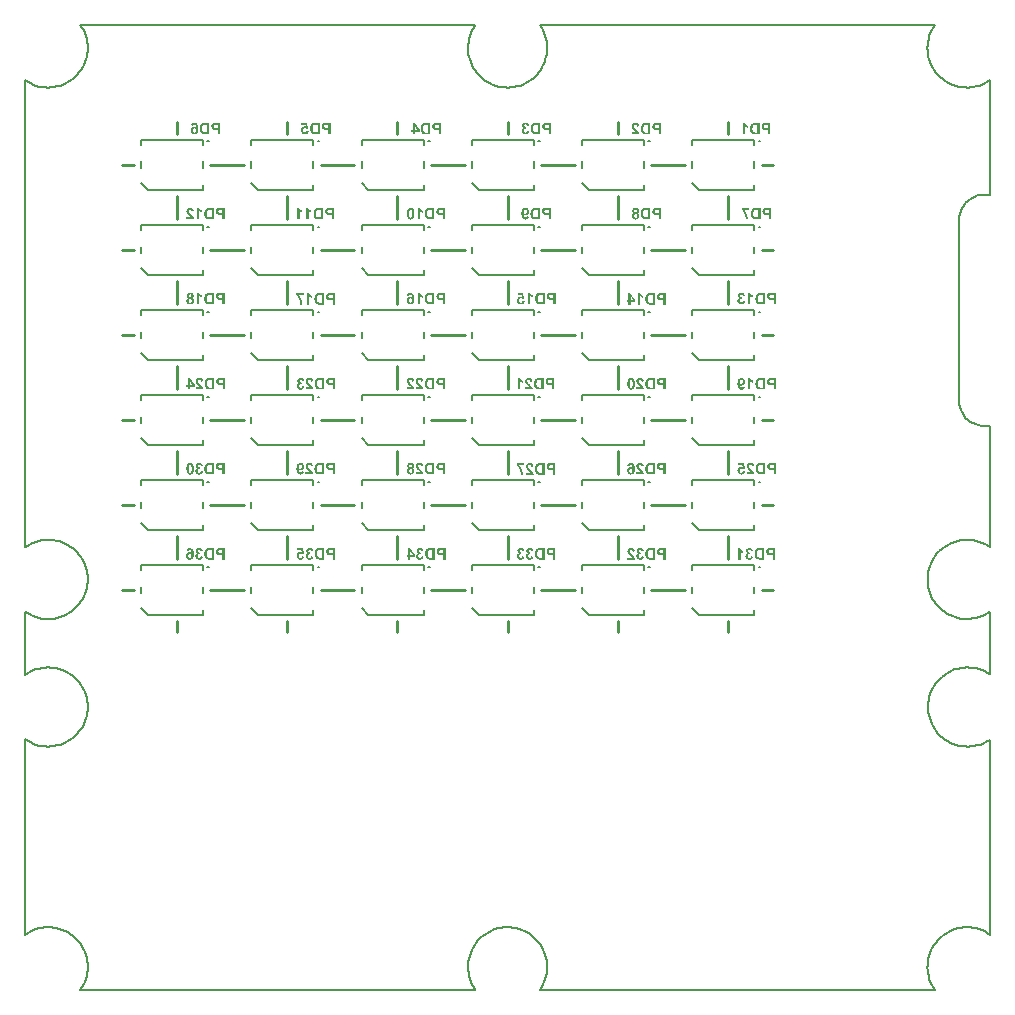
<source format=gbr>
G04*
G04 #@! TF.GenerationSoftware,Altium Limited,Altium Designer,24.1.2 (44)*
G04*
G04 Layer_Color=32896*
%FSLAX44Y44*%
%MOMM*%
G71*
G04*
G04 #@! TF.SameCoordinates,F88D99D9-D94F-4082-AD48-053AE485F1D2*
G04*
G04*
G04 #@! TF.FilePolarity,Positive*
G04*
G01*
G75*
%ADD10C,0.2000*%
%ADD17C,0.1524*%
%ADD19C,0.2540*%
G36*
X164031Y390618D02*
X164177Y390611D01*
X164317Y390599D01*
X164450Y390580D01*
X164577Y390554D01*
X164697Y390529D01*
X164812Y390504D01*
X164913Y390472D01*
X165009Y390446D01*
X165091Y390415D01*
X165161Y390389D01*
X165225Y390370D01*
X165275Y390345D01*
X165307Y390332D01*
X165333Y390326D01*
X165339Y390319D01*
X165459Y390262D01*
X165567Y390199D01*
X165675Y390129D01*
X165771Y390065D01*
X165860Y389995D01*
X165942Y389926D01*
X166018Y389856D01*
X166088Y389792D01*
X166145Y389729D01*
X166203Y389672D01*
X166247Y389621D01*
X166279Y389576D01*
X166310Y389538D01*
X166329Y389513D01*
X166342Y389494D01*
X166348Y389487D01*
X166412Y389386D01*
X166476Y389278D01*
X166583Y389043D01*
X166679Y388808D01*
X166755Y388586D01*
X166787Y388484D01*
X166818Y388383D01*
X166844Y388300D01*
X166863Y388224D01*
X166876Y388160D01*
X166888Y388116D01*
X166895Y388091D01*
Y388078D01*
X165167Y387786D01*
X165148Y387900D01*
X165129Y388008D01*
X165104Y388110D01*
X165072Y388205D01*
X165040Y388294D01*
X165009Y388370D01*
X164971Y388440D01*
X164939Y388510D01*
X164901Y388567D01*
X164869Y388611D01*
X164844Y388656D01*
X164812Y388687D01*
X164793Y388719D01*
X164774Y388738D01*
X164767Y388745D01*
X164761Y388751D01*
X164697Y388808D01*
X164628Y388865D01*
X164558Y388910D01*
X164488Y388948D01*
X164348Y389005D01*
X164221Y389043D01*
X164107Y389068D01*
X164056Y389075D01*
X164018Y389081D01*
X163980Y389087D01*
X163847D01*
X163764Y389075D01*
X163605Y389043D01*
X163472Y388992D01*
X163364Y388941D01*
X163275Y388891D01*
X163205Y388840D01*
X163186Y388821D01*
X163167Y388808D01*
X163161Y388802D01*
X163155Y388795D01*
X163104Y388738D01*
X163059Y388675D01*
X162983Y388548D01*
X162932Y388421D01*
X162901Y388294D01*
X162875Y388179D01*
X162869Y388135D01*
Y388091D01*
X162862Y388059D01*
Y388027D01*
Y388014D01*
Y388008D01*
X162869Y387900D01*
X162881Y387805D01*
X162901Y387710D01*
X162926Y387621D01*
X162958Y387538D01*
X162989Y387462D01*
X163027Y387392D01*
X163059Y387328D01*
X163097Y387271D01*
X163135Y387221D01*
X163167Y387183D01*
X163199Y387144D01*
X163224Y387119D01*
X163243Y387100D01*
X163256Y387087D01*
X163262Y387081D01*
X163339Y387017D01*
X163428Y386967D01*
X163516Y386922D01*
X163612Y386884D01*
X163707Y386852D01*
X163808Y386820D01*
X163993Y386782D01*
X164082Y386770D01*
X164164Y386763D01*
X164234Y386757D01*
X164298Y386751D01*
X164424D01*
X164628Y385227D01*
X164443Y385271D01*
X164285Y385309D01*
X164139Y385335D01*
X164012Y385347D01*
X163955Y385354D01*
X163910Y385360D01*
X163866D01*
X163834Y385366D01*
X163770D01*
X163669Y385360D01*
X163574Y385347D01*
X163485Y385328D01*
X163396Y385303D01*
X163237Y385233D01*
X163167Y385201D01*
X163104Y385163D01*
X163046Y385119D01*
X162989Y385087D01*
X162951Y385049D01*
X162913Y385017D01*
X162881Y384992D01*
X162862Y384973D01*
X162850Y384960D01*
X162843Y384954D01*
X162773Y384871D01*
X162716Y384789D01*
X162666Y384700D01*
X162621Y384604D01*
X162583Y384509D01*
X162558Y384420D01*
X162507Y384242D01*
X162494Y384160D01*
X162481Y384084D01*
X162475Y384014D01*
X162469Y383950D01*
X162462Y383906D01*
Y383868D01*
Y383842D01*
Y383836D01*
X162469Y383696D01*
X162481Y383569D01*
X162500Y383449D01*
X162526Y383334D01*
X162558Y383226D01*
X162589Y383131D01*
X162627Y383042D01*
X162659Y382960D01*
X162697Y382890D01*
X162735Y382826D01*
X162767Y382776D01*
X162799Y382731D01*
X162824Y382693D01*
X162843Y382668D01*
X162856Y382655D01*
X162862Y382649D01*
X162939Y382572D01*
X163015Y382503D01*
X163097Y382445D01*
X163180Y382395D01*
X163262Y382350D01*
X163345Y382318D01*
X163421Y382287D01*
X163497Y382268D01*
X163567Y382248D01*
X163631Y382236D01*
X163688Y382223D01*
X163739Y382217D01*
X163777Y382210D01*
X163834D01*
X163936Y382217D01*
X164031Y382223D01*
X164120Y382242D01*
X164202Y382268D01*
X164361Y382325D01*
X164494Y382395D01*
X164552Y382426D01*
X164609Y382458D01*
X164647Y382490D01*
X164685Y382515D01*
X164717Y382541D01*
X164736Y382560D01*
X164748Y382566D01*
X164755Y382572D01*
X164825Y382642D01*
X164882Y382725D01*
X164939Y382807D01*
X164990Y382896D01*
X165066Y383068D01*
X165129Y383239D01*
X165155Y383322D01*
X165174Y383391D01*
X165187Y383461D01*
X165199Y383518D01*
X165205Y383569D01*
X165212Y383601D01*
X165218Y383627D01*
Y383633D01*
X167034Y383417D01*
X167003Y383188D01*
X166952Y382979D01*
X166888Y382776D01*
X166818Y382585D01*
X166736Y382407D01*
X166653Y382242D01*
X166564Y382090D01*
X166476Y381950D01*
X166393Y381829D01*
X166304Y381721D01*
X166228Y381633D01*
X166164Y381556D01*
X166107Y381493D01*
X166063Y381455D01*
X166037Y381423D01*
X166025Y381417D01*
X165853Y381283D01*
X165675Y381169D01*
X165498Y381067D01*
X165313Y380979D01*
X165123Y380909D01*
X164945Y380845D01*
X164767Y380794D01*
X164596Y380756D01*
X164437Y380724D01*
X164285Y380699D01*
X164158Y380686D01*
X164044Y380674D01*
X163948Y380667D01*
X163910Y380661D01*
X163821D01*
X163567Y380674D01*
X163320Y380699D01*
X163085Y380744D01*
X162869Y380801D01*
X162659Y380871D01*
X162469Y380947D01*
X162291Y381029D01*
X162126Y381112D01*
X161986Y381194D01*
X161853Y381277D01*
X161745Y381353D01*
X161656Y381423D01*
X161580Y381480D01*
X161529Y381525D01*
X161497Y381550D01*
X161484Y381563D01*
X161319Y381734D01*
X161173Y381918D01*
X161046Y382103D01*
X160938Y382287D01*
X160849Y382471D01*
X160773Y382655D01*
X160710Y382833D01*
X160659Y382998D01*
X160621Y383157D01*
X160595Y383303D01*
X160570Y383430D01*
X160557Y383538D01*
X160551Y383627D01*
X160545Y383696D01*
Y383722D01*
Y383741D01*
Y383747D01*
Y383754D01*
X160551Y383919D01*
X160564Y384071D01*
X160589Y384223D01*
X160621Y384363D01*
X160665Y384496D01*
X160703Y384617D01*
X160754Y384738D01*
X160799Y384839D01*
X160843Y384935D01*
X160894Y385017D01*
X160932Y385093D01*
X160970Y385150D01*
X161008Y385201D01*
X161034Y385239D01*
X161046Y385258D01*
X161053Y385265D01*
X161148Y385379D01*
X161256Y385481D01*
X161364Y385576D01*
X161472Y385658D01*
X161586Y385728D01*
X161694Y385798D01*
X161808Y385855D01*
X161910Y385906D01*
X162012Y385944D01*
X162100Y385982D01*
X162183Y386014D01*
X162253Y386033D01*
X162310Y386052D01*
X162354Y386065D01*
X162380Y386071D01*
X162393D01*
X162265Y386147D01*
X162145Y386224D01*
X162031Y386300D01*
X161929Y386382D01*
X161827Y386465D01*
X161738Y386548D01*
X161656Y386630D01*
X161580Y386719D01*
X161440Y386890D01*
X161326Y387056D01*
X161230Y387227D01*
X161161Y387386D01*
X161103Y387538D01*
X161059Y387678D01*
X161027Y387798D01*
X161002Y387913D01*
X160989Y388002D01*
X160983Y388065D01*
Y388091D01*
Y388110D01*
Y388116D01*
Y388122D01*
X160989Y388287D01*
X161014Y388452D01*
X161046Y388611D01*
X161091Y388757D01*
X161141Y388903D01*
X161199Y389037D01*
X161262Y389164D01*
X161326Y389278D01*
X161389Y389380D01*
X161453Y389475D01*
X161510Y389551D01*
X161561Y389621D01*
X161605Y389678D01*
X161637Y389716D01*
X161662Y389742D01*
X161669Y389748D01*
X161834Y389900D01*
X162005Y390040D01*
X162183Y390154D01*
X162367Y390256D01*
X162551Y390338D01*
X162735Y390408D01*
X162920Y390465D01*
X163091Y390516D01*
X163256Y390548D01*
X163402Y390580D01*
X163542Y390599D01*
X163656Y390611D01*
X163751Y390618D01*
X163790Y390624D01*
X163885D01*
X164031Y390618D01*
D02*
G37*
G36*
X155954D02*
X156100Y390611D01*
X156373Y390573D01*
X156633Y390516D01*
X156881Y390440D01*
X157109Y390351D01*
X157319Y390249D01*
X157516Y390142D01*
X157694Y390034D01*
X157852Y389919D01*
X157986Y389811D01*
X158106Y389710D01*
X158208Y389621D01*
X158284Y389545D01*
X158341Y389487D01*
X158373Y389449D01*
X158386Y389443D01*
Y389437D01*
X158475Y389322D01*
X158557Y389202D01*
X158640Y389068D01*
X158709Y388929D01*
X158843Y388643D01*
X158957Y388332D01*
X159052Y388014D01*
X159135Y387697D01*
X159198Y387373D01*
X159249Y387062D01*
X159294Y386763D01*
X159313Y386617D01*
X159325Y386484D01*
X159338Y386351D01*
X159345Y386230D01*
X159351Y386116D01*
X159363Y386008D01*
Y385913D01*
X159370Y385824D01*
Y385747D01*
X159376Y385690D01*
Y385639D01*
Y385601D01*
Y385576D01*
Y385570D01*
Y385328D01*
X159363Y385093D01*
X159351Y384871D01*
X159338Y384655D01*
X159313Y384452D01*
X159287Y384249D01*
X159262Y384058D01*
X159230Y383881D01*
X159192Y383703D01*
X159154Y383538D01*
X159116Y383379D01*
X159078Y383226D01*
X159033Y383087D01*
X158989Y382953D01*
X158944Y382826D01*
X158900Y382706D01*
X158855Y382591D01*
X158811Y382490D01*
X158767Y382395D01*
X158722Y382306D01*
X158684Y382223D01*
X158646Y382153D01*
X158608Y382083D01*
X158570Y382026D01*
X158538Y381976D01*
X158513Y381925D01*
X158487Y381887D01*
X158462Y381861D01*
X158449Y381836D01*
X158436Y381817D01*
X158424Y381810D01*
Y381804D01*
X158335Y381702D01*
X158240Y381601D01*
X158043Y381429D01*
X157846Y381277D01*
X157643Y381144D01*
X157439Y381036D01*
X157236Y380940D01*
X157039Y380864D01*
X156849Y380807D01*
X156671Y380756D01*
X156512Y380724D01*
X156366Y380699D01*
X156239Y380680D01*
X156182Y380674D01*
X156131Y380667D01*
X156093D01*
X156055Y380661D01*
X155992D01*
X155738Y380674D01*
X155496Y380699D01*
X155274Y380744D01*
X155058Y380801D01*
X154855Y380871D01*
X154671Y380947D01*
X154499Y381029D01*
X154347Y381112D01*
X154207Y381194D01*
X154087Y381277D01*
X153985Y381353D01*
X153896Y381423D01*
X153826Y381480D01*
X153776Y381525D01*
X153750Y381550D01*
X153737Y381563D01*
X153585Y381740D01*
X153445Y381925D01*
X153331Y382122D01*
X153229Y382325D01*
X153140Y382522D01*
X153071Y382725D01*
X153013Y382922D01*
X152963Y383106D01*
X152931Y383284D01*
X152899Y383449D01*
X152880Y383595D01*
X152867Y383722D01*
X152861Y383779D01*
Y383823D01*
X152855Y383868D01*
Y383906D01*
Y383931D01*
Y383950D01*
Y383963D01*
Y383969D01*
X152861Y384230D01*
X152893Y384471D01*
X152931Y384706D01*
X152988Y384922D01*
X153052Y385125D01*
X153122Y385316D01*
X153198Y385487D01*
X153274Y385646D01*
X153350Y385785D01*
X153426Y385913D01*
X153496Y386020D01*
X153560Y386109D01*
X153617Y386179D01*
X153655Y386230D01*
X153680Y386255D01*
X153693Y386268D01*
X153852Y386427D01*
X154017Y386567D01*
X154188Y386681D01*
X154360Y386789D01*
X154531Y386871D01*
X154696Y386948D01*
X154855Y387005D01*
X155007Y387049D01*
X155154Y387087D01*
X155287Y387119D01*
X155401Y387138D01*
X155503Y387151D01*
X155585Y387157D01*
X155649Y387163D01*
X155700D01*
X155890Y387157D01*
X156074Y387125D01*
X156246Y387087D01*
X156411Y387036D01*
X156563Y386973D01*
X156709Y386903D01*
X156843Y386827D01*
X156957Y386751D01*
X157065Y386674D01*
X157166Y386598D01*
X157243Y386528D01*
X157312Y386465D01*
X157370Y386414D01*
X157408Y386376D01*
X157433Y386344D01*
X157439Y386338D01*
X157427Y386490D01*
X157414Y386643D01*
X157401Y386782D01*
X157389Y386916D01*
X157351Y387170D01*
X157312Y387392D01*
X157274Y387595D01*
X157230Y387779D01*
X157185Y387938D01*
X157141Y388078D01*
X157097Y388199D01*
X157058Y388294D01*
X157020Y388376D01*
X156989Y388446D01*
X156963Y388497D01*
X156944Y388529D01*
X156931Y388548D01*
X156925Y388554D01*
X156843Y388649D01*
X156766Y388732D01*
X156678Y388802D01*
X156595Y388865D01*
X156512Y388916D01*
X156424Y388960D01*
X156347Y388992D01*
X156271Y389024D01*
X156195Y389043D01*
X156131Y389062D01*
X156074Y389068D01*
X156023Y389081D01*
X155979D01*
X155947Y389087D01*
X155922D01*
X155763Y389075D01*
X155623Y389043D01*
X155496Y389005D01*
X155395Y388954D01*
X155312Y388903D01*
X155249Y388865D01*
X155211Y388834D01*
X155198Y388827D01*
Y388821D01*
X155147Y388770D01*
X155103Y388707D01*
X155027Y388579D01*
X154963Y388440D01*
X154918Y388306D01*
X154887Y388186D01*
X154874Y388135D01*
X154861Y388084D01*
X154855Y388046D01*
Y388021D01*
X154849Y388002D01*
Y387995D01*
X153039Y388199D01*
X153083Y388414D01*
X153134Y388618D01*
X153198Y388802D01*
X153267Y388979D01*
X153344Y389138D01*
X153420Y389291D01*
X153496Y389424D01*
X153579Y389545D01*
X153655Y389653D01*
X153725Y389742D01*
X153788Y389824D01*
X153852Y389888D01*
X153896Y389938D01*
X153934Y389970D01*
X153960Y389995D01*
X153966Y390002D01*
X154106Y390110D01*
X154252Y390205D01*
X154404Y390288D01*
X154563Y390364D01*
X154715Y390421D01*
X154868Y390472D01*
X155020Y390516D01*
X155160Y390548D01*
X155293Y390573D01*
X155420Y390592D01*
X155528Y390605D01*
X155623Y390618D01*
X155700D01*
X155757Y390624D01*
X155808D01*
X155954Y390618D01*
D02*
G37*
G36*
X185500Y380826D02*
X183532D01*
Y384509D01*
X182001D01*
X181773Y384515D01*
X181557Y384522D01*
X181360Y384528D01*
X181176Y384541D01*
X181011Y384554D01*
X180858Y384566D01*
X180719Y384579D01*
X180598Y384592D01*
X180490Y384604D01*
X180401Y384617D01*
X180331Y384630D01*
X180274Y384636D01*
X180230Y384642D01*
X180204Y384649D01*
X180198D01*
X180007Y384700D01*
X179823Y384763D01*
X179652Y384839D01*
X179499Y384916D01*
X179429Y384954D01*
X179366Y384992D01*
X179315Y385023D01*
X179271Y385049D01*
X179233Y385074D01*
X179207Y385093D01*
X179188Y385100D01*
X179182Y385106D01*
X178998Y385246D01*
X178839Y385405D01*
X178693Y385563D01*
X178572Y385716D01*
X178521Y385785D01*
X178477Y385855D01*
X178439Y385913D01*
X178407Y385963D01*
X178382Y386008D01*
X178363Y386040D01*
X178356Y386059D01*
X178350Y386065D01*
X178293Y386185D01*
X178242Y386306D01*
X178198Y386433D01*
X178160Y386560D01*
X178102Y386814D01*
X178077Y386941D01*
X178058Y387056D01*
X178045Y387163D01*
X178039Y387265D01*
X178032Y387354D01*
X178026Y387430D01*
X178020Y387494D01*
Y387544D01*
Y387570D01*
Y387583D01*
X178026Y387798D01*
X178045Y388002D01*
X178071Y388192D01*
X178109Y388370D01*
X178153Y388541D01*
X178198Y388694D01*
X178255Y388840D01*
X178306Y388973D01*
X178356Y389087D01*
X178407Y389189D01*
X178458Y389278D01*
X178502Y389348D01*
X178540Y389405D01*
X178566Y389449D01*
X178585Y389475D01*
X178591Y389481D01*
X178699Y389614D01*
X178814Y389735D01*
X178928Y389843D01*
X179049Y389945D01*
X179169Y390027D01*
X179284Y390110D01*
X179398Y390180D01*
X179506Y390237D01*
X179607Y390288D01*
X179703Y390332D01*
X179785Y390364D01*
X179855Y390396D01*
X179912Y390415D01*
X179957Y390427D01*
X179982Y390440D01*
X179995D01*
X180052Y390453D01*
X180109Y390465D01*
X180255Y390491D01*
X180414Y390510D01*
X180592Y390523D01*
X180782Y390542D01*
X180979Y390548D01*
X181176Y390561D01*
X181373Y390567D01*
X181563Y390573D01*
X181741Y390580D01*
X181906D01*
X182046Y390586D01*
X185500D01*
Y380826D01*
D02*
G37*
G36*
X176407D02*
X172502D01*
X172311Y380832D01*
X172133Y380845D01*
X171962Y380858D01*
X171810Y380871D01*
X171663Y380890D01*
X171537Y380909D01*
X171416Y380928D01*
X171308Y380947D01*
X171219Y380966D01*
X171136Y380985D01*
X171073Y380998D01*
X171022Y381010D01*
X170984Y381023D01*
X170959Y381029D01*
X170952D01*
X170793Y381087D01*
X170641Y381144D01*
X170501Y381207D01*
X170368Y381271D01*
X170247Y381334D01*
X170133Y381398D01*
X170025Y381461D01*
X169936Y381525D01*
X169847Y381582D01*
X169778Y381639D01*
X169714Y381683D01*
X169663Y381728D01*
X169619Y381760D01*
X169593Y381791D01*
X169574Y381804D01*
X169568Y381810D01*
X169441Y381937D01*
X169327Y382077D01*
X169219Y382217D01*
X169117Y382356D01*
X169022Y382503D01*
X168939Y382642D01*
X168857Y382782D01*
X168787Y382922D01*
X168730Y383042D01*
X168673Y383163D01*
X168628Y383265D01*
X168590Y383353D01*
X168558Y383430D01*
X168539Y383487D01*
X168527Y383518D01*
X168520Y383531D01*
X168469Y383696D01*
X168419Y383874D01*
X168349Y384230D01*
X168292Y384573D01*
X168273Y384744D01*
X168260Y384903D01*
X168247Y385049D01*
X168235Y385189D01*
X168228Y385309D01*
Y385411D01*
X168222Y385500D01*
Y385563D01*
Y385582D01*
Y385601D01*
Y385608D01*
Y385614D01*
X168228Y385868D01*
X168235Y386109D01*
X168253Y386338D01*
X168273Y386554D01*
X168298Y386757D01*
X168323Y386948D01*
X168355Y387119D01*
X168381Y387284D01*
X168412Y387424D01*
X168444Y387551D01*
X168469Y387659D01*
X168495Y387754D01*
X168514Y387824D01*
X168533Y387875D01*
X168539Y387906D01*
X168546Y387919D01*
X168609Y388091D01*
X168679Y388256D01*
X168749Y388414D01*
X168825Y388560D01*
X168901Y388700D01*
X168977Y388827D01*
X169060Y388948D01*
X169130Y389062D01*
X169200Y389157D01*
X169270Y389246D01*
X169327Y389322D01*
X169377Y389386D01*
X169422Y389437D01*
X169454Y389468D01*
X169473Y389494D01*
X169479Y389500D01*
X169593Y389614D01*
X169714Y389723D01*
X169841Y389824D01*
X169968Y389913D01*
X170089Y389995D01*
X170209Y390072D01*
X170330Y390135D01*
X170438Y390192D01*
X170546Y390243D01*
X170641Y390288D01*
X170730Y390326D01*
X170800Y390351D01*
X170863Y390377D01*
X170908Y390389D01*
X170933Y390402D01*
X170946D01*
X171073Y390434D01*
X171213Y390465D01*
X171359Y390485D01*
X171505Y390510D01*
X171816Y390542D01*
X171968Y390554D01*
X172114Y390561D01*
X172254Y390573D01*
X172387Y390580D01*
X172502D01*
X172603Y390586D01*
X176407D01*
Y380826D01*
D02*
G37*
G36*
X257503Y390618D02*
X257649Y390611D01*
X257789Y390599D01*
X257922Y390580D01*
X258049Y390554D01*
X258169Y390529D01*
X258284Y390504D01*
X258385Y390472D01*
X258481Y390446D01*
X258563Y390415D01*
X258633Y390389D01*
X258697Y390370D01*
X258747Y390345D01*
X258779Y390332D01*
X258804Y390326D01*
X258811Y390319D01*
X258932Y390262D01*
X259039Y390199D01*
X259147Y390129D01*
X259243Y390065D01*
X259332Y389995D01*
X259414Y389926D01*
X259490Y389856D01*
X259560Y389792D01*
X259617Y389729D01*
X259674Y389672D01*
X259719Y389621D01*
X259751Y389576D01*
X259782Y389538D01*
X259802Y389513D01*
X259814Y389494D01*
X259820Y389487D01*
X259884Y389386D01*
X259947Y389278D01*
X260056Y389043D01*
X260151Y388808D01*
X260227Y388586D01*
X260259Y388484D01*
X260290Y388383D01*
X260316Y388300D01*
X260335Y388224D01*
X260348Y388160D01*
X260360Y388116D01*
X260367Y388091D01*
Y388078D01*
X258639Y387786D01*
X258620Y387900D01*
X258601Y388008D01*
X258576Y388110D01*
X258544Y388205D01*
X258512Y388294D01*
X258481Y388370D01*
X258443Y388440D01*
X258411Y388510D01*
X258373Y388567D01*
X258341Y388611D01*
X258316Y388656D01*
X258284Y388687D01*
X258265Y388719D01*
X258246Y388738D01*
X258239Y388745D01*
X258233Y388751D01*
X258169Y388808D01*
X258100Y388865D01*
X258030Y388910D01*
X257960Y388948D01*
X257820Y389005D01*
X257693Y389043D01*
X257579Y389068D01*
X257528Y389075D01*
X257490Y389081D01*
X257452Y389087D01*
X257319D01*
X257236Y389075D01*
X257077Y389043D01*
X256944Y388992D01*
X256836Y388941D01*
X256747Y388891D01*
X256677Y388840D01*
X256658Y388821D01*
X256639Y388808D01*
X256633Y388802D01*
X256626Y388795D01*
X256576Y388738D01*
X256531Y388675D01*
X256455Y388548D01*
X256404Y388421D01*
X256373Y388294D01*
X256347Y388179D01*
X256341Y388135D01*
Y388091D01*
X256334Y388059D01*
Y388027D01*
Y388014D01*
Y388008D01*
X256341Y387900D01*
X256353Y387805D01*
X256373Y387710D01*
X256398Y387621D01*
X256430Y387538D01*
X256461Y387462D01*
X256500Y387392D01*
X256531Y387328D01*
X256569Y387271D01*
X256607Y387221D01*
X256639Y387183D01*
X256671Y387144D01*
X256696Y387119D01*
X256715Y387100D01*
X256728Y387087D01*
X256734Y387081D01*
X256811Y387017D01*
X256900Y386967D01*
X256988Y386922D01*
X257084Y386884D01*
X257179Y386852D01*
X257281Y386820D01*
X257465Y386782D01*
X257554Y386770D01*
X257636Y386763D01*
X257706Y386757D01*
X257770Y386751D01*
X257896D01*
X258100Y385227D01*
X257915Y385271D01*
X257757Y385309D01*
X257611Y385335D01*
X257484Y385347D01*
X257427Y385354D01*
X257382Y385360D01*
X257338D01*
X257306Y385366D01*
X257242D01*
X257141Y385360D01*
X257046Y385347D01*
X256957Y385328D01*
X256868Y385303D01*
X256709Y385233D01*
X256639Y385201D01*
X256576Y385163D01*
X256518Y385119D01*
X256461Y385087D01*
X256423Y385049D01*
X256385Y385017D01*
X256353Y384992D01*
X256334Y384973D01*
X256322Y384960D01*
X256315Y384954D01*
X256245Y384871D01*
X256188Y384789D01*
X256138Y384700D01*
X256093Y384604D01*
X256055Y384509D01*
X256030Y384420D01*
X255979Y384242D01*
X255966Y384160D01*
X255953Y384084D01*
X255947Y384014D01*
X255941Y383950D01*
X255934Y383906D01*
Y383868D01*
Y383842D01*
Y383836D01*
X255941Y383696D01*
X255953Y383569D01*
X255972Y383449D01*
X255998Y383334D01*
X256030Y383226D01*
X256061Y383131D01*
X256099Y383042D01*
X256131Y382960D01*
X256169Y382890D01*
X256207Y382826D01*
X256239Y382776D01*
X256271Y382731D01*
X256296Y382693D01*
X256315Y382668D01*
X256328Y382655D01*
X256334Y382649D01*
X256411Y382572D01*
X256487Y382503D01*
X256569Y382445D01*
X256652Y382395D01*
X256734Y382350D01*
X256817Y382318D01*
X256893Y382287D01*
X256969Y382268D01*
X257039Y382248D01*
X257103Y382236D01*
X257160Y382223D01*
X257211Y382217D01*
X257249Y382210D01*
X257306D01*
X257407Y382217D01*
X257503Y382223D01*
X257592Y382242D01*
X257674Y382268D01*
X257833Y382325D01*
X257966Y382395D01*
X258023Y382426D01*
X258081Y382458D01*
X258119Y382490D01*
X258157Y382515D01*
X258189Y382541D01*
X258208Y382560D01*
X258220Y382566D01*
X258227Y382572D01*
X258297Y382642D01*
X258354Y382725D01*
X258411Y382807D01*
X258462Y382896D01*
X258538Y383068D01*
X258601Y383239D01*
X258627Y383322D01*
X258646Y383391D01*
X258659Y383461D01*
X258671Y383518D01*
X258678Y383569D01*
X258684Y383601D01*
X258690Y383627D01*
Y383633D01*
X260506Y383417D01*
X260475Y383188D01*
X260424Y382979D01*
X260360Y382776D01*
X260290Y382585D01*
X260208Y382407D01*
X260125Y382242D01*
X260036Y382090D01*
X259947Y381950D01*
X259865Y381829D01*
X259776Y381721D01*
X259700Y381633D01*
X259636Y381556D01*
X259579Y381493D01*
X259535Y381455D01*
X259509Y381423D01*
X259497Y381417D01*
X259325Y381283D01*
X259147Y381169D01*
X258970Y381067D01*
X258785Y380979D01*
X258595Y380909D01*
X258417Y380845D01*
X258239Y380794D01*
X258068Y380756D01*
X257909Y380724D01*
X257757Y380699D01*
X257630Y380686D01*
X257516Y380674D01*
X257420Y380667D01*
X257382Y380661D01*
X257293D01*
X257039Y380674D01*
X256792Y380699D01*
X256557Y380744D01*
X256341Y380801D01*
X256131Y380871D01*
X255941Y380947D01*
X255763Y381029D01*
X255598Y381112D01*
X255458Y381194D01*
X255325Y381277D01*
X255217Y381353D01*
X255128Y381423D01*
X255052Y381480D01*
X255001Y381525D01*
X254969Y381550D01*
X254956Y381563D01*
X254791Y381734D01*
X254645Y381918D01*
X254518Y382103D01*
X254410Y382287D01*
X254321Y382471D01*
X254245Y382655D01*
X254182Y382833D01*
X254131Y382998D01*
X254093Y383157D01*
X254067Y383303D01*
X254042Y383430D01*
X254029Y383538D01*
X254023Y383627D01*
X254017Y383696D01*
Y383722D01*
Y383741D01*
Y383747D01*
Y383754D01*
X254023Y383919D01*
X254036Y384071D01*
X254061Y384223D01*
X254093Y384363D01*
X254137Y384496D01*
X254175Y384617D01*
X254226Y384738D01*
X254271Y384839D01*
X254315Y384935D01*
X254366Y385017D01*
X254404Y385093D01*
X254442Y385150D01*
X254480Y385201D01*
X254506Y385239D01*
X254518Y385258D01*
X254525Y385265D01*
X254620Y385379D01*
X254728Y385481D01*
X254836Y385576D01*
X254944Y385658D01*
X255058Y385728D01*
X255166Y385798D01*
X255280Y385855D01*
X255382Y385906D01*
X255483Y385944D01*
X255572Y385982D01*
X255655Y386014D01*
X255725Y386033D01*
X255782Y386052D01*
X255826Y386065D01*
X255852Y386071D01*
X255865D01*
X255737Y386147D01*
X255617Y386224D01*
X255502Y386300D01*
X255401Y386382D01*
X255299Y386465D01*
X255210Y386548D01*
X255128Y386630D01*
X255052Y386719D01*
X254912Y386890D01*
X254798Y387056D01*
X254702Y387227D01*
X254633Y387386D01*
X254575Y387538D01*
X254531Y387678D01*
X254499Y387798D01*
X254474Y387913D01*
X254461Y388002D01*
X254455Y388065D01*
Y388091D01*
Y388110D01*
Y388116D01*
Y388122D01*
X254461Y388287D01*
X254487Y388452D01*
X254518Y388611D01*
X254563Y388757D01*
X254613Y388903D01*
X254671Y389037D01*
X254734Y389164D01*
X254798Y389278D01*
X254861Y389380D01*
X254925Y389475D01*
X254982Y389551D01*
X255033Y389621D01*
X255077Y389678D01*
X255109Y389716D01*
X255134Y389742D01*
X255141Y389748D01*
X255306Y389900D01*
X255477Y390040D01*
X255655Y390154D01*
X255839Y390256D01*
X256023Y390338D01*
X256207Y390408D01*
X256392Y390465D01*
X256563Y390516D01*
X256728Y390548D01*
X256874Y390580D01*
X257014Y390599D01*
X257128Y390611D01*
X257223Y390618D01*
X257262Y390624D01*
X257357D01*
X257503Y390618D01*
D02*
G37*
G36*
X252594Y385373D02*
X251077Y385150D01*
X250956Y385277D01*
X250835Y385385D01*
X250708Y385481D01*
X250581Y385563D01*
X250461Y385633D01*
X250340Y385690D01*
X250226Y385735D01*
X250118Y385773D01*
X250016Y385804D01*
X249921Y385824D01*
X249838Y385843D01*
X249769Y385849D01*
X249711Y385855D01*
X249673Y385862D01*
X249635D01*
X249515Y385855D01*
X249407Y385843D01*
X249299Y385817D01*
X249197Y385792D01*
X249108Y385760D01*
X249019Y385722D01*
X248937Y385677D01*
X248867Y385639D01*
X248803Y385595D01*
X248746Y385550D01*
X248702Y385512D01*
X248657Y385481D01*
X248626Y385455D01*
X248606Y385430D01*
X248594Y385417D01*
X248587Y385411D01*
X248517Y385322D01*
X248454Y385227D01*
X248397Y385119D01*
X248352Y385011D01*
X248314Y384903D01*
X248283Y384789D01*
X248232Y384573D01*
X248213Y384471D01*
X248200Y384376D01*
X248194Y384287D01*
X248187Y384211D01*
X248181Y384154D01*
Y384103D01*
Y384077D01*
Y384065D01*
X248187Y383893D01*
X248200Y383728D01*
X248219Y383576D01*
X248244Y383436D01*
X248276Y383309D01*
X248308Y383188D01*
X248346Y383080D01*
X248384Y382985D01*
X248422Y382903D01*
X248460Y382833D01*
X248492Y382769D01*
X248524Y382718D01*
X248549Y382680D01*
X248568Y382655D01*
X248581Y382636D01*
X248587Y382630D01*
X248664Y382547D01*
X248746Y382471D01*
X248829Y382407D01*
X248911Y382356D01*
X249000Y382306D01*
X249076Y382268D01*
X249159Y382236D01*
X249235Y382210D01*
X249305Y382191D01*
X249368Y382179D01*
X249432Y382166D01*
X249483Y382160D01*
X249521D01*
X249553Y382153D01*
X249578D01*
X249673Y382160D01*
X249762Y382172D01*
X249851Y382185D01*
X249934Y382210D01*
X250092Y382268D01*
X250226Y382337D01*
X250283Y382369D01*
X250334Y382407D01*
X250378Y382439D01*
X250416Y382464D01*
X250448Y382490D01*
X250467Y382509D01*
X250480Y382515D01*
X250486Y382522D01*
X250556Y382598D01*
X250619Y382674D01*
X250676Y382757D01*
X250727Y382839D01*
X250810Y383004D01*
X250867Y383163D01*
X250892Y383239D01*
X250912Y383309D01*
X250924Y383366D01*
X250937Y383423D01*
X250943Y383468D01*
X250950Y383499D01*
X250956Y383518D01*
Y383525D01*
X252823Y383334D01*
X252785Y383112D01*
X252734Y382896D01*
X252670Y382699D01*
X252594Y382515D01*
X252512Y382337D01*
X252429Y382179D01*
X252340Y382033D01*
X252251Y381899D01*
X252169Y381785D01*
X252086Y381677D01*
X252010Y381588D01*
X251940Y381518D01*
X251889Y381461D01*
X251845Y381417D01*
X251813Y381391D01*
X251807Y381385D01*
X251642Y381258D01*
X251464Y381144D01*
X251286Y381048D01*
X251102Y380966D01*
X250912Y380896D01*
X250734Y380839D01*
X250550Y380788D01*
X250378Y380750D01*
X250219Y380724D01*
X250067Y380699D01*
X249934Y380686D01*
X249819Y380674D01*
X249730Y380667D01*
X249686Y380661D01*
X249597D01*
X249438Y380667D01*
X249286Y380674D01*
X249140Y380693D01*
X249000Y380718D01*
X248727Y380782D01*
X248473Y380864D01*
X248238Y380960D01*
X248016Y381067D01*
X247819Y381188D01*
X247641Y381309D01*
X247482Y381423D01*
X247343Y381544D01*
X247229Y381652D01*
X247133Y381747D01*
X247057Y381829D01*
X247000Y381893D01*
X246981Y381918D01*
X246968Y381937D01*
X246955Y381944D01*
Y381950D01*
X246835Y382128D01*
X246727Y382312D01*
X246632Y382503D01*
X246549Y382687D01*
X246486Y382871D01*
X246428Y383049D01*
X246384Y383220D01*
X246346Y383379D01*
X246314Y383531D01*
X246295Y383671D01*
X246276Y383792D01*
X246270Y383899D01*
X246263Y383988D01*
X246257Y384052D01*
Y384071D01*
Y384090D01*
Y384096D01*
Y384103D01*
X246270Y384369D01*
X246295Y384617D01*
X246339Y384852D01*
X246390Y385074D01*
X246460Y385284D01*
X246530Y385481D01*
X246612Y385652D01*
X246689Y385817D01*
X246771Y385957D01*
X246854Y386084D01*
X246924Y386192D01*
X246994Y386281D01*
X247044Y386351D01*
X247089Y386401D01*
X247114Y386433D01*
X247127Y386446D01*
X247292Y386605D01*
X247463Y386744D01*
X247641Y386865D01*
X247819Y386973D01*
X247997Y387062D01*
X248175Y387132D01*
X248340Y387195D01*
X248505Y387240D01*
X248657Y387278D01*
X248797Y387303D01*
X248918Y387328D01*
X249025Y387341D01*
X249114Y387348D01*
X249178Y387354D01*
X249235D01*
X249356Y387348D01*
X249476Y387341D01*
X249711Y387303D01*
X249927Y387259D01*
X250023Y387227D01*
X250118Y387201D01*
X250200Y387170D01*
X250283Y387144D01*
X250346Y387113D01*
X250403Y387094D01*
X250448Y387075D01*
X250486Y387056D01*
X250505Y387049D01*
X250511Y387043D01*
X250219Y388700D01*
X246689D01*
Y390453D01*
X251635D01*
X252594Y385373D01*
D02*
G37*
G36*
X278972Y380826D02*
X277004D01*
Y384509D01*
X275473D01*
X275245Y384515D01*
X275029Y384522D01*
X274832Y384528D01*
X274648Y384541D01*
X274483Y384554D01*
X274330Y384566D01*
X274191Y384579D01*
X274070Y384592D01*
X273962Y384604D01*
X273873Y384617D01*
X273803Y384630D01*
X273746Y384636D01*
X273702Y384642D01*
X273676Y384649D01*
X273670D01*
X273479Y384700D01*
X273295Y384763D01*
X273124Y384839D01*
X272971Y384916D01*
X272901Y384954D01*
X272838Y384992D01*
X272787Y385023D01*
X272743Y385049D01*
X272705Y385074D01*
X272679Y385093D01*
X272660Y385100D01*
X272654Y385106D01*
X272470Y385246D01*
X272311Y385405D01*
X272165Y385563D01*
X272044Y385716D01*
X271994Y385785D01*
X271949Y385855D01*
X271911Y385913D01*
X271879Y385963D01*
X271854Y386008D01*
X271835Y386040D01*
X271828Y386059D01*
X271822Y386065D01*
X271765Y386185D01*
X271714Y386306D01*
X271670Y386433D01*
X271632Y386560D01*
X271574Y386814D01*
X271549Y386941D01*
X271530Y387056D01*
X271517Y387163D01*
X271511Y387265D01*
X271504Y387354D01*
X271498Y387430D01*
X271492Y387494D01*
Y387544D01*
Y387570D01*
Y387583D01*
X271498Y387798D01*
X271517Y388002D01*
X271543Y388192D01*
X271581Y388370D01*
X271625Y388541D01*
X271670Y388694D01*
X271727Y388840D01*
X271778Y388973D01*
X271828Y389087D01*
X271879Y389189D01*
X271930Y389278D01*
X271974Y389348D01*
X272013Y389405D01*
X272038Y389449D01*
X272057Y389475D01*
X272063Y389481D01*
X272171Y389614D01*
X272286Y389735D01*
X272400Y389843D01*
X272521Y389945D01*
X272641Y390027D01*
X272756Y390110D01*
X272870Y390180D01*
X272978Y390237D01*
X273079Y390288D01*
X273175Y390332D01*
X273257Y390364D01*
X273327Y390396D01*
X273384Y390415D01*
X273429Y390427D01*
X273454Y390440D01*
X273467D01*
X273524Y390453D01*
X273581Y390465D01*
X273727Y390491D01*
X273886Y390510D01*
X274064Y390523D01*
X274254Y390542D01*
X274451Y390548D01*
X274648Y390561D01*
X274845Y390567D01*
X275035Y390573D01*
X275213Y390580D01*
X275378D01*
X275518Y390586D01*
X278972D01*
Y380826D01*
D02*
G37*
G36*
X269879D02*
X265974D01*
X265783Y380832D01*
X265605Y380845D01*
X265434Y380858D01*
X265282Y380871D01*
X265135Y380890D01*
X265009Y380909D01*
X264888Y380928D01*
X264780Y380947D01*
X264691Y380966D01*
X264608Y380985D01*
X264545Y380998D01*
X264494Y381010D01*
X264456Y381023D01*
X264431Y381029D01*
X264424D01*
X264265Y381087D01*
X264113Y381144D01*
X263973Y381207D01*
X263840Y381271D01*
X263719Y381334D01*
X263605Y381398D01*
X263497Y381461D01*
X263408Y381525D01*
X263319Y381582D01*
X263249Y381639D01*
X263186Y381683D01*
X263135Y381728D01*
X263091Y381760D01*
X263065Y381791D01*
X263046Y381804D01*
X263040Y381810D01*
X262913Y381937D01*
X262799Y382077D01*
X262691Y382217D01*
X262589Y382356D01*
X262494Y382503D01*
X262411Y382642D01*
X262329Y382782D01*
X262259Y382922D01*
X262202Y383042D01*
X262145Y383163D01*
X262100Y383265D01*
X262062Y383353D01*
X262030Y383430D01*
X262011Y383487D01*
X261999Y383518D01*
X261992Y383531D01*
X261941Y383696D01*
X261891Y383874D01*
X261821Y384230D01*
X261764Y384573D01*
X261745Y384744D01*
X261732Y384903D01*
X261719Y385049D01*
X261707Y385189D01*
X261700Y385309D01*
Y385411D01*
X261694Y385500D01*
Y385563D01*
Y385582D01*
Y385601D01*
Y385608D01*
Y385614D01*
X261700Y385868D01*
X261707Y386109D01*
X261726Y386338D01*
X261745Y386554D01*
X261770Y386757D01*
X261795Y386948D01*
X261827Y387119D01*
X261852Y387284D01*
X261884Y387424D01*
X261916Y387551D01*
X261941Y387659D01*
X261967Y387754D01*
X261986Y387824D01*
X262005Y387875D01*
X262011Y387906D01*
X262018Y387919D01*
X262081Y388091D01*
X262151Y388256D01*
X262221Y388414D01*
X262297Y388560D01*
X262373Y388700D01*
X262449Y388827D01*
X262532Y388948D01*
X262602Y389062D01*
X262672Y389157D01*
X262742Y389246D01*
X262799Y389322D01*
X262850Y389386D01*
X262894Y389437D01*
X262926Y389468D01*
X262945Y389494D01*
X262951Y389500D01*
X263065Y389614D01*
X263186Y389723D01*
X263313Y389824D01*
X263440Y389913D01*
X263561Y389995D01*
X263681Y390072D01*
X263802Y390135D01*
X263910Y390192D01*
X264018Y390243D01*
X264113Y390288D01*
X264202Y390326D01*
X264272Y390351D01*
X264335Y390377D01*
X264380Y390389D01*
X264405Y390402D01*
X264418D01*
X264545Y390434D01*
X264685Y390465D01*
X264831Y390485D01*
X264977Y390510D01*
X265288Y390542D01*
X265440Y390554D01*
X265586Y390561D01*
X265726Y390573D01*
X265859Y390580D01*
X265974D01*
X266075Y390586D01*
X269879D01*
Y380826D01*
D02*
G37*
G36*
X350975Y390618D02*
X351121Y390611D01*
X351260Y390599D01*
X351394Y390580D01*
X351521Y390554D01*
X351642Y390529D01*
X351756Y390504D01*
X351857Y390472D01*
X351953Y390446D01*
X352035Y390415D01*
X352105Y390389D01*
X352169Y390370D01*
X352219Y390345D01*
X352251Y390332D01*
X352276Y390326D01*
X352283Y390319D01*
X352403Y390262D01*
X352511Y390199D01*
X352619Y390129D01*
X352715Y390065D01*
X352804Y389995D01*
X352886Y389926D01*
X352962Y389856D01*
X353032Y389792D01*
X353089Y389729D01*
X353147Y389672D01*
X353191Y389621D01*
X353223Y389576D01*
X353254Y389538D01*
X353274Y389513D01*
X353286Y389494D01*
X353293Y389487D01*
X353356Y389386D01*
X353419Y389278D01*
X353527Y389043D01*
X353623Y388808D01*
X353699Y388586D01*
X353731Y388484D01*
X353762Y388383D01*
X353788Y388300D01*
X353807Y388224D01*
X353820Y388160D01*
X353832Y388116D01*
X353839Y388091D01*
Y388078D01*
X352111Y387786D01*
X352092Y387900D01*
X352073Y388008D01*
X352048Y388110D01*
X352016Y388205D01*
X351984Y388294D01*
X351953Y388370D01*
X351915Y388440D01*
X351883Y388510D01*
X351845Y388567D01*
X351813Y388611D01*
X351788Y388656D01*
X351756Y388687D01*
X351737Y388719D01*
X351718Y388738D01*
X351711Y388745D01*
X351705Y388751D01*
X351642Y388808D01*
X351572Y388865D01*
X351502Y388910D01*
X351432Y388948D01*
X351292Y389005D01*
X351165Y389043D01*
X351051Y389068D01*
X351000Y389075D01*
X350962Y389081D01*
X350924Y389087D01*
X350791D01*
X350708Y389075D01*
X350549Y389043D01*
X350416Y388992D01*
X350308Y388941D01*
X350219Y388891D01*
X350149Y388840D01*
X350130Y388821D01*
X350111Y388808D01*
X350105Y388802D01*
X350098Y388795D01*
X350048Y388738D01*
X350003Y388675D01*
X349927Y388548D01*
X349876Y388421D01*
X349845Y388294D01*
X349819Y388179D01*
X349813Y388135D01*
Y388091D01*
X349806Y388059D01*
Y388027D01*
Y388014D01*
Y388008D01*
X349813Y387900D01*
X349825Y387805D01*
X349845Y387710D01*
X349870Y387621D01*
X349902Y387538D01*
X349933Y387462D01*
X349972Y387392D01*
X350003Y387328D01*
X350041Y387271D01*
X350079Y387221D01*
X350111Y387183D01*
X350143Y387144D01*
X350168Y387119D01*
X350187Y387100D01*
X350200Y387087D01*
X350206Y387081D01*
X350283Y387017D01*
X350372Y386967D01*
X350460Y386922D01*
X350556Y386884D01*
X350651Y386852D01*
X350752Y386820D01*
X350937Y386782D01*
X351026Y386770D01*
X351108Y386763D01*
X351178Y386757D01*
X351241Y386751D01*
X351368D01*
X351572Y385227D01*
X351387Y385271D01*
X351229Y385309D01*
X351083Y385335D01*
X350956Y385347D01*
X350899Y385354D01*
X350854Y385360D01*
X350810D01*
X350778Y385366D01*
X350714D01*
X350613Y385360D01*
X350518Y385347D01*
X350429Y385328D01*
X350340Y385303D01*
X350181Y385233D01*
X350111Y385201D01*
X350048Y385163D01*
X349991Y385119D01*
X349933Y385087D01*
X349895Y385049D01*
X349857Y385017D01*
X349825Y384992D01*
X349806Y384973D01*
X349794Y384960D01*
X349787Y384954D01*
X349717Y384871D01*
X349660Y384789D01*
X349609Y384700D01*
X349565Y384604D01*
X349527Y384509D01*
X349502Y384420D01*
X349451Y384242D01*
X349438Y384160D01*
X349425Y384084D01*
X349419Y384014D01*
X349413Y383950D01*
X349406Y383906D01*
Y383868D01*
Y383842D01*
Y383836D01*
X349413Y383696D01*
X349425Y383569D01*
X349444Y383449D01*
X349470Y383334D01*
X349502Y383226D01*
X349533Y383131D01*
X349571Y383042D01*
X349603Y382960D01*
X349641Y382890D01*
X349679Y382826D01*
X349711Y382776D01*
X349743Y382731D01*
X349768Y382693D01*
X349787Y382668D01*
X349800Y382655D01*
X349806Y382649D01*
X349883Y382572D01*
X349959Y382503D01*
X350041Y382445D01*
X350124Y382395D01*
X350206Y382350D01*
X350289Y382318D01*
X350365Y382287D01*
X350441Y382268D01*
X350511Y382248D01*
X350575Y382236D01*
X350632Y382223D01*
X350683Y382217D01*
X350721Y382210D01*
X350778D01*
X350880Y382217D01*
X350975Y382223D01*
X351064Y382242D01*
X351146Y382268D01*
X351305Y382325D01*
X351438Y382395D01*
X351496Y382426D01*
X351553Y382458D01*
X351591Y382490D01*
X351629Y382515D01*
X351661Y382541D01*
X351680Y382560D01*
X351692Y382566D01*
X351699Y382572D01*
X351768Y382642D01*
X351826Y382725D01*
X351883Y382807D01*
X351934Y382896D01*
X352010Y383068D01*
X352073Y383239D01*
X352099Y383322D01*
X352118Y383391D01*
X352131Y383461D01*
X352143Y383518D01*
X352150Y383569D01*
X352156Y383601D01*
X352162Y383627D01*
Y383633D01*
X353978Y383417D01*
X353947Y383188D01*
X353896Y382979D01*
X353832Y382776D01*
X353762Y382585D01*
X353680Y382407D01*
X353597Y382242D01*
X353508Y382090D01*
X353419Y381950D01*
X353337Y381829D01*
X353248Y381721D01*
X353172Y381633D01*
X353108Y381556D01*
X353051Y381493D01*
X353007Y381455D01*
X352981Y381423D01*
X352969Y381417D01*
X352797Y381283D01*
X352619Y381169D01*
X352442Y381067D01*
X352257Y380979D01*
X352067Y380909D01*
X351889Y380845D01*
X351711Y380794D01*
X351540Y380756D01*
X351381Y380724D01*
X351229Y380699D01*
X351102Y380686D01*
X350988Y380674D01*
X350892Y380667D01*
X350854Y380661D01*
X350765D01*
X350511Y380674D01*
X350264Y380699D01*
X350029Y380744D01*
X349813Y380801D01*
X349603Y380871D01*
X349413Y380947D01*
X349235Y381029D01*
X349070Y381112D01*
X348930Y381194D01*
X348797Y381277D01*
X348689Y381353D01*
X348600Y381423D01*
X348524Y381480D01*
X348473Y381525D01*
X348441Y381550D01*
X348428Y381563D01*
X348263Y381734D01*
X348117Y381918D01*
X347990Y382103D01*
X347882Y382287D01*
X347793Y382471D01*
X347717Y382655D01*
X347654Y382833D01*
X347603Y382998D01*
X347565Y383157D01*
X347539Y383303D01*
X347514Y383430D01*
X347501Y383538D01*
X347495Y383627D01*
X347489Y383696D01*
Y383722D01*
Y383741D01*
Y383747D01*
Y383754D01*
X347495Y383919D01*
X347508Y384071D01*
X347533Y384223D01*
X347565Y384363D01*
X347609Y384496D01*
X347647Y384617D01*
X347698Y384738D01*
X347743Y384839D01*
X347787Y384935D01*
X347838Y385017D01*
X347876Y385093D01*
X347914Y385150D01*
X347952Y385201D01*
X347978Y385239D01*
X347990Y385258D01*
X347997Y385265D01*
X348092Y385379D01*
X348200Y385481D01*
X348308Y385576D01*
X348416Y385658D01*
X348530Y385728D01*
X348638Y385798D01*
X348752Y385855D01*
X348854Y385906D01*
X348955Y385944D01*
X349044Y385982D01*
X349127Y386014D01*
X349197Y386033D01*
X349254Y386052D01*
X349298Y386065D01*
X349324Y386071D01*
X349337D01*
X349210Y386147D01*
X349089Y386224D01*
X348974Y386300D01*
X348873Y386382D01*
X348771Y386465D01*
X348682Y386548D01*
X348600Y386630D01*
X348524Y386719D01*
X348384Y386890D01*
X348270Y387056D01*
X348174Y387227D01*
X348105Y387386D01*
X348047Y387538D01*
X348003Y387678D01*
X347971Y387798D01*
X347946Y387913D01*
X347933Y388002D01*
X347927Y388065D01*
Y388091D01*
Y388110D01*
Y388116D01*
Y388122D01*
X347933Y388287D01*
X347958Y388452D01*
X347990Y388611D01*
X348035Y388757D01*
X348086Y388903D01*
X348143Y389037D01*
X348206Y389164D01*
X348270Y389278D01*
X348333Y389380D01*
X348397Y389475D01*
X348454Y389551D01*
X348505Y389621D01*
X348549Y389678D01*
X348581Y389716D01*
X348606Y389742D01*
X348613Y389748D01*
X348778Y389900D01*
X348949Y390040D01*
X349127Y390154D01*
X349311Y390256D01*
X349495Y390338D01*
X349679Y390408D01*
X349864Y390465D01*
X350035Y390516D01*
X350200Y390548D01*
X350346Y390580D01*
X350486Y390599D01*
X350600Y390611D01*
X350695Y390618D01*
X350733Y390624D01*
X350829D01*
X350975Y390618D01*
D02*
G37*
G36*
X372444Y380826D02*
X370476D01*
Y384509D01*
X368945D01*
X368717Y384515D01*
X368501Y384522D01*
X368304Y384528D01*
X368120Y384541D01*
X367955Y384554D01*
X367802Y384566D01*
X367663Y384579D01*
X367542Y384592D01*
X367434Y384604D01*
X367345Y384617D01*
X367275Y384630D01*
X367218Y384636D01*
X367174Y384642D01*
X367148Y384649D01*
X367142D01*
X366951Y384700D01*
X366767Y384763D01*
X366596Y384839D01*
X366443Y384916D01*
X366373Y384954D01*
X366310Y384992D01*
X366259Y385023D01*
X366215Y385049D01*
X366177Y385074D01*
X366151Y385093D01*
X366132Y385100D01*
X366126Y385106D01*
X365942Y385246D01*
X365783Y385405D01*
X365637Y385563D01*
X365516Y385716D01*
X365466Y385785D01*
X365421Y385855D01*
X365383Y385913D01*
X365351Y385963D01*
X365326Y386008D01*
X365307Y386040D01*
X365300Y386059D01*
X365294Y386065D01*
X365237Y386185D01*
X365186Y386306D01*
X365142Y386433D01*
X365103Y386560D01*
X365046Y386814D01*
X365021Y386941D01*
X365002Y387056D01*
X364989Y387163D01*
X364983Y387265D01*
X364977Y387354D01*
X364970Y387430D01*
X364964Y387494D01*
Y387544D01*
Y387570D01*
Y387583D01*
X364970Y387798D01*
X364989Y388002D01*
X365015Y388192D01*
X365053Y388370D01*
X365097Y388541D01*
X365142Y388694D01*
X365199Y388840D01*
X365250Y388973D01*
X365300Y389087D01*
X365351Y389189D01*
X365402Y389278D01*
X365446Y389348D01*
X365485Y389405D01*
X365510Y389449D01*
X365529Y389475D01*
X365535Y389481D01*
X365643Y389614D01*
X365758Y389735D01*
X365872Y389843D01*
X365993Y389945D01*
X366113Y390027D01*
X366227Y390110D01*
X366342Y390180D01*
X366450Y390237D01*
X366551Y390288D01*
X366647Y390332D01*
X366729Y390364D01*
X366799Y390396D01*
X366856Y390415D01*
X366901Y390427D01*
X366926Y390440D01*
X366939D01*
X366996Y390453D01*
X367053Y390465D01*
X367199Y390491D01*
X367358Y390510D01*
X367536Y390523D01*
X367726Y390542D01*
X367923Y390548D01*
X368120Y390561D01*
X368317Y390567D01*
X368507Y390573D01*
X368685Y390580D01*
X368850D01*
X368990Y390586D01*
X372444D01*
Y380826D01*
D02*
G37*
G36*
X363351D02*
X359446D01*
X359255Y380832D01*
X359077Y380845D01*
X358906Y380858D01*
X358754Y380871D01*
X358607Y380890D01*
X358480Y380909D01*
X358360Y380928D01*
X358252Y380947D01*
X358163Y380966D01*
X358080Y380985D01*
X358017Y380998D01*
X357966Y381010D01*
X357928Y381023D01*
X357903Y381029D01*
X357896D01*
X357738Y381087D01*
X357585Y381144D01*
X357445Y381207D01*
X357312Y381271D01*
X357191Y381334D01*
X357077Y381398D01*
X356969Y381461D01*
X356880Y381525D01*
X356791Y381582D01*
X356721Y381639D01*
X356658Y381683D01*
X356607Y381728D01*
X356563Y381760D01*
X356537Y381791D01*
X356518Y381804D01*
X356512Y381810D01*
X356385Y381937D01*
X356271Y382077D01*
X356163Y382217D01*
X356061Y382356D01*
X355966Y382503D01*
X355883Y382642D01*
X355801Y382782D01*
X355731Y382922D01*
X355674Y383042D01*
X355617Y383163D01*
X355572Y383265D01*
X355534Y383353D01*
X355502Y383430D01*
X355483Y383487D01*
X355471Y383518D01*
X355464Y383531D01*
X355413Y383696D01*
X355363Y383874D01*
X355293Y384230D01*
X355236Y384573D01*
X355217Y384744D01*
X355204Y384903D01*
X355191Y385049D01*
X355178Y385189D01*
X355172Y385309D01*
Y385411D01*
X355166Y385500D01*
Y385563D01*
Y385582D01*
Y385601D01*
Y385608D01*
Y385614D01*
X355172Y385868D01*
X355178Y386109D01*
X355197Y386338D01*
X355217Y386554D01*
X355242Y386757D01*
X355267Y386948D01*
X355299Y387119D01*
X355325Y387284D01*
X355356Y387424D01*
X355388Y387551D01*
X355413Y387659D01*
X355439Y387754D01*
X355458Y387824D01*
X355477Y387875D01*
X355483Y387906D01*
X355490Y387919D01*
X355553Y388091D01*
X355623Y388256D01*
X355693Y388414D01*
X355769Y388560D01*
X355845Y388700D01*
X355921Y388827D01*
X356004Y388948D01*
X356074Y389062D01*
X356144Y389157D01*
X356213Y389246D01*
X356271Y389322D01*
X356321Y389386D01*
X356366Y389437D01*
X356398Y389468D01*
X356417Y389494D01*
X356423Y389500D01*
X356537Y389614D01*
X356658Y389723D01*
X356785Y389824D01*
X356912Y389913D01*
X357033Y389995D01*
X357153Y390072D01*
X357274Y390135D01*
X357382Y390192D01*
X357490Y390243D01*
X357585Y390288D01*
X357674Y390326D01*
X357744Y390351D01*
X357807Y390377D01*
X357852Y390389D01*
X357877Y390402D01*
X357890D01*
X358017Y390434D01*
X358157Y390465D01*
X358303Y390485D01*
X358449Y390510D01*
X358760Y390542D01*
X358912Y390554D01*
X359058Y390561D01*
X359198Y390573D01*
X359331Y390580D01*
X359446D01*
X359547Y390586D01*
X363351D01*
Y380826D01*
D02*
G37*
G36*
X346650Y384427D02*
Y382788D01*
X342650D01*
Y380826D01*
X340840D01*
Y382788D01*
X339627D01*
Y384433D01*
X340840D01*
Y390624D01*
X342415D01*
X346650Y384427D01*
D02*
G37*
G36*
X443939Y390618D02*
X444085Y390611D01*
X444225Y390599D01*
X444358Y390580D01*
X444485Y390554D01*
X444605Y390529D01*
X444720Y390504D01*
X444821Y390472D01*
X444917Y390446D01*
X444999Y390415D01*
X445069Y390389D01*
X445133Y390370D01*
X445183Y390345D01*
X445215Y390332D01*
X445241Y390326D01*
X445247Y390319D01*
X445368Y390262D01*
X445476Y390199D01*
X445583Y390129D01*
X445679Y390065D01*
X445768Y389995D01*
X445850Y389926D01*
X445926Y389856D01*
X445996Y389792D01*
X446053Y389729D01*
X446110Y389672D01*
X446155Y389621D01*
X446187Y389576D01*
X446218Y389538D01*
X446237Y389513D01*
X446250Y389494D01*
X446256Y389487D01*
X446320Y389386D01*
X446384Y389278D01*
X446492Y389043D01*
X446587Y388808D01*
X446663Y388586D01*
X446695Y388484D01*
X446726Y388383D01*
X446752Y388300D01*
X446771Y388224D01*
X446784Y388160D01*
X446796Y388116D01*
X446803Y388091D01*
Y388078D01*
X445075Y387786D01*
X445056Y387900D01*
X445037Y388008D01*
X445012Y388110D01*
X444980Y388205D01*
X444948Y388294D01*
X444917Y388370D01*
X444879Y388440D01*
X444847Y388510D01*
X444809Y388567D01*
X444777Y388611D01*
X444752Y388656D01*
X444720Y388687D01*
X444701Y388719D01*
X444682Y388738D01*
X444675Y388745D01*
X444669Y388751D01*
X444605Y388808D01*
X444536Y388865D01*
X444466Y388910D01*
X444396Y388948D01*
X444256Y389005D01*
X444129Y389043D01*
X444015Y389068D01*
X443964Y389075D01*
X443926Y389081D01*
X443888Y389087D01*
X443755D01*
X443672Y389075D01*
X443513Y389043D01*
X443380Y388992D01*
X443272Y388941D01*
X443183Y388891D01*
X443113Y388840D01*
X443094Y388821D01*
X443075Y388808D01*
X443069Y388802D01*
X443063Y388795D01*
X443012Y388738D01*
X442967Y388675D01*
X442891Y388548D01*
X442840Y388421D01*
X442808Y388294D01*
X442783Y388179D01*
X442777Y388135D01*
Y388091D01*
X442770Y388059D01*
Y388027D01*
Y388014D01*
Y388008D01*
X442777Y387900D01*
X442789Y387805D01*
X442808Y387710D01*
X442834Y387621D01*
X442866Y387538D01*
X442897Y387462D01*
X442935Y387392D01*
X442967Y387328D01*
X443005Y387271D01*
X443043Y387221D01*
X443075Y387183D01*
X443107Y387144D01*
X443132Y387119D01*
X443151Y387100D01*
X443164Y387087D01*
X443170Y387081D01*
X443247Y387017D01*
X443335Y386967D01*
X443424Y386922D01*
X443520Y386884D01*
X443615Y386852D01*
X443717Y386820D01*
X443901Y386782D01*
X443990Y386770D01*
X444072Y386763D01*
X444142Y386757D01*
X444206Y386751D01*
X444333D01*
X444536Y385227D01*
X444352Y385271D01*
X444193Y385309D01*
X444047Y385335D01*
X443920Y385347D01*
X443863Y385354D01*
X443818Y385360D01*
X443774D01*
X443742Y385366D01*
X443678D01*
X443577Y385360D01*
X443482Y385347D01*
X443393Y385328D01*
X443304Y385303D01*
X443145Y385233D01*
X443075Y385201D01*
X443012Y385163D01*
X442954Y385119D01*
X442897Y385087D01*
X442859Y385049D01*
X442821Y385017D01*
X442789Y384992D01*
X442770Y384973D01*
X442758Y384960D01*
X442751Y384954D01*
X442682Y384871D01*
X442624Y384789D01*
X442574Y384700D01*
X442529Y384604D01*
X442491Y384509D01*
X442466Y384420D01*
X442415Y384242D01*
X442402Y384160D01*
X442389Y384084D01*
X442383Y384014D01*
X442377Y383950D01*
X442370Y383906D01*
Y383868D01*
Y383842D01*
Y383836D01*
X442377Y383696D01*
X442389Y383569D01*
X442408Y383449D01*
X442434Y383334D01*
X442466Y383226D01*
X442497Y383131D01*
X442535Y383042D01*
X442567Y382960D01*
X442605Y382890D01*
X442643Y382826D01*
X442675Y382776D01*
X442707Y382731D01*
X442732Y382693D01*
X442751Y382668D01*
X442764Y382655D01*
X442770Y382649D01*
X442847Y382572D01*
X442923Y382503D01*
X443005Y382445D01*
X443088Y382395D01*
X443170Y382350D01*
X443253Y382318D01*
X443329Y382287D01*
X443405Y382268D01*
X443475Y382248D01*
X443539Y382236D01*
X443596Y382223D01*
X443647Y382217D01*
X443685Y382210D01*
X443742D01*
X443843Y382217D01*
X443939Y382223D01*
X444028Y382242D01*
X444110Y382268D01*
X444269Y382325D01*
X444402Y382395D01*
X444459Y382426D01*
X444517Y382458D01*
X444555Y382490D01*
X444593Y382515D01*
X444625Y382541D01*
X444644Y382560D01*
X444656Y382566D01*
X444663Y382572D01*
X444733Y382642D01*
X444790Y382725D01*
X444847Y382807D01*
X444898Y382896D01*
X444974Y383068D01*
X445037Y383239D01*
X445063Y383322D01*
X445082Y383391D01*
X445094Y383461D01*
X445107Y383518D01*
X445113Y383569D01*
X445120Y383601D01*
X445126Y383627D01*
Y383633D01*
X446942Y383417D01*
X446911Y383188D01*
X446860Y382979D01*
X446796Y382776D01*
X446726Y382585D01*
X446644Y382407D01*
X446561Y382242D01*
X446472Y382090D01*
X446384Y381950D01*
X446301Y381829D01*
X446212Y381721D01*
X446136Y381633D01*
X446072Y381556D01*
X446015Y381493D01*
X445971Y381455D01*
X445945Y381423D01*
X445933Y381417D01*
X445761Y381283D01*
X445583Y381169D01*
X445406Y381067D01*
X445221Y380979D01*
X445031Y380909D01*
X444853Y380845D01*
X444675Y380794D01*
X444504Y380756D01*
X444345Y380724D01*
X444193Y380699D01*
X444066Y380686D01*
X443951Y380674D01*
X443856Y380667D01*
X443818Y380661D01*
X443729D01*
X443475Y380674D01*
X443228Y380699D01*
X442993Y380744D01*
X442777Y380801D01*
X442567Y380871D01*
X442377Y380947D01*
X442199Y381029D01*
X442034Y381112D01*
X441894Y381194D01*
X441761Y381277D01*
X441653Y381353D01*
X441564Y381423D01*
X441488Y381480D01*
X441437Y381525D01*
X441405Y381550D01*
X441392Y381563D01*
X441227Y381734D01*
X441081Y381918D01*
X440954Y382103D01*
X440846Y382287D01*
X440757Y382471D01*
X440681Y382655D01*
X440618Y382833D01*
X440567Y382998D01*
X440529Y383157D01*
X440503Y383303D01*
X440478Y383430D01*
X440465Y383538D01*
X440459Y383627D01*
X440453Y383696D01*
Y383722D01*
Y383741D01*
Y383747D01*
Y383754D01*
X440459Y383919D01*
X440472Y384071D01*
X440497Y384223D01*
X440529Y384363D01*
X440573Y384496D01*
X440611Y384617D01*
X440662Y384738D01*
X440707Y384839D01*
X440751Y384935D01*
X440802Y385017D01*
X440840Y385093D01*
X440878Y385150D01*
X440916Y385201D01*
X440942Y385239D01*
X440954Y385258D01*
X440961Y385265D01*
X441056Y385379D01*
X441164Y385481D01*
X441272Y385576D01*
X441380Y385658D01*
X441494Y385728D01*
X441602Y385798D01*
X441716Y385855D01*
X441818Y385906D01*
X441920Y385944D01*
X442008Y385982D01*
X442091Y386014D01*
X442161Y386033D01*
X442218Y386052D01*
X442262Y386065D01*
X442288Y386071D01*
X442300D01*
X442174Y386147D01*
X442053Y386224D01*
X441939Y386300D01*
X441837Y386382D01*
X441735Y386465D01*
X441646Y386548D01*
X441564Y386630D01*
X441488Y386719D01*
X441348Y386890D01*
X441234Y387056D01*
X441138Y387227D01*
X441069Y387386D01*
X441011Y387538D01*
X440967Y387678D01*
X440935Y387798D01*
X440910Y387913D01*
X440897Y388002D01*
X440891Y388065D01*
Y388091D01*
Y388110D01*
Y388116D01*
Y388122D01*
X440897Y388287D01*
X440923Y388452D01*
X440954Y388611D01*
X440999Y388757D01*
X441049Y388903D01*
X441107Y389037D01*
X441170Y389164D01*
X441234Y389278D01*
X441297Y389380D01*
X441361Y389475D01*
X441418Y389551D01*
X441469Y389621D01*
X441513Y389678D01*
X441545Y389716D01*
X441570Y389742D01*
X441577Y389748D01*
X441742Y389900D01*
X441913Y390040D01*
X442091Y390154D01*
X442275Y390256D01*
X442459Y390338D01*
X442643Y390408D01*
X442827Y390465D01*
X442999Y390516D01*
X443164Y390548D01*
X443310Y390580D01*
X443450Y390599D01*
X443564Y390611D01*
X443659Y390618D01*
X443698Y390624D01*
X443793D01*
X443939Y390618D01*
D02*
G37*
G36*
X436351D02*
X436497Y390611D01*
X436636Y390599D01*
X436770Y390580D01*
X436897Y390554D01*
X437017Y390529D01*
X437132Y390504D01*
X437233Y390472D01*
X437328Y390446D01*
X437411Y390415D01*
X437481Y390389D01*
X437544Y390370D01*
X437595Y390345D01*
X437627Y390332D01*
X437652Y390326D01*
X437659Y390319D01*
X437779Y390262D01*
X437887Y390199D01*
X437995Y390129D01*
X438090Y390065D01*
X438179Y389995D01*
X438262Y389926D01*
X438338Y389856D01*
X438408Y389792D01*
X438465Y389729D01*
X438522Y389672D01*
X438567Y389621D01*
X438598Y389576D01*
X438630Y389538D01*
X438649Y389513D01*
X438662Y389494D01*
X438668Y389487D01*
X438732Y389386D01*
X438795Y389278D01*
X438903Y389043D01*
X438998Y388808D01*
X439075Y388586D01*
X439106Y388484D01*
X439138Y388383D01*
X439164Y388300D01*
X439183Y388224D01*
X439195Y388160D01*
X439208Y388116D01*
X439214Y388091D01*
Y388078D01*
X437487Y387786D01*
X437468Y387900D01*
X437449Y388008D01*
X437424Y388110D01*
X437392Y388205D01*
X437360Y388294D01*
X437328Y388370D01*
X437290Y388440D01*
X437259Y388510D01*
X437220Y388567D01*
X437189Y388611D01*
X437163Y388656D01*
X437132Y388687D01*
X437113Y388719D01*
X437094Y388738D01*
X437087Y388745D01*
X437081Y388751D01*
X437017Y388808D01*
X436947Y388865D01*
X436878Y388910D01*
X436808Y388948D01*
X436668Y389005D01*
X436541Y389043D01*
X436427Y389068D01*
X436376Y389075D01*
X436338Y389081D01*
X436300Y389087D01*
X436166D01*
X436084Y389075D01*
X435925Y389043D01*
X435792Y388992D01*
X435684Y388941D01*
X435595Y388891D01*
X435525Y388840D01*
X435506Y388821D01*
X435487Y388808D01*
X435481Y388802D01*
X435474Y388795D01*
X435423Y388738D01*
X435379Y388675D01*
X435303Y388548D01*
X435252Y388421D01*
X435220Y388294D01*
X435195Y388179D01*
X435188Y388135D01*
Y388091D01*
X435182Y388059D01*
Y388027D01*
Y388014D01*
Y388008D01*
X435188Y387900D01*
X435201Y387805D01*
X435220Y387710D01*
X435246Y387621D01*
X435277Y387538D01*
X435309Y387462D01*
X435347Y387392D01*
X435379Y387328D01*
X435417Y387271D01*
X435455Y387221D01*
X435487Y387183D01*
X435519Y387144D01*
X435544Y387119D01*
X435563Y387100D01*
X435576Y387087D01*
X435582Y387081D01*
X435658Y387017D01*
X435747Y386967D01*
X435836Y386922D01*
X435931Y386884D01*
X436027Y386852D01*
X436128Y386820D01*
X436312Y386782D01*
X436401Y386770D01*
X436484Y386763D01*
X436554Y386757D01*
X436617Y386751D01*
X436744D01*
X436947Y385227D01*
X436763Y385271D01*
X436604Y385309D01*
X436459Y385335D01*
X436331Y385347D01*
X436274Y385354D01*
X436230Y385360D01*
X436185D01*
X436154Y385366D01*
X436090D01*
X435989Y385360D01*
X435893Y385347D01*
X435804Y385328D01*
X435715Y385303D01*
X435557Y385233D01*
X435487Y385201D01*
X435423Y385163D01*
X435366Y385119D01*
X435309Y385087D01*
X435271Y385049D01*
X435233Y385017D01*
X435201Y384992D01*
X435182Y384973D01*
X435169Y384960D01*
X435163Y384954D01*
X435093Y384871D01*
X435036Y384789D01*
X434985Y384700D01*
X434941Y384604D01*
X434903Y384509D01*
X434877Y384420D01*
X434827Y384242D01*
X434814Y384160D01*
X434801Y384084D01*
X434795Y384014D01*
X434788Y383950D01*
X434782Y383906D01*
Y383868D01*
Y383842D01*
Y383836D01*
X434788Y383696D01*
X434801Y383569D01*
X434820Y383449D01*
X434846Y383334D01*
X434877Y383226D01*
X434909Y383131D01*
X434947Y383042D01*
X434979Y382960D01*
X435017Y382890D01*
X435055Y382826D01*
X435087Y382776D01*
X435119Y382731D01*
X435144Y382693D01*
X435163Y382668D01*
X435176Y382655D01*
X435182Y382649D01*
X435258Y382572D01*
X435335Y382503D01*
X435417Y382445D01*
X435500Y382395D01*
X435582Y382350D01*
X435665Y382318D01*
X435741Y382287D01*
X435817Y382268D01*
X435887Y382248D01*
X435951Y382236D01*
X436008Y382223D01*
X436058Y382217D01*
X436096Y382210D01*
X436154D01*
X436255Y382217D01*
X436351Y382223D01*
X436439Y382242D01*
X436522Y382268D01*
X436681Y382325D01*
X436814Y382395D01*
X436871Y382426D01*
X436928Y382458D01*
X436967Y382490D01*
X437005Y382515D01*
X437036Y382541D01*
X437055Y382560D01*
X437068Y382566D01*
X437074Y382572D01*
X437144Y382642D01*
X437201Y382725D01*
X437259Y382807D01*
X437309Y382896D01*
X437386Y383068D01*
X437449Y383239D01*
X437475Y383322D01*
X437494Y383391D01*
X437506Y383461D01*
X437519Y383518D01*
X437525Y383569D01*
X437532Y383601D01*
X437538Y383627D01*
Y383633D01*
X439354Y383417D01*
X439322Y383188D01*
X439272Y382979D01*
X439208Y382776D01*
X439138Y382585D01*
X439056Y382407D01*
X438973Y382242D01*
X438884Y382090D01*
X438795Y381950D01*
X438713Y381829D01*
X438624Y381721D01*
X438548Y381633D01*
X438484Y381556D01*
X438427Y381493D01*
X438382Y381455D01*
X438357Y381423D01*
X438344Y381417D01*
X438173Y381283D01*
X437995Y381169D01*
X437817Y381067D01*
X437633Y380979D01*
X437443Y380909D01*
X437265Y380845D01*
X437087Y380794D01*
X436916Y380756D01*
X436757Y380724D01*
X436604Y380699D01*
X436478Y380686D01*
X436363Y380674D01*
X436268Y380667D01*
X436230Y380661D01*
X436141D01*
X435887Y380674D01*
X435639Y380699D01*
X435404Y380744D01*
X435188Y380801D01*
X434979Y380871D01*
X434788Y380947D01*
X434611Y381029D01*
X434445Y381112D01*
X434306Y381194D01*
X434173Y381277D01*
X434064Y381353D01*
X433976Y381423D01*
X433899Y381480D01*
X433849Y381525D01*
X433817Y381550D01*
X433804Y381563D01*
X433639Y381734D01*
X433493Y381918D01*
X433366Y382103D01*
X433258Y382287D01*
X433169Y382471D01*
X433093Y382655D01*
X433030Y382833D01*
X432979Y382998D01*
X432941Y383157D01*
X432915Y383303D01*
X432890Y383430D01*
X432877Y383538D01*
X432871Y383627D01*
X432864Y383696D01*
Y383722D01*
Y383741D01*
Y383747D01*
Y383754D01*
X432871Y383919D01*
X432883Y384071D01*
X432909Y384223D01*
X432941Y384363D01*
X432985Y384496D01*
X433023Y384617D01*
X433074Y384738D01*
X433118Y384839D01*
X433163Y384935D01*
X433214Y385017D01*
X433252Y385093D01*
X433290Y385150D01*
X433328Y385201D01*
X433353Y385239D01*
X433366Y385258D01*
X433372Y385265D01*
X433468Y385379D01*
X433576Y385481D01*
X433684Y385576D01*
X433792Y385658D01*
X433906Y385728D01*
X434014Y385798D01*
X434128Y385855D01*
X434230Y385906D01*
X434331Y385944D01*
X434420Y385982D01*
X434503Y386014D01*
X434572Y386033D01*
X434630Y386052D01*
X434674Y386065D01*
X434700Y386071D01*
X434712D01*
X434585Y386147D01*
X434465Y386224D01*
X434350Y386300D01*
X434249Y386382D01*
X434147Y386465D01*
X434058Y386548D01*
X433976Y386630D01*
X433899Y386719D01*
X433760Y386890D01*
X433645Y387056D01*
X433550Y387227D01*
X433480Y387386D01*
X433423Y387538D01*
X433379Y387678D01*
X433347Y387798D01*
X433322Y387913D01*
X433309Y388002D01*
X433302Y388065D01*
Y388091D01*
Y388110D01*
Y388116D01*
Y388122D01*
X433309Y388287D01*
X433334Y388452D01*
X433366Y388611D01*
X433410Y388757D01*
X433461Y388903D01*
X433518Y389037D01*
X433582Y389164D01*
X433645Y389278D01*
X433709Y389380D01*
X433772Y389475D01*
X433830Y389551D01*
X433880Y389621D01*
X433925Y389678D01*
X433957Y389716D01*
X433982Y389742D01*
X433988Y389748D01*
X434153Y389900D01*
X434325Y390040D01*
X434503Y390154D01*
X434687Y390256D01*
X434871Y390338D01*
X435055Y390408D01*
X435239Y390465D01*
X435411Y390516D01*
X435576Y390548D01*
X435722Y390580D01*
X435862Y390599D01*
X435976Y390611D01*
X436071Y390618D01*
X436109Y390624D01*
X436204D01*
X436351Y390618D01*
D02*
G37*
G36*
X465408Y380826D02*
X463440D01*
Y384509D01*
X461909D01*
X461681Y384515D01*
X461465Y384522D01*
X461268Y384528D01*
X461084Y384541D01*
X460919Y384554D01*
X460766Y384566D01*
X460627Y384579D01*
X460506Y384592D01*
X460398Y384604D01*
X460309Y384617D01*
X460239Y384630D01*
X460182Y384636D01*
X460138Y384642D01*
X460112Y384649D01*
X460106D01*
X459915Y384700D01*
X459731Y384763D01*
X459560Y384839D01*
X459407Y384916D01*
X459338Y384954D01*
X459274Y384992D01*
X459223Y385023D01*
X459179Y385049D01*
X459141Y385074D01*
X459115Y385093D01*
X459096Y385100D01*
X459090Y385106D01*
X458906Y385246D01*
X458747Y385405D01*
X458601Y385563D01*
X458480Y385716D01*
X458429Y385785D01*
X458385Y385855D01*
X458347Y385913D01*
X458315Y385963D01*
X458290Y386008D01*
X458271Y386040D01*
X458264Y386059D01*
X458258Y386065D01*
X458201Y386185D01*
X458150Y386306D01*
X458106Y386433D01*
X458068Y386560D01*
X458010Y386814D01*
X457985Y386941D01*
X457966Y387056D01*
X457953Y387163D01*
X457947Y387265D01*
X457940Y387354D01*
X457934Y387430D01*
X457928Y387494D01*
Y387544D01*
Y387570D01*
Y387583D01*
X457934Y387798D01*
X457953Y388002D01*
X457979Y388192D01*
X458017Y388370D01*
X458061Y388541D01*
X458106Y388694D01*
X458163Y388840D01*
X458214Y388973D01*
X458264Y389087D01*
X458315Y389189D01*
X458366Y389278D01*
X458410Y389348D01*
X458448Y389405D01*
X458474Y389449D01*
X458493Y389475D01*
X458499Y389481D01*
X458607Y389614D01*
X458722Y389735D01*
X458836Y389843D01*
X458956Y389945D01*
X459077Y390027D01*
X459192Y390110D01*
X459306Y390180D01*
X459414Y390237D01*
X459515Y390288D01*
X459611Y390332D01*
X459693Y390364D01*
X459763Y390396D01*
X459820Y390415D01*
X459865Y390427D01*
X459890Y390440D01*
X459903D01*
X459960Y390453D01*
X460017Y390465D01*
X460163Y390491D01*
X460322Y390510D01*
X460500Y390523D01*
X460690Y390542D01*
X460887Y390548D01*
X461084Y390561D01*
X461281Y390567D01*
X461471Y390573D01*
X461649Y390580D01*
X461814D01*
X461954Y390586D01*
X465408D01*
Y380826D01*
D02*
G37*
G36*
X456315D02*
X452410D01*
X452219Y380832D01*
X452041Y380845D01*
X451870Y380858D01*
X451717Y380871D01*
X451572Y380890D01*
X451445Y380909D01*
X451324Y380928D01*
X451216Y380947D01*
X451127Y380966D01*
X451044Y380985D01*
X450981Y380998D01*
X450930Y381010D01*
X450892Y381023D01*
X450867Y381029D01*
X450860D01*
X450701Y381087D01*
X450549Y381144D01*
X450409Y381207D01*
X450276Y381271D01*
X450155Y381334D01*
X450041Y381398D01*
X449933Y381461D01*
X449844Y381525D01*
X449755Y381582D01*
X449686Y381639D01*
X449622Y381683D01*
X449571Y381728D01*
X449527Y381760D01*
X449501Y381791D01*
X449482Y381804D01*
X449476Y381810D01*
X449349Y381937D01*
X449235Y382077D01*
X449127Y382217D01*
X449025Y382356D01*
X448930Y382503D01*
X448847Y382642D01*
X448765Y382782D01*
X448695Y382922D01*
X448638Y383042D01*
X448581Y383163D01*
X448536Y383265D01*
X448498Y383353D01*
X448466Y383430D01*
X448447Y383487D01*
X448435Y383518D01*
X448428Y383531D01*
X448377Y383696D01*
X448327Y383874D01*
X448257Y384230D01*
X448200Y384573D01*
X448181Y384744D01*
X448168Y384903D01*
X448155Y385049D01*
X448143Y385189D01*
X448136Y385309D01*
Y385411D01*
X448130Y385500D01*
Y385563D01*
Y385582D01*
Y385601D01*
Y385608D01*
Y385614D01*
X448136Y385868D01*
X448143Y386109D01*
X448162Y386338D01*
X448181Y386554D01*
X448206Y386757D01*
X448231Y386948D01*
X448263Y387119D01*
X448288Y387284D01*
X448320Y387424D01*
X448352Y387551D01*
X448377Y387659D01*
X448403Y387754D01*
X448422Y387824D01*
X448441Y387875D01*
X448447Y387906D01*
X448454Y387919D01*
X448517Y388091D01*
X448587Y388256D01*
X448657Y388414D01*
X448733Y388560D01*
X448809Y388700D01*
X448885Y388827D01*
X448968Y388948D01*
X449038Y389062D01*
X449108Y389157D01*
X449178Y389246D01*
X449235Y389322D01*
X449286Y389386D01*
X449330Y389437D01*
X449362Y389468D01*
X449381Y389494D01*
X449387Y389500D01*
X449501Y389614D01*
X449622Y389723D01*
X449749Y389824D01*
X449876Y389913D01*
X449997Y389995D01*
X450117Y390072D01*
X450238Y390135D01*
X450346Y390192D01*
X450454Y390243D01*
X450549Y390288D01*
X450638Y390326D01*
X450708Y390351D01*
X450771Y390377D01*
X450816Y390389D01*
X450841Y390402D01*
X450854D01*
X450981Y390434D01*
X451121Y390465D01*
X451267Y390485D01*
X451413Y390510D01*
X451724Y390542D01*
X451876Y390554D01*
X452022Y390561D01*
X452162Y390573D01*
X452295Y390580D01*
X452410D01*
X452511Y390586D01*
X456315D01*
Y380826D01*
D02*
G37*
G36*
X537411Y390618D02*
X537557Y390611D01*
X537696Y390599D01*
X537830Y390580D01*
X537957Y390554D01*
X538078Y390529D01*
X538192Y390504D01*
X538293Y390472D01*
X538389Y390446D01*
X538471Y390415D01*
X538541Y390389D01*
X538605Y390370D01*
X538655Y390345D01*
X538687Y390332D01*
X538713Y390326D01*
X538719Y390319D01*
X538839Y390262D01*
X538947Y390199D01*
X539055Y390129D01*
X539151Y390065D01*
X539240Y389995D01*
X539322Y389926D01*
X539398Y389856D01*
X539468Y389792D01*
X539525Y389729D01*
X539582Y389672D01*
X539627Y389621D01*
X539659Y389576D01*
X539690Y389538D01*
X539710Y389513D01*
X539722Y389494D01*
X539729Y389487D01*
X539792Y389386D01*
X539855Y389278D01*
X539963Y389043D01*
X540059Y388808D01*
X540135Y388586D01*
X540167Y388484D01*
X540198Y388383D01*
X540224Y388300D01*
X540243Y388224D01*
X540256Y388160D01*
X540268Y388116D01*
X540275Y388091D01*
Y388078D01*
X538547Y387786D01*
X538528Y387900D01*
X538509Y388008D01*
X538484Y388110D01*
X538452Y388205D01*
X538420Y388294D01*
X538389Y388370D01*
X538351Y388440D01*
X538319Y388510D01*
X538281Y388567D01*
X538249Y388611D01*
X538224Y388656D01*
X538192Y388687D01*
X538173Y388719D01*
X538154Y388738D01*
X538147Y388745D01*
X538141Y388751D01*
X538078Y388808D01*
X538008Y388865D01*
X537938Y388910D01*
X537868Y388948D01*
X537728Y389005D01*
X537601Y389043D01*
X537487Y389068D01*
X537436Y389075D01*
X537398Y389081D01*
X537360Y389087D01*
X537227D01*
X537144Y389075D01*
X536985Y389043D01*
X536852Y388992D01*
X536744Y388941D01*
X536655Y388891D01*
X536585Y388840D01*
X536566Y388821D01*
X536547Y388808D01*
X536541Y388802D01*
X536535Y388795D01*
X536484Y388738D01*
X536439Y388675D01*
X536363Y388548D01*
X536312Y388421D01*
X536281Y388294D01*
X536255Y388179D01*
X536249Y388135D01*
Y388091D01*
X536242Y388059D01*
Y388027D01*
Y388014D01*
Y388008D01*
X536249Y387900D01*
X536261Y387805D01*
X536281Y387710D01*
X536306Y387621D01*
X536338Y387538D01*
X536369Y387462D01*
X536408Y387392D01*
X536439Y387328D01*
X536477Y387271D01*
X536515Y387221D01*
X536547Y387183D01*
X536579Y387144D01*
X536604Y387119D01*
X536623Y387100D01*
X536636Y387087D01*
X536642Y387081D01*
X536719Y387017D01*
X536808Y386967D01*
X536896Y386922D01*
X536992Y386884D01*
X537087Y386852D01*
X537188Y386820D01*
X537373Y386782D01*
X537462Y386770D01*
X537544Y386763D01*
X537614Y386757D01*
X537677Y386751D01*
X537804D01*
X538008Y385227D01*
X537823Y385271D01*
X537665Y385309D01*
X537519Y385335D01*
X537392Y385347D01*
X537335Y385354D01*
X537290Y385360D01*
X537246D01*
X537214Y385366D01*
X537150D01*
X537049Y385360D01*
X536954Y385347D01*
X536865Y385328D01*
X536776Y385303D01*
X536617Y385233D01*
X536547Y385201D01*
X536484Y385163D01*
X536427Y385119D01*
X536369Y385087D01*
X536331Y385049D01*
X536293Y385017D01*
X536261Y384992D01*
X536242Y384973D01*
X536230Y384960D01*
X536223Y384954D01*
X536153Y384871D01*
X536096Y384789D01*
X536045Y384700D01*
X536001Y384604D01*
X535963Y384509D01*
X535938Y384420D01*
X535887Y384242D01*
X535874Y384160D01*
X535861Y384084D01*
X535855Y384014D01*
X535849Y383950D01*
X535842Y383906D01*
Y383868D01*
Y383842D01*
Y383836D01*
X535849Y383696D01*
X535861Y383569D01*
X535880Y383449D01*
X535906Y383334D01*
X535938Y383226D01*
X535969Y383131D01*
X536007Y383042D01*
X536039Y382960D01*
X536077Y382890D01*
X536115Y382826D01*
X536147Y382776D01*
X536179Y382731D01*
X536204Y382693D01*
X536223Y382668D01*
X536236Y382655D01*
X536242Y382649D01*
X536319Y382572D01*
X536395Y382503D01*
X536477Y382445D01*
X536560Y382395D01*
X536642Y382350D01*
X536725Y382318D01*
X536801Y382287D01*
X536877Y382268D01*
X536947Y382248D01*
X537011Y382236D01*
X537068Y382223D01*
X537119Y382217D01*
X537157Y382210D01*
X537214D01*
X537315Y382217D01*
X537411Y382223D01*
X537500Y382242D01*
X537582Y382268D01*
X537741Y382325D01*
X537874Y382395D01*
X537932Y382426D01*
X537989Y382458D01*
X538027Y382490D01*
X538065Y382515D01*
X538097Y382541D01*
X538116Y382560D01*
X538128Y382566D01*
X538135Y382572D01*
X538204Y382642D01*
X538262Y382725D01*
X538319Y382807D01*
X538370Y382896D01*
X538446Y383068D01*
X538509Y383239D01*
X538535Y383322D01*
X538554Y383391D01*
X538567Y383461D01*
X538579Y383518D01*
X538586Y383569D01*
X538592Y383601D01*
X538598Y383627D01*
Y383633D01*
X540414Y383417D01*
X540383Y383188D01*
X540332Y382979D01*
X540268Y382776D01*
X540198Y382585D01*
X540116Y382407D01*
X540033Y382242D01*
X539944Y382090D01*
X539855Y381950D01*
X539773Y381829D01*
X539684Y381721D01*
X539608Y381633D01*
X539544Y381556D01*
X539487Y381493D01*
X539443Y381455D01*
X539417Y381423D01*
X539405Y381417D01*
X539233Y381283D01*
X539055Y381169D01*
X538878Y381067D01*
X538694Y380979D01*
X538503Y380909D01*
X538325Y380845D01*
X538147Y380794D01*
X537976Y380756D01*
X537817Y380724D01*
X537665Y380699D01*
X537538Y380686D01*
X537424Y380674D01*
X537328Y380667D01*
X537290Y380661D01*
X537201D01*
X536947Y380674D01*
X536700Y380699D01*
X536465Y380744D01*
X536249Y380801D01*
X536039Y380871D01*
X535849Y380947D01*
X535671Y381029D01*
X535506Y381112D01*
X535366Y381194D01*
X535233Y381277D01*
X535125Y381353D01*
X535036Y381423D01*
X534960Y381480D01*
X534909Y381525D01*
X534877Y381550D01*
X534864Y381563D01*
X534699Y381734D01*
X534553Y381918D01*
X534426Y382103D01*
X534318Y382287D01*
X534229Y382471D01*
X534153Y382655D01*
X534090Y382833D01*
X534039Y382998D01*
X534001Y383157D01*
X533975Y383303D01*
X533950Y383430D01*
X533937Y383538D01*
X533931Y383627D01*
X533925Y383696D01*
Y383722D01*
Y383741D01*
Y383747D01*
Y383754D01*
X533931Y383919D01*
X533944Y384071D01*
X533969Y384223D01*
X534001Y384363D01*
X534045Y384496D01*
X534083Y384617D01*
X534134Y384738D01*
X534179Y384839D01*
X534223Y384935D01*
X534274Y385017D01*
X534312Y385093D01*
X534350Y385150D01*
X534388Y385201D01*
X534414Y385239D01*
X534426Y385258D01*
X534433Y385265D01*
X534528Y385379D01*
X534636Y385481D01*
X534744Y385576D01*
X534852Y385658D01*
X534966Y385728D01*
X535074Y385798D01*
X535188Y385855D01*
X535290Y385906D01*
X535392Y385944D01*
X535480Y385982D01*
X535563Y386014D01*
X535633Y386033D01*
X535690Y386052D01*
X535734Y386065D01*
X535760Y386071D01*
X535773D01*
X535645Y386147D01*
X535525Y386224D01*
X535410Y386300D01*
X535309Y386382D01*
X535207Y386465D01*
X535118Y386548D01*
X535036Y386630D01*
X534960Y386719D01*
X534820Y386890D01*
X534706Y387056D01*
X534610Y387227D01*
X534541Y387386D01*
X534483Y387538D01*
X534439Y387678D01*
X534407Y387798D01*
X534382Y387913D01*
X534369Y388002D01*
X534363Y388065D01*
Y388091D01*
Y388110D01*
Y388116D01*
Y388122D01*
X534369Y388287D01*
X534394Y388452D01*
X534426Y388611D01*
X534471Y388757D01*
X534521Y388903D01*
X534579Y389037D01*
X534642Y389164D01*
X534706Y389278D01*
X534769Y389380D01*
X534833Y389475D01*
X534890Y389551D01*
X534941Y389621D01*
X534985Y389678D01*
X535017Y389716D01*
X535042Y389742D01*
X535049Y389748D01*
X535214Y389900D01*
X535385Y390040D01*
X535563Y390154D01*
X535747Y390256D01*
X535931Y390338D01*
X536115Y390408D01*
X536300Y390465D01*
X536471Y390516D01*
X536636Y390548D01*
X536782Y390580D01*
X536922Y390599D01*
X537036Y390611D01*
X537131Y390618D01*
X537169Y390624D01*
X537265D01*
X537411Y390618D01*
D02*
G37*
G36*
X529778D02*
X530007Y390592D01*
X530229Y390561D01*
X530432Y390516D01*
X530629Y390465D01*
X530807Y390408D01*
X530978Y390351D01*
X531131Y390288D01*
X531264Y390224D01*
X531385Y390167D01*
X531486Y390110D01*
X531575Y390059D01*
X531645Y390015D01*
X531696Y389983D01*
X531721Y389957D01*
X531734Y389951D01*
X531893Y389818D01*
X532032Y389665D01*
X532153Y389500D01*
X532267Y389322D01*
X532363Y389145D01*
X532451Y388954D01*
X532521Y388770D01*
X532585Y388592D01*
X532636Y388421D01*
X532674Y388262D01*
X532712Y388116D01*
X532737Y387989D01*
X532743Y387932D01*
X532756Y387881D01*
X532763Y387836D01*
X532769Y387805D01*
Y387773D01*
X532775Y387754D01*
Y387741D01*
Y387735D01*
X530915Y387551D01*
X530902Y387697D01*
X530883Y387836D01*
X530858Y387963D01*
X530826Y388078D01*
X530794Y388186D01*
X530762Y388281D01*
X530731Y388364D01*
X530692Y388440D01*
X530661Y388510D01*
X530629Y388567D01*
X530597Y388611D01*
X530572Y388649D01*
X530546Y388681D01*
X530527Y388700D01*
X530521Y388713D01*
X530515Y388719D01*
X530445Y388783D01*
X530375Y388840D01*
X530299Y388884D01*
X530223Y388922D01*
X530064Y388986D01*
X529918Y389030D01*
X529848Y389043D01*
X529784Y389056D01*
X529727Y389062D01*
X529677Y389068D01*
X529638Y389075D01*
X529581D01*
X529473Y389068D01*
X529372Y389062D01*
X529276Y389043D01*
X529188Y389024D01*
X529105Y388999D01*
X529029Y388967D01*
X528959Y388935D01*
X528895Y388910D01*
X528838Y388878D01*
X528794Y388846D01*
X528749Y388814D01*
X528718Y388789D01*
X528686Y388770D01*
X528667Y388751D01*
X528661Y388745D01*
X528654Y388738D01*
X528597Y388675D01*
X528540Y388599D01*
X528495Y388522D01*
X528457Y388446D01*
X528400Y388287D01*
X528362Y388129D01*
X528343Y388059D01*
X528337Y387989D01*
X528330Y387932D01*
X528324Y387875D01*
X528318Y387836D01*
Y387798D01*
Y387779D01*
Y387773D01*
X528324Y387665D01*
X528337Y387564D01*
X528356Y387455D01*
X528375Y387354D01*
X528438Y387163D01*
X528476Y387075D01*
X528508Y386992D01*
X528546Y386909D01*
X528584Y386846D01*
X528616Y386782D01*
X528641Y386732D01*
X528667Y386687D01*
X528686Y386655D01*
X528699Y386636D01*
X528705Y386630D01*
X528768Y386541D01*
X528851Y386440D01*
X528953Y386325D01*
X529067Y386205D01*
X529194Y386071D01*
X529321Y385938D01*
X529588Y385671D01*
X529715Y385544D01*
X529842Y385424D01*
X529949Y385316D01*
X530051Y385220D01*
X530134Y385144D01*
X530197Y385081D01*
X530223Y385062D01*
X530242Y385042D01*
X530248Y385036D01*
X530254Y385030D01*
X530534Y384763D01*
X530794Y384509D01*
X531029Y384274D01*
X531245Y384052D01*
X531435Y383842D01*
X531607Y383652D01*
X531759Y383474D01*
X531893Y383315D01*
X532007Y383176D01*
X532102Y383049D01*
X532185Y382941D01*
X532248Y382852D01*
X532299Y382782D01*
X532331Y382731D01*
X532350Y382706D01*
X532356Y382693D01*
X532451Y382528D01*
X532534Y382356D01*
X532610Y382191D01*
X532680Y382026D01*
X532743Y381867D01*
X532794Y381715D01*
X532839Y381569D01*
X532877Y381429D01*
X532909Y381302D01*
X532934Y381182D01*
X532953Y381080D01*
X532972Y380991D01*
X532985Y380921D01*
X532991Y380871D01*
X532998Y380839D01*
Y380826D01*
X526438D01*
Y382560D01*
X530153D01*
X530096Y382655D01*
X530032Y382750D01*
X529969Y382839D01*
X529905Y382915D01*
X529854Y382985D01*
X529810Y383036D01*
X529784Y383068D01*
X529772Y383080D01*
X529721Y383138D01*
X529657Y383201D01*
X529581Y383277D01*
X529499Y383360D01*
X529314Y383538D01*
X529124Y383722D01*
X529035Y383804D01*
X528946Y383887D01*
X528864Y383963D01*
X528794Y384026D01*
X528737Y384084D01*
X528692Y384122D01*
X528667Y384154D01*
X528654Y384160D01*
X528495Y384306D01*
X528343Y384446D01*
X528210Y384579D01*
X528089Y384700D01*
X527975Y384808D01*
X527873Y384909D01*
X527784Y385004D01*
X527702Y385087D01*
X527638Y385163D01*
X527575Y385227D01*
X527530Y385277D01*
X527492Y385322D01*
X527460Y385360D01*
X527441Y385385D01*
X527429Y385398D01*
X527422Y385405D01*
X527327Y385525D01*
X527244Y385646D01*
X527162Y385760D01*
X527086Y385874D01*
X526959Y386090D01*
X526902Y386185D01*
X526857Y386274D01*
X526813Y386357D01*
X526774Y386433D01*
X526743Y386497D01*
X526717Y386554D01*
X526698Y386598D01*
X526686Y386630D01*
X526673Y386649D01*
Y386655D01*
X526597Y386878D01*
X526540Y387100D01*
X526495Y387316D01*
X526482Y387411D01*
X526470Y387506D01*
X526457Y387589D01*
X526451Y387665D01*
X526444Y387735D01*
Y387792D01*
X526438Y387843D01*
Y387875D01*
Y387900D01*
Y387906D01*
X526444Y388122D01*
X526476Y388326D01*
X526514Y388516D01*
X526565Y388700D01*
X526628Y388872D01*
X526698Y389030D01*
X526774Y389176D01*
X526851Y389310D01*
X526927Y389430D01*
X527003Y389538D01*
X527073Y389627D01*
X527136Y389703D01*
X527187Y389767D01*
X527225Y389805D01*
X527257Y389837D01*
X527263Y389843D01*
X527422Y389983D01*
X527600Y390103D01*
X527778Y390205D01*
X527968Y390294D01*
X528159Y390370D01*
X528343Y390434D01*
X528534Y390485D01*
X528711Y390529D01*
X528876Y390561D01*
X529035Y390586D01*
X529175Y390599D01*
X529296Y390611D01*
X529397Y390618D01*
X529441Y390624D01*
X529537D01*
X529778Y390618D01*
D02*
G37*
G36*
X558880Y380826D02*
X556912D01*
Y384509D01*
X555381D01*
X555153Y384515D01*
X554937Y384522D01*
X554740Y384528D01*
X554556Y384541D01*
X554391Y384554D01*
X554238Y384566D01*
X554099Y384579D01*
X553978Y384592D01*
X553870Y384604D01*
X553781Y384617D01*
X553711Y384630D01*
X553654Y384636D01*
X553610Y384642D01*
X553584Y384649D01*
X553578D01*
X553387Y384700D01*
X553203Y384763D01*
X553032Y384839D01*
X552879Y384916D01*
X552809Y384954D01*
X552746Y384992D01*
X552695Y385023D01*
X552651Y385049D01*
X552613Y385074D01*
X552587Y385093D01*
X552568Y385100D01*
X552562Y385106D01*
X552378Y385246D01*
X552219Y385405D01*
X552073Y385563D01*
X551952Y385716D01*
X551902Y385785D01*
X551857Y385855D01*
X551819Y385913D01*
X551787Y385963D01*
X551762Y386008D01*
X551743Y386040D01*
X551736Y386059D01*
X551730Y386065D01*
X551673Y386185D01*
X551622Y386306D01*
X551578Y386433D01*
X551539Y386560D01*
X551482Y386814D01*
X551457Y386941D01*
X551438Y387056D01*
X551425Y387163D01*
X551419Y387265D01*
X551413Y387354D01*
X551406Y387430D01*
X551400Y387494D01*
Y387544D01*
Y387570D01*
Y387583D01*
X551406Y387798D01*
X551425Y388002D01*
X551451Y388192D01*
X551489Y388370D01*
X551533Y388541D01*
X551578Y388694D01*
X551635Y388840D01*
X551686Y388973D01*
X551736Y389087D01*
X551787Y389189D01*
X551838Y389278D01*
X551882Y389348D01*
X551921Y389405D01*
X551946Y389449D01*
X551965Y389475D01*
X551971Y389481D01*
X552079Y389614D01*
X552194Y389735D01*
X552308Y389843D01*
X552429Y389945D01*
X552549Y390027D01*
X552663Y390110D01*
X552778Y390180D01*
X552886Y390237D01*
X552987Y390288D01*
X553083Y390332D01*
X553165Y390364D01*
X553235Y390396D01*
X553292Y390415D01*
X553337Y390427D01*
X553362Y390440D01*
X553375D01*
X553432Y390453D01*
X553489Y390465D01*
X553635Y390491D01*
X553794Y390510D01*
X553972Y390523D01*
X554162Y390542D01*
X554359Y390548D01*
X554556Y390561D01*
X554753Y390567D01*
X554943Y390573D01*
X555121Y390580D01*
X555286D01*
X555426Y390586D01*
X558880D01*
Y380826D01*
D02*
G37*
G36*
X549787D02*
X545882D01*
X545691Y380832D01*
X545513Y380845D01*
X545342Y380858D01*
X545190Y380871D01*
X545043Y380890D01*
X544916Y380909D01*
X544796Y380928D01*
X544688Y380947D01*
X544599Y380966D01*
X544516Y380985D01*
X544453Y380998D01*
X544402Y381010D01*
X544364Y381023D01*
X544339Y381029D01*
X544332D01*
X544174Y381087D01*
X544021Y381144D01*
X543881Y381207D01*
X543748Y381271D01*
X543627Y381334D01*
X543513Y381398D01*
X543405Y381461D01*
X543316Y381525D01*
X543227Y381582D01*
X543158Y381639D01*
X543094Y381683D01*
X543043Y381728D01*
X542999Y381760D01*
X542973Y381791D01*
X542954Y381804D01*
X542948Y381810D01*
X542821Y381937D01*
X542707Y382077D01*
X542599Y382217D01*
X542497Y382356D01*
X542402Y382503D01*
X542319Y382642D01*
X542237Y382782D01*
X542167Y382922D01*
X542110Y383042D01*
X542053Y383163D01*
X542008Y383265D01*
X541970Y383353D01*
X541938Y383430D01*
X541919Y383487D01*
X541907Y383518D01*
X541900Y383531D01*
X541849Y383696D01*
X541799Y383874D01*
X541729Y384230D01*
X541672Y384573D01*
X541653Y384744D01*
X541640Y384903D01*
X541627Y385049D01*
X541614Y385189D01*
X541608Y385309D01*
Y385411D01*
X541602Y385500D01*
Y385563D01*
Y385582D01*
Y385601D01*
Y385608D01*
Y385614D01*
X541608Y385868D01*
X541614Y386109D01*
X541633Y386338D01*
X541653Y386554D01*
X541678Y386757D01*
X541703Y386948D01*
X541735Y387119D01*
X541760Y387284D01*
X541792Y387424D01*
X541824Y387551D01*
X541849Y387659D01*
X541875Y387754D01*
X541894Y387824D01*
X541913Y387875D01*
X541919Y387906D01*
X541926Y387919D01*
X541989Y388091D01*
X542059Y388256D01*
X542129Y388414D01*
X542205Y388560D01*
X542281Y388700D01*
X542357Y388827D01*
X542440Y388948D01*
X542510Y389062D01*
X542580Y389157D01*
X542649Y389246D01*
X542707Y389322D01*
X542757Y389386D01*
X542802Y389437D01*
X542834Y389468D01*
X542853Y389494D01*
X542859Y389500D01*
X542973Y389614D01*
X543094Y389723D01*
X543221Y389824D01*
X543348Y389913D01*
X543469Y389995D01*
X543589Y390072D01*
X543710Y390135D01*
X543818Y390192D01*
X543926Y390243D01*
X544021Y390288D01*
X544110Y390326D01*
X544180Y390351D01*
X544243Y390377D01*
X544288Y390389D01*
X544313Y390402D01*
X544326D01*
X544453Y390434D01*
X544593Y390465D01*
X544739Y390485D01*
X544885Y390510D01*
X545196Y390542D01*
X545348Y390554D01*
X545494Y390561D01*
X545634Y390573D01*
X545767Y390580D01*
X545882D01*
X545983Y390586D01*
X549787D01*
Y380826D01*
D02*
G37*
G36*
X629867Y390618D02*
X630013Y390611D01*
X630153Y390599D01*
X630286Y390580D01*
X630413Y390554D01*
X630533Y390529D01*
X630648Y390504D01*
X630749Y390472D01*
X630845Y390446D01*
X630927Y390415D01*
X630997Y390389D01*
X631061Y390370D01*
X631111Y390345D01*
X631143Y390332D01*
X631169Y390326D01*
X631175Y390319D01*
X631296Y390262D01*
X631404Y390199D01*
X631511Y390129D01*
X631607Y390065D01*
X631696Y389995D01*
X631778Y389926D01*
X631854Y389856D01*
X631924Y389792D01*
X631981Y389729D01*
X632038Y389672D01*
X632083Y389621D01*
X632115Y389576D01*
X632146Y389538D01*
X632165Y389513D01*
X632178Y389494D01*
X632184Y389487D01*
X632248Y389386D01*
X632312Y389278D01*
X632420Y389043D01*
X632515Y388808D01*
X632591Y388586D01*
X632623Y388484D01*
X632654Y388383D01*
X632680Y388300D01*
X632699Y388224D01*
X632712Y388160D01*
X632724Y388116D01*
X632731Y388091D01*
Y388078D01*
X631003Y387786D01*
X630984Y387900D01*
X630965Y388008D01*
X630940Y388110D01*
X630908Y388205D01*
X630876Y388294D01*
X630845Y388370D01*
X630807Y388440D01*
X630775Y388510D01*
X630737Y388567D01*
X630705Y388611D01*
X630680Y388656D01*
X630648Y388687D01*
X630629Y388719D01*
X630610Y388738D01*
X630603Y388745D01*
X630597Y388751D01*
X630533Y388808D01*
X630464Y388865D01*
X630394Y388910D01*
X630324Y388948D01*
X630184Y389005D01*
X630057Y389043D01*
X629943Y389068D01*
X629892Y389075D01*
X629854Y389081D01*
X629816Y389087D01*
X629683D01*
X629600Y389075D01*
X629441Y389043D01*
X629308Y388992D01*
X629200Y388941D01*
X629111Y388891D01*
X629041Y388840D01*
X629022Y388821D01*
X629003Y388808D01*
X628997Y388802D01*
X628991Y388795D01*
X628940Y388738D01*
X628895Y388675D01*
X628819Y388548D01*
X628768Y388421D01*
X628736Y388294D01*
X628711Y388179D01*
X628705Y388135D01*
Y388091D01*
X628698Y388059D01*
Y388027D01*
Y388014D01*
Y388008D01*
X628705Y387900D01*
X628717Y387805D01*
X628736Y387710D01*
X628762Y387621D01*
X628794Y387538D01*
X628825Y387462D01*
X628863Y387392D01*
X628895Y387328D01*
X628933Y387271D01*
X628971Y387221D01*
X629003Y387183D01*
X629035Y387144D01*
X629060Y387119D01*
X629079Y387100D01*
X629092Y387087D01*
X629098Y387081D01*
X629175Y387017D01*
X629263Y386967D01*
X629352Y386922D01*
X629448Y386884D01*
X629543Y386852D01*
X629645Y386820D01*
X629829Y386782D01*
X629918Y386770D01*
X630000Y386763D01*
X630070Y386757D01*
X630134Y386751D01*
X630261D01*
X630464Y385227D01*
X630280Y385271D01*
X630121Y385309D01*
X629975Y385335D01*
X629848Y385347D01*
X629791Y385354D01*
X629746Y385360D01*
X629702D01*
X629670Y385366D01*
X629606D01*
X629505Y385360D01*
X629410Y385347D01*
X629321Y385328D01*
X629232Y385303D01*
X629073Y385233D01*
X629003Y385201D01*
X628940Y385163D01*
X628882Y385119D01*
X628825Y385087D01*
X628787Y385049D01*
X628749Y385017D01*
X628717Y384992D01*
X628698Y384973D01*
X628686Y384960D01*
X628679Y384954D01*
X628610Y384871D01*
X628552Y384789D01*
X628502Y384700D01*
X628457Y384604D01*
X628419Y384509D01*
X628394Y384420D01*
X628343Y384242D01*
X628330Y384160D01*
X628317Y384084D01*
X628311Y384014D01*
X628305Y383950D01*
X628298Y383906D01*
Y383868D01*
Y383842D01*
Y383836D01*
X628305Y383696D01*
X628317Y383569D01*
X628336Y383449D01*
X628362Y383334D01*
X628394Y383226D01*
X628425Y383131D01*
X628463Y383042D01*
X628495Y382960D01*
X628533Y382890D01*
X628571Y382826D01*
X628603Y382776D01*
X628635Y382731D01*
X628660Y382693D01*
X628679Y382668D01*
X628692Y382655D01*
X628698Y382649D01*
X628775Y382572D01*
X628851Y382503D01*
X628933Y382445D01*
X629016Y382395D01*
X629098Y382350D01*
X629181Y382318D01*
X629257Y382287D01*
X629333Y382268D01*
X629403Y382248D01*
X629467Y382236D01*
X629524Y382223D01*
X629575Y382217D01*
X629613Y382210D01*
X629670D01*
X629771Y382217D01*
X629867Y382223D01*
X629956Y382242D01*
X630038Y382268D01*
X630197Y382325D01*
X630330Y382395D01*
X630387Y382426D01*
X630445Y382458D01*
X630483Y382490D01*
X630521Y382515D01*
X630553Y382541D01*
X630572Y382560D01*
X630584Y382566D01*
X630591Y382572D01*
X630661Y382642D01*
X630718Y382725D01*
X630775Y382807D01*
X630826Y382896D01*
X630902Y383068D01*
X630965Y383239D01*
X630991Y383322D01*
X631010Y383391D01*
X631022Y383461D01*
X631035Y383518D01*
X631041Y383569D01*
X631048Y383601D01*
X631054Y383627D01*
Y383633D01*
X632870Y383417D01*
X632839Y383188D01*
X632788Y382979D01*
X632724Y382776D01*
X632654Y382585D01*
X632572Y382407D01*
X632489Y382242D01*
X632400Y382090D01*
X632312Y381950D01*
X632229Y381829D01*
X632140Y381721D01*
X632064Y381633D01*
X632000Y381556D01*
X631943Y381493D01*
X631899Y381455D01*
X631873Y381423D01*
X631861Y381417D01*
X631689Y381283D01*
X631511Y381169D01*
X631334Y381067D01*
X631149Y380979D01*
X630959Y380909D01*
X630781Y380845D01*
X630603Y380794D01*
X630432Y380756D01*
X630273Y380724D01*
X630121Y380699D01*
X629994Y380686D01*
X629879Y380674D01*
X629784Y380667D01*
X629746Y380661D01*
X629657D01*
X629403Y380674D01*
X629156Y380699D01*
X628921Y380744D01*
X628705Y380801D01*
X628495Y380871D01*
X628305Y380947D01*
X628127Y381029D01*
X627962Y381112D01*
X627822Y381194D01*
X627689Y381277D01*
X627581Y381353D01*
X627492Y381423D01*
X627416Y381480D01*
X627365Y381525D01*
X627333Y381550D01*
X627320Y381563D01*
X627155Y381734D01*
X627009Y381918D01*
X626882Y382103D01*
X626774Y382287D01*
X626685Y382471D01*
X626609Y382655D01*
X626546Y382833D01*
X626495Y382998D01*
X626457Y383157D01*
X626431Y383303D01*
X626406Y383430D01*
X626393Y383538D01*
X626387Y383627D01*
X626381Y383696D01*
Y383722D01*
Y383741D01*
Y383747D01*
Y383754D01*
X626387Y383919D01*
X626400Y384071D01*
X626425Y384223D01*
X626457Y384363D01*
X626501Y384496D01*
X626539Y384617D01*
X626590Y384738D01*
X626635Y384839D01*
X626679Y384935D01*
X626730Y385017D01*
X626768Y385093D01*
X626806Y385150D01*
X626844Y385201D01*
X626870Y385239D01*
X626882Y385258D01*
X626889Y385265D01*
X626984Y385379D01*
X627092Y385481D01*
X627200Y385576D01*
X627308Y385658D01*
X627422Y385728D01*
X627530Y385798D01*
X627644Y385855D01*
X627746Y385906D01*
X627848Y385944D01*
X627936Y385982D01*
X628019Y386014D01*
X628089Y386033D01*
X628146Y386052D01*
X628190Y386065D01*
X628216Y386071D01*
X628228D01*
X628102Y386147D01*
X627981Y386224D01*
X627867Y386300D01*
X627765Y386382D01*
X627663Y386465D01*
X627574Y386548D01*
X627492Y386630D01*
X627416Y386719D01*
X627276Y386890D01*
X627162Y387056D01*
X627066Y387227D01*
X626997Y387386D01*
X626939Y387538D01*
X626895Y387678D01*
X626863Y387798D01*
X626838Y387913D01*
X626825Y388002D01*
X626819Y388065D01*
Y388091D01*
Y388110D01*
Y388116D01*
Y388122D01*
X626825Y388287D01*
X626851Y388452D01*
X626882Y388611D01*
X626927Y388757D01*
X626978Y388903D01*
X627035Y389037D01*
X627098Y389164D01*
X627162Y389278D01*
X627225Y389380D01*
X627289Y389475D01*
X627346Y389551D01*
X627397Y389621D01*
X627441Y389678D01*
X627473Y389716D01*
X627498Y389742D01*
X627505Y389748D01*
X627670Y389900D01*
X627841Y390040D01*
X628019Y390154D01*
X628203Y390256D01*
X628387Y390338D01*
X628571Y390408D01*
X628755Y390465D01*
X628927Y390516D01*
X629092Y390548D01*
X629238Y390580D01*
X629378Y390599D01*
X629492Y390611D01*
X629587Y390618D01*
X629626Y390624D01*
X629721D01*
X629867Y390618D01*
D02*
G37*
G36*
X622006Y390459D02*
X622088Y390300D01*
X622171Y390148D01*
X622266Y390008D01*
X622361Y389869D01*
X622456Y389742D01*
X622558Y389621D01*
X622653Y389513D01*
X622748Y389411D01*
X622837Y389322D01*
X622914Y389246D01*
X622983Y389183D01*
X623041Y389132D01*
X623085Y389094D01*
X623110Y389068D01*
X623123Y389062D01*
X623282Y388941D01*
X623441Y388834D01*
X623587Y388732D01*
X623733Y388637D01*
X623872Y388554D01*
X624006Y388484D01*
X624126Y388414D01*
X624241Y388357D01*
X624342Y388306D01*
X624437Y388268D01*
X624520Y388230D01*
X624590Y388205D01*
X624641Y388179D01*
X624685Y388167D01*
X624711Y388154D01*
X624717D01*
Y386459D01*
X624457Y386548D01*
X624209Y386649D01*
X623974Y386757D01*
X623752Y386871D01*
X623536Y386992D01*
X623339Y387106D01*
X623155Y387227D01*
X622983Y387341D01*
X622831Y387449D01*
X622698Y387544D01*
X622577Y387640D01*
X622482Y387716D01*
X622399Y387786D01*
X622342Y387830D01*
X622310Y387862D01*
X622298Y387875D01*
Y380826D01*
X620424D01*
Y390624D01*
X621942D01*
X622006Y390459D01*
D02*
G37*
G36*
X651336Y380826D02*
X649368D01*
Y384509D01*
X647837D01*
X647609Y384515D01*
X647393Y384522D01*
X647196Y384528D01*
X647012Y384541D01*
X646847Y384554D01*
X646694Y384566D01*
X646555Y384579D01*
X646434Y384592D01*
X646326Y384604D01*
X646237Y384617D01*
X646167Y384630D01*
X646110Y384636D01*
X646066Y384642D01*
X646040Y384649D01*
X646034D01*
X645843Y384700D01*
X645659Y384763D01*
X645488Y384839D01*
X645335Y384916D01*
X645266Y384954D01*
X645202Y384992D01*
X645151Y385023D01*
X645107Y385049D01*
X645069Y385074D01*
X645043Y385093D01*
X645024Y385100D01*
X645018Y385106D01*
X644834Y385246D01*
X644675Y385405D01*
X644529Y385563D01*
X644408Y385716D01*
X644358Y385785D01*
X644313Y385855D01*
X644275Y385913D01*
X644243Y385963D01*
X644218Y386008D01*
X644199Y386040D01*
X644192Y386059D01*
X644186Y386065D01*
X644129Y386185D01*
X644078Y386306D01*
X644034Y386433D01*
X643996Y386560D01*
X643938Y386814D01*
X643913Y386941D01*
X643894Y387056D01*
X643881Y387163D01*
X643875Y387265D01*
X643868Y387354D01*
X643862Y387430D01*
X643856Y387494D01*
Y387544D01*
Y387570D01*
Y387583D01*
X643862Y387798D01*
X643881Y388002D01*
X643907Y388192D01*
X643945Y388370D01*
X643989Y388541D01*
X644034Y388694D01*
X644091Y388840D01*
X644142Y388973D01*
X644192Y389087D01*
X644243Y389189D01*
X644294Y389278D01*
X644338Y389348D01*
X644377Y389405D01*
X644402Y389449D01*
X644421Y389475D01*
X644427Y389481D01*
X644535Y389614D01*
X644650Y389735D01*
X644764Y389843D01*
X644884Y389945D01*
X645005Y390027D01*
X645119Y390110D01*
X645234Y390180D01*
X645342Y390237D01*
X645443Y390288D01*
X645539Y390332D01*
X645621Y390364D01*
X645691Y390396D01*
X645748Y390415D01*
X645793Y390427D01*
X645818Y390440D01*
X645831D01*
X645888Y390453D01*
X645945Y390465D01*
X646091Y390491D01*
X646250Y390510D01*
X646428Y390523D01*
X646618Y390542D01*
X646815Y390548D01*
X647012Y390561D01*
X647209Y390567D01*
X647399Y390573D01*
X647577Y390580D01*
X647742D01*
X647882Y390586D01*
X651336D01*
Y380826D01*
D02*
G37*
G36*
X642243D02*
X638338D01*
X638147Y380832D01*
X637969Y380845D01*
X637798Y380858D01*
X637645Y380871D01*
X637500Y380890D01*
X637373Y380909D01*
X637252Y380928D01*
X637144Y380947D01*
X637055Y380966D01*
X636972Y380985D01*
X636909Y380998D01*
X636858Y381010D01*
X636820Y381023D01*
X636795Y381029D01*
X636788D01*
X636629Y381087D01*
X636477Y381144D01*
X636337Y381207D01*
X636204Y381271D01*
X636083Y381334D01*
X635969Y381398D01*
X635861Y381461D01*
X635772Y381525D01*
X635683Y381582D01*
X635614Y381639D01*
X635550Y381683D01*
X635499Y381728D01*
X635455Y381760D01*
X635429Y381791D01*
X635410Y381804D01*
X635404Y381810D01*
X635277Y381937D01*
X635163Y382077D01*
X635055Y382217D01*
X634953Y382356D01*
X634858Y382503D01*
X634775Y382642D01*
X634693Y382782D01*
X634623Y382922D01*
X634566Y383042D01*
X634509Y383163D01*
X634464Y383265D01*
X634426Y383353D01*
X634394Y383430D01*
X634375Y383487D01*
X634363Y383518D01*
X634356Y383531D01*
X634305Y383696D01*
X634255Y383874D01*
X634185Y384230D01*
X634128Y384573D01*
X634109Y384744D01*
X634096Y384903D01*
X634083Y385049D01*
X634071Y385189D01*
X634064Y385309D01*
Y385411D01*
X634058Y385500D01*
Y385563D01*
Y385582D01*
Y385601D01*
Y385608D01*
Y385614D01*
X634064Y385868D01*
X634071Y386109D01*
X634090Y386338D01*
X634109Y386554D01*
X634134Y386757D01*
X634159Y386948D01*
X634191Y387119D01*
X634216Y387284D01*
X634248Y387424D01*
X634280Y387551D01*
X634305Y387659D01*
X634331Y387754D01*
X634350Y387824D01*
X634369Y387875D01*
X634375Y387906D01*
X634382Y387919D01*
X634445Y388091D01*
X634515Y388256D01*
X634585Y388414D01*
X634661Y388560D01*
X634737Y388700D01*
X634813Y388827D01*
X634896Y388948D01*
X634966Y389062D01*
X635036Y389157D01*
X635106Y389246D01*
X635163Y389322D01*
X635214Y389386D01*
X635258Y389437D01*
X635290Y389468D01*
X635309Y389494D01*
X635315Y389500D01*
X635429Y389614D01*
X635550Y389723D01*
X635677Y389824D01*
X635804Y389913D01*
X635925Y389995D01*
X636045Y390072D01*
X636166Y390135D01*
X636274Y390192D01*
X636382Y390243D01*
X636477Y390288D01*
X636566Y390326D01*
X636636Y390351D01*
X636699Y390377D01*
X636744Y390389D01*
X636769Y390402D01*
X636782D01*
X636909Y390434D01*
X637049Y390465D01*
X637195Y390485D01*
X637341Y390510D01*
X637652Y390542D01*
X637804Y390554D01*
X637950Y390561D01*
X638090Y390573D01*
X638223Y390580D01*
X638338D01*
X638439Y390586D01*
X642243D01*
Y380826D01*
D02*
G37*
G36*
X164031Y462754D02*
X164177Y462747D01*
X164317Y462735D01*
X164450Y462716D01*
X164577Y462690D01*
X164697Y462665D01*
X164812Y462640D01*
X164913Y462608D01*
X165009Y462582D01*
X165091Y462551D01*
X165161Y462525D01*
X165225Y462506D01*
X165275Y462481D01*
X165307Y462468D01*
X165333Y462462D01*
X165339Y462455D01*
X165459Y462398D01*
X165567Y462335D01*
X165675Y462265D01*
X165771Y462201D01*
X165860Y462132D01*
X165942Y462062D01*
X166018Y461992D01*
X166088Y461928D01*
X166145Y461865D01*
X166203Y461808D01*
X166247Y461757D01*
X166279Y461712D01*
X166310Y461674D01*
X166329Y461649D01*
X166342Y461630D01*
X166348Y461623D01*
X166412Y461522D01*
X166476Y461414D01*
X166583Y461179D01*
X166679Y460944D01*
X166755Y460722D01*
X166787Y460620D01*
X166818Y460519D01*
X166844Y460436D01*
X166863Y460360D01*
X166876Y460296D01*
X166888Y460252D01*
X166895Y460227D01*
Y460214D01*
X165167Y459922D01*
X165148Y460036D01*
X165129Y460144D01*
X165104Y460246D01*
X165072Y460341D01*
X165040Y460430D01*
X165009Y460506D01*
X164971Y460576D01*
X164939Y460646D01*
X164901Y460703D01*
X164869Y460747D01*
X164844Y460792D01*
X164812Y460823D01*
X164793Y460855D01*
X164774Y460874D01*
X164767Y460881D01*
X164761Y460887D01*
X164697Y460944D01*
X164628Y461001D01*
X164558Y461046D01*
X164488Y461084D01*
X164348Y461141D01*
X164221Y461179D01*
X164107Y461204D01*
X164056Y461211D01*
X164018Y461217D01*
X163980Y461223D01*
X163847D01*
X163764Y461211D01*
X163605Y461179D01*
X163472Y461128D01*
X163364Y461077D01*
X163275Y461027D01*
X163205Y460976D01*
X163186Y460957D01*
X163167Y460944D01*
X163161Y460938D01*
X163155Y460931D01*
X163104Y460874D01*
X163059Y460811D01*
X162983Y460684D01*
X162932Y460557D01*
X162901Y460430D01*
X162875Y460315D01*
X162869Y460271D01*
Y460227D01*
X162862Y460195D01*
Y460163D01*
Y460150D01*
Y460144D01*
X162869Y460036D01*
X162881Y459941D01*
X162901Y459846D01*
X162926Y459757D01*
X162958Y459674D01*
X162989Y459598D01*
X163027Y459528D01*
X163059Y459464D01*
X163097Y459407D01*
X163135Y459357D01*
X163167Y459319D01*
X163199Y459280D01*
X163224Y459255D01*
X163243Y459236D01*
X163256Y459223D01*
X163262Y459217D01*
X163339Y459153D01*
X163428Y459103D01*
X163516Y459058D01*
X163612Y459020D01*
X163707Y458988D01*
X163808Y458956D01*
X163993Y458918D01*
X164082Y458906D01*
X164164Y458899D01*
X164234Y458893D01*
X164298Y458887D01*
X164424D01*
X164628Y457363D01*
X164443Y457407D01*
X164285Y457445D01*
X164139Y457471D01*
X164012Y457483D01*
X163955Y457490D01*
X163910Y457496D01*
X163866D01*
X163834Y457502D01*
X163770D01*
X163669Y457496D01*
X163574Y457483D01*
X163485Y457464D01*
X163396Y457439D01*
X163237Y457369D01*
X163167Y457337D01*
X163104Y457299D01*
X163046Y457255D01*
X162989Y457223D01*
X162951Y457185D01*
X162913Y457153D01*
X162881Y457128D01*
X162862Y457109D01*
X162850Y457096D01*
X162843Y457090D01*
X162773Y457007D01*
X162716Y456925D01*
X162666Y456836D01*
X162621Y456740D01*
X162583Y456645D01*
X162558Y456556D01*
X162507Y456378D01*
X162494Y456296D01*
X162481Y456220D01*
X162475Y456150D01*
X162469Y456086D01*
X162462Y456042D01*
Y456004D01*
Y455978D01*
Y455972D01*
X162469Y455832D01*
X162481Y455705D01*
X162500Y455585D01*
X162526Y455470D01*
X162558Y455362D01*
X162589Y455267D01*
X162627Y455178D01*
X162659Y455096D01*
X162697Y455026D01*
X162735Y454962D01*
X162767Y454912D01*
X162799Y454867D01*
X162824Y454829D01*
X162843Y454804D01*
X162856Y454791D01*
X162862Y454785D01*
X162939Y454708D01*
X163015Y454638D01*
X163097Y454581D01*
X163180Y454531D01*
X163262Y454486D01*
X163345Y454454D01*
X163421Y454423D01*
X163497Y454404D01*
X163567Y454384D01*
X163631Y454372D01*
X163688Y454359D01*
X163739Y454353D01*
X163777Y454346D01*
X163834D01*
X163936Y454353D01*
X164031Y454359D01*
X164120Y454378D01*
X164202Y454404D01*
X164361Y454461D01*
X164494Y454531D01*
X164552Y454562D01*
X164609Y454594D01*
X164647Y454626D01*
X164685Y454651D01*
X164717Y454677D01*
X164736Y454696D01*
X164748Y454702D01*
X164755Y454708D01*
X164825Y454778D01*
X164882Y454861D01*
X164939Y454943D01*
X164990Y455032D01*
X165066Y455204D01*
X165129Y455375D01*
X165155Y455458D01*
X165174Y455527D01*
X165187Y455597D01*
X165199Y455654D01*
X165205Y455705D01*
X165212Y455737D01*
X165218Y455762D01*
Y455769D01*
X167034Y455553D01*
X167003Y455324D01*
X166952Y455115D01*
X166888Y454912D01*
X166818Y454721D01*
X166736Y454543D01*
X166653Y454378D01*
X166564Y454226D01*
X166476Y454086D01*
X166393Y453965D01*
X166304Y453857D01*
X166228Y453769D01*
X166164Y453692D01*
X166107Y453629D01*
X166063Y453591D01*
X166037Y453559D01*
X166025Y453553D01*
X165853Y453419D01*
X165675Y453305D01*
X165498Y453203D01*
X165313Y453115D01*
X165123Y453045D01*
X164945Y452981D01*
X164767Y452930D01*
X164596Y452892D01*
X164437Y452860D01*
X164285Y452835D01*
X164158Y452822D01*
X164044Y452810D01*
X163948Y452803D01*
X163910Y452797D01*
X163821D01*
X163567Y452810D01*
X163320Y452835D01*
X163085Y452880D01*
X162869Y452937D01*
X162659Y453007D01*
X162469Y453083D01*
X162291Y453165D01*
X162126Y453248D01*
X161986Y453330D01*
X161853Y453413D01*
X161745Y453489D01*
X161656Y453559D01*
X161580Y453616D01*
X161529Y453661D01*
X161497Y453686D01*
X161484Y453699D01*
X161319Y453870D01*
X161173Y454054D01*
X161046Y454239D01*
X160938Y454423D01*
X160849Y454607D01*
X160773Y454791D01*
X160710Y454969D01*
X160659Y455134D01*
X160621Y455293D01*
X160595Y455439D01*
X160570Y455566D01*
X160557Y455674D01*
X160551Y455762D01*
X160545Y455832D01*
Y455858D01*
Y455877D01*
Y455883D01*
Y455890D01*
X160551Y456055D01*
X160564Y456207D01*
X160589Y456359D01*
X160621Y456499D01*
X160665Y456632D01*
X160703Y456753D01*
X160754Y456874D01*
X160799Y456975D01*
X160843Y457071D01*
X160894Y457153D01*
X160932Y457229D01*
X160970Y457286D01*
X161008Y457337D01*
X161034Y457375D01*
X161046Y457394D01*
X161053Y457401D01*
X161148Y457515D01*
X161256Y457617D01*
X161364Y457712D01*
X161472Y457794D01*
X161586Y457864D01*
X161694Y457934D01*
X161808Y457991D01*
X161910Y458042D01*
X162012Y458080D01*
X162100Y458118D01*
X162183Y458150D01*
X162253Y458169D01*
X162310Y458188D01*
X162354Y458201D01*
X162380Y458207D01*
X162393D01*
X162265Y458283D01*
X162145Y458360D01*
X162031Y458436D01*
X161929Y458518D01*
X161827Y458601D01*
X161738Y458684D01*
X161656Y458766D01*
X161580Y458855D01*
X161440Y459026D01*
X161326Y459192D01*
X161230Y459363D01*
X161161Y459522D01*
X161103Y459674D01*
X161059Y459814D01*
X161027Y459934D01*
X161002Y460049D01*
X160989Y460138D01*
X160983Y460201D01*
Y460227D01*
Y460246D01*
Y460252D01*
Y460258D01*
X160989Y460423D01*
X161014Y460588D01*
X161046Y460747D01*
X161091Y460893D01*
X161141Y461039D01*
X161199Y461173D01*
X161262Y461300D01*
X161326Y461414D01*
X161389Y461516D01*
X161453Y461611D01*
X161510Y461687D01*
X161561Y461757D01*
X161605Y461814D01*
X161637Y461852D01*
X161662Y461878D01*
X161669Y461884D01*
X161834Y462036D01*
X162005Y462176D01*
X162183Y462290D01*
X162367Y462392D01*
X162551Y462474D01*
X162735Y462544D01*
X162920Y462601D01*
X163091Y462652D01*
X163256Y462684D01*
X163402Y462716D01*
X163542Y462735D01*
X163656Y462747D01*
X163751Y462754D01*
X163790Y462760D01*
X163885D01*
X164031Y462754D01*
D02*
G37*
G36*
X185500Y452962D02*
X183532D01*
Y456645D01*
X182001D01*
X181773Y456651D01*
X181557Y456658D01*
X181360Y456664D01*
X181176Y456677D01*
X181011Y456690D01*
X180858Y456702D01*
X180719Y456715D01*
X180598Y456728D01*
X180490Y456740D01*
X180401Y456753D01*
X180331Y456766D01*
X180274Y456772D01*
X180230Y456778D01*
X180204Y456785D01*
X180198D01*
X180007Y456836D01*
X179823Y456899D01*
X179652Y456975D01*
X179499Y457052D01*
X179429Y457090D01*
X179366Y457128D01*
X179315Y457160D01*
X179271Y457185D01*
X179233Y457210D01*
X179207Y457229D01*
X179188Y457236D01*
X179182Y457242D01*
X178998Y457382D01*
X178839Y457541D01*
X178693Y457699D01*
X178572Y457852D01*
X178521Y457921D01*
X178477Y457991D01*
X178439Y458049D01*
X178407Y458099D01*
X178382Y458144D01*
X178363Y458176D01*
X178356Y458195D01*
X178350Y458201D01*
X178293Y458321D01*
X178242Y458442D01*
X178198Y458569D01*
X178160Y458696D01*
X178102Y458950D01*
X178077Y459077D01*
X178058Y459192D01*
X178045Y459299D01*
X178039Y459401D01*
X178032Y459490D01*
X178026Y459566D01*
X178020Y459630D01*
Y459680D01*
Y459706D01*
Y459719D01*
X178026Y459934D01*
X178045Y460138D01*
X178071Y460328D01*
X178109Y460506D01*
X178153Y460677D01*
X178198Y460830D01*
X178255Y460976D01*
X178306Y461109D01*
X178356Y461223D01*
X178407Y461325D01*
X178458Y461414D01*
X178502Y461484D01*
X178540Y461541D01*
X178566Y461585D01*
X178585Y461611D01*
X178591Y461617D01*
X178699Y461750D01*
X178814Y461871D01*
X178928Y461979D01*
X179049Y462081D01*
X179169Y462163D01*
X179284Y462246D01*
X179398Y462316D01*
X179506Y462373D01*
X179607Y462424D01*
X179703Y462468D01*
X179785Y462500D01*
X179855Y462532D01*
X179912Y462551D01*
X179957Y462563D01*
X179982Y462576D01*
X179995D01*
X180052Y462589D01*
X180109Y462601D01*
X180255Y462627D01*
X180414Y462646D01*
X180592Y462659D01*
X180782Y462678D01*
X180979Y462684D01*
X181176Y462697D01*
X181373Y462703D01*
X181563Y462709D01*
X181741Y462716D01*
X181906D01*
X182046Y462722D01*
X185500D01*
Y452962D01*
D02*
G37*
G36*
X176407D02*
X172502D01*
X172311Y452968D01*
X172133Y452981D01*
X171962Y452994D01*
X171810Y453007D01*
X171663Y453026D01*
X171537Y453045D01*
X171416Y453064D01*
X171308Y453083D01*
X171219Y453102D01*
X171136Y453121D01*
X171073Y453134D01*
X171022Y453146D01*
X170984Y453159D01*
X170959Y453165D01*
X170952D01*
X170793Y453223D01*
X170641Y453280D01*
X170501Y453343D01*
X170368Y453407D01*
X170247Y453470D01*
X170133Y453534D01*
X170025Y453597D01*
X169936Y453661D01*
X169847Y453718D01*
X169778Y453775D01*
X169714Y453819D01*
X169663Y453864D01*
X169619Y453896D01*
X169593Y453927D01*
X169574Y453940D01*
X169568Y453946D01*
X169441Y454073D01*
X169327Y454213D01*
X169219Y454353D01*
X169117Y454492D01*
X169022Y454638D01*
X168939Y454778D01*
X168857Y454918D01*
X168787Y455058D01*
X168730Y455178D01*
X168673Y455299D01*
X168628Y455401D01*
X168590Y455489D01*
X168558Y455566D01*
X168539Y455623D01*
X168527Y455654D01*
X168520Y455667D01*
X168469Y455832D01*
X168419Y456010D01*
X168349Y456366D01*
X168292Y456709D01*
X168273Y456880D01*
X168260Y457039D01*
X168247Y457185D01*
X168235Y457325D01*
X168228Y457445D01*
Y457547D01*
X168222Y457636D01*
Y457699D01*
Y457718D01*
Y457737D01*
Y457744D01*
Y457750D01*
X168228Y458004D01*
X168235Y458245D01*
X168253Y458474D01*
X168273Y458690D01*
X168298Y458893D01*
X168323Y459084D01*
X168355Y459255D01*
X168381Y459420D01*
X168412Y459560D01*
X168444Y459687D01*
X168469Y459795D01*
X168495Y459890D01*
X168514Y459960D01*
X168533Y460011D01*
X168539Y460042D01*
X168546Y460055D01*
X168609Y460227D01*
X168679Y460392D01*
X168749Y460550D01*
X168825Y460696D01*
X168901Y460836D01*
X168977Y460963D01*
X169060Y461084D01*
X169130Y461198D01*
X169200Y461293D01*
X169270Y461382D01*
X169327Y461458D01*
X169377Y461522D01*
X169422Y461573D01*
X169454Y461604D01*
X169473Y461630D01*
X169479Y461636D01*
X169593Y461750D01*
X169714Y461858D01*
X169841Y461960D01*
X169968Y462049D01*
X170089Y462132D01*
X170209Y462208D01*
X170330Y462271D01*
X170438Y462328D01*
X170546Y462379D01*
X170641Y462424D01*
X170730Y462462D01*
X170800Y462487D01*
X170863Y462513D01*
X170908Y462525D01*
X170933Y462538D01*
X170946D01*
X171073Y462570D01*
X171213Y462601D01*
X171359Y462621D01*
X171505Y462646D01*
X171816Y462678D01*
X171968Y462690D01*
X172114Y462697D01*
X172254Y462709D01*
X172387Y462716D01*
X172502D01*
X172603Y462722D01*
X176407D01*
Y452962D01*
D02*
G37*
G36*
X156474Y462747D02*
X156716Y462716D01*
X156944Y462671D01*
X157154Y462608D01*
X157351Y462532D01*
X157535Y462443D01*
X157700Y462354D01*
X157852Y462265D01*
X157979Y462170D01*
X158100Y462081D01*
X158195Y461992D01*
X158278Y461922D01*
X158341Y461858D01*
X158386Y461808D01*
X158417Y461776D01*
X158424Y461763D01*
X158513Y461643D01*
X158595Y461522D01*
X158671Y461382D01*
X158741Y461242D01*
X158868Y460944D01*
X158976Y460633D01*
X159071Y460303D01*
X159148Y459972D01*
X159211Y459649D01*
X159262Y459325D01*
X159300Y459020D01*
X159319Y458874D01*
X159332Y458728D01*
X159345Y458595D01*
X159351Y458474D01*
X159363Y458353D01*
X159370Y458245D01*
Y458144D01*
X159376Y458055D01*
Y457979D01*
X159383Y457915D01*
Y457864D01*
Y457826D01*
Y457801D01*
Y457794D01*
Y457534D01*
X159370Y457286D01*
X159363Y457052D01*
X159345Y456817D01*
X159325Y456601D01*
X159300Y456391D01*
X159275Y456188D01*
X159249Y455997D01*
X159218Y455813D01*
X159179Y455642D01*
X159148Y455477D01*
X159109Y455324D01*
X159071Y455178D01*
X159027Y455039D01*
X158989Y454912D01*
X158944Y454785D01*
X158906Y454677D01*
X158868Y454569D01*
X158824Y454473D01*
X158786Y454384D01*
X158748Y454302D01*
X158716Y454226D01*
X158678Y454162D01*
X158646Y454105D01*
X158621Y454054D01*
X158595Y454010D01*
X158570Y453972D01*
X158551Y453940D01*
X158532Y453921D01*
X158525Y453902D01*
X158513Y453896D01*
Y453889D01*
X158430Y453788D01*
X158341Y453699D01*
X158163Y453527D01*
X157973Y453381D01*
X157782Y453261D01*
X157592Y453153D01*
X157401Y453064D01*
X157211Y452994D01*
X157033Y452937D01*
X156868Y452886D01*
X156709Y452854D01*
X156569Y452829D01*
X156449Y452816D01*
X156354Y452803D01*
X156309D01*
X156277Y452797D01*
X156214D01*
X155954Y452810D01*
X155712Y452841D01*
X155484Y452892D01*
X155274Y452956D01*
X155071Y453026D01*
X154893Y453115D01*
X154728Y453203D01*
X154576Y453299D01*
X154442Y453388D01*
X154328Y453476D01*
X154233Y453565D01*
X154150Y453642D01*
X154087Y453705D01*
X154042Y453750D01*
X154010Y453781D01*
X154004Y453794D01*
X153915Y453915D01*
X153833Y454035D01*
X153757Y454169D01*
X153687Y454315D01*
X153560Y454607D01*
X153452Y454924D01*
X153356Y455255D01*
X153280Y455585D01*
X153217Y455915D01*
X153166Y456239D01*
X153128Y456544D01*
X153109Y456696D01*
X153096Y456836D01*
X153083Y456969D01*
X153077Y457096D01*
X153064Y457217D01*
X153058Y457325D01*
Y457420D01*
X153052Y457509D01*
Y457591D01*
X153045Y457655D01*
Y457706D01*
Y457744D01*
Y457769D01*
Y457775D01*
Y458029D01*
X153058Y458277D01*
X153071Y458512D01*
X153083Y458741D01*
X153109Y458963D01*
X153134Y459172D01*
X153160Y459376D01*
X153191Y459566D01*
X153229Y459750D01*
X153267Y459928D01*
X153306Y460093D01*
X153344Y460252D01*
X153388Y460404D01*
X153433Y460544D01*
X153477Y460677D01*
X153521Y460804D01*
X153566Y460919D01*
X153610Y461033D01*
X153655Y461128D01*
X153699Y461223D01*
X153737Y461312D01*
X153776Y461389D01*
X153814Y461458D01*
X153852Y461522D01*
X153883Y461573D01*
X153909Y461623D01*
X153934Y461662D01*
X153960Y461693D01*
X153972Y461719D01*
X153985Y461738D01*
X153998Y461744D01*
Y461750D01*
X154157Y461928D01*
X154322Y462087D01*
X154499Y462220D01*
X154684Y462335D01*
X154868Y462430D01*
X155052Y462513D01*
X155230Y462582D01*
X155407Y462633D01*
X155573Y462678D01*
X155725Y462709D01*
X155858Y462728D01*
X155979Y462747D01*
X156081Y462754D01*
X156119D01*
X156150Y462760D01*
X156214D01*
X156474Y462747D01*
D02*
G37*
G36*
X257204Y462754D02*
X257433Y462728D01*
X257655Y462697D01*
X257858Y462652D01*
X258055Y462601D01*
X258233Y462544D01*
X258405Y462487D01*
X258557Y462424D01*
X258690Y462360D01*
X258811Y462303D01*
X258913Y462246D01*
X259001Y462195D01*
X259071Y462151D01*
X259122Y462119D01*
X259147Y462093D01*
X259160Y462087D01*
X259319Y461954D01*
X259459Y461801D01*
X259579Y461636D01*
X259694Y461458D01*
X259789Y461281D01*
X259878Y461090D01*
X259947Y460906D01*
X260011Y460728D01*
X260062Y460557D01*
X260100Y460398D01*
X260138Y460252D01*
X260163Y460125D01*
X260170Y460068D01*
X260182Y460017D01*
X260189Y459972D01*
X260195Y459941D01*
Y459909D01*
X260201Y459890D01*
Y459877D01*
Y459871D01*
X258341Y459687D01*
X258328Y459833D01*
X258309Y459972D01*
X258284Y460099D01*
X258252Y460214D01*
X258220Y460322D01*
X258189Y460417D01*
X258157Y460500D01*
X258119Y460576D01*
X258087Y460646D01*
X258055Y460703D01*
X258023Y460747D01*
X257998Y460785D01*
X257973Y460817D01*
X257954Y460836D01*
X257947Y460849D01*
X257941Y460855D01*
X257871Y460919D01*
X257801Y460976D01*
X257725Y461020D01*
X257649Y461058D01*
X257490Y461122D01*
X257344Y461166D01*
X257274Y461179D01*
X257211Y461192D01*
X257153Y461198D01*
X257103Y461204D01*
X257065Y461211D01*
X257008D01*
X256900Y461204D01*
X256798Y461198D01*
X256703Y461179D01*
X256614Y461160D01*
X256531Y461135D01*
X256455Y461103D01*
X256385Y461071D01*
X256322Y461046D01*
X256264Y461014D01*
X256220Y460982D01*
X256176Y460950D01*
X256144Y460925D01*
X256112Y460906D01*
X256093Y460887D01*
X256087Y460881D01*
X256080Y460874D01*
X256023Y460811D01*
X255966Y460734D01*
X255922Y460658D01*
X255884Y460582D01*
X255826Y460423D01*
X255788Y460265D01*
X255769Y460195D01*
X255763Y460125D01*
X255756Y460068D01*
X255750Y460011D01*
X255744Y459972D01*
Y459934D01*
Y459915D01*
Y459909D01*
X255750Y459801D01*
X255763Y459700D01*
X255782Y459591D01*
X255801Y459490D01*
X255865Y459299D01*
X255903Y459211D01*
X255934Y459128D01*
X255972Y459045D01*
X256010Y458982D01*
X256042Y458918D01*
X256068Y458868D01*
X256093Y458823D01*
X256112Y458791D01*
X256125Y458772D01*
X256131Y458766D01*
X256195Y458677D01*
X256277Y458576D01*
X256379Y458461D01*
X256493Y458341D01*
X256620Y458207D01*
X256747Y458074D01*
X257014Y457807D01*
X257141Y457680D01*
X257268Y457560D01*
X257376Y457452D01*
X257477Y457356D01*
X257560Y457280D01*
X257623Y457217D01*
X257649Y457198D01*
X257668Y457178D01*
X257674Y457172D01*
X257681Y457166D01*
X257960Y456899D01*
X258220Y456645D01*
X258455Y456410D01*
X258671Y456188D01*
X258862Y455978D01*
X259033Y455788D01*
X259186Y455610D01*
X259319Y455451D01*
X259433Y455312D01*
X259528Y455185D01*
X259611Y455077D01*
X259674Y454988D01*
X259725Y454918D01*
X259757Y454867D01*
X259776Y454842D01*
X259782Y454829D01*
X259878Y454664D01*
X259960Y454492D01*
X260036Y454327D01*
X260106Y454162D01*
X260170Y454003D01*
X260221Y453851D01*
X260265Y453705D01*
X260303Y453565D01*
X260335Y453438D01*
X260360Y453318D01*
X260379Y453216D01*
X260398Y453127D01*
X260411Y453057D01*
X260417Y453007D01*
X260424Y452975D01*
Y452962D01*
X253864D01*
Y454696D01*
X257579D01*
X257522Y454791D01*
X257458Y454886D01*
X257395Y454975D01*
X257331Y455051D01*
X257281Y455121D01*
X257236Y455172D01*
X257211Y455204D01*
X257198Y455216D01*
X257147Y455274D01*
X257084Y455337D01*
X257008Y455413D01*
X256925Y455496D01*
X256741Y455674D01*
X256550Y455858D01*
X256461Y455940D01*
X256373Y456023D01*
X256290Y456099D01*
X256220Y456162D01*
X256163Y456220D01*
X256119Y456258D01*
X256093Y456289D01*
X256080Y456296D01*
X255922Y456442D01*
X255769Y456582D01*
X255636Y456715D01*
X255515Y456836D01*
X255401Y456944D01*
X255299Y457045D01*
X255210Y457140D01*
X255128Y457223D01*
X255064Y457299D01*
X255001Y457363D01*
X254956Y457413D01*
X254918Y457458D01*
X254887Y457496D01*
X254867Y457521D01*
X254855Y457534D01*
X254848Y457541D01*
X254753Y457661D01*
X254671Y457782D01*
X254588Y457896D01*
X254512Y458010D01*
X254385Y458226D01*
X254328Y458321D01*
X254283Y458410D01*
X254239Y458493D01*
X254201Y458569D01*
X254169Y458633D01*
X254144Y458690D01*
X254125Y458734D01*
X254112Y458766D01*
X254099Y458785D01*
Y458791D01*
X254023Y459014D01*
X253966Y459236D01*
X253921Y459452D01*
X253909Y459547D01*
X253896Y459642D01*
X253883Y459725D01*
X253877Y459801D01*
X253871Y459871D01*
Y459928D01*
X253864Y459979D01*
Y460011D01*
Y460036D01*
Y460042D01*
X253871Y460258D01*
X253902Y460462D01*
X253940Y460652D01*
X253991Y460836D01*
X254055Y461008D01*
X254125Y461166D01*
X254201Y461312D01*
X254277Y461446D01*
X254353Y461566D01*
X254429Y461674D01*
X254499Y461763D01*
X254563Y461839D01*
X254613Y461903D01*
X254652Y461941D01*
X254683Y461973D01*
X254690Y461979D01*
X254848Y462119D01*
X255026Y462239D01*
X255204Y462341D01*
X255395Y462430D01*
X255585Y462506D01*
X255769Y462570D01*
X255960Y462621D01*
X256138Y462665D01*
X256303Y462697D01*
X256461Y462722D01*
X256601Y462735D01*
X256722Y462747D01*
X256823Y462754D01*
X256868Y462760D01*
X256963D01*
X257204Y462754D01*
D02*
G37*
G36*
X249857Y462747D02*
X250099Y462722D01*
X250321Y462678D01*
X250537Y462621D01*
X250734Y462551D01*
X250918Y462474D01*
X251089Y462392D01*
X251248Y462309D01*
X251381Y462220D01*
X251508Y462138D01*
X251610Y462062D01*
X251699Y461992D01*
X251769Y461935D01*
X251819Y461890D01*
X251845Y461865D01*
X251858Y461852D01*
X252010Y461674D01*
X252150Y461490D01*
X252264Y461293D01*
X252366Y461096D01*
X252454Y460893D01*
X252524Y460696D01*
X252582Y460500D01*
X252632Y460315D01*
X252664Y460138D01*
X252696Y459979D01*
X252715Y459833D01*
X252728Y459706D01*
X252734Y459649D01*
Y459604D01*
Y459560D01*
X252740Y459522D01*
Y459496D01*
Y459477D01*
Y459464D01*
Y459458D01*
X252728Y459198D01*
X252702Y458950D01*
X252664Y458715D01*
X252607Y458499D01*
X252550Y458290D01*
X252480Y458099D01*
X252404Y457928D01*
X252321Y457769D01*
X252245Y457629D01*
X252169Y457502D01*
X252099Y457394D01*
X252035Y457305D01*
X251985Y457236D01*
X251947Y457185D01*
X251915Y457160D01*
X251908Y457147D01*
X251750Y456988D01*
X251585Y456855D01*
X251413Y456734D01*
X251242Y456632D01*
X251077Y456550D01*
X250912Y456474D01*
X250753Y456417D01*
X250600Y456372D01*
X250461Y456334D01*
X250327Y456302D01*
X250213Y456283D01*
X250111Y456270D01*
X250035Y456264D01*
X249972Y456258D01*
X249921D01*
X249724Y456264D01*
X249540Y456296D01*
X249362Y456334D01*
X249197Y456385D01*
X249038Y456448D01*
X248899Y456518D01*
X248765Y456594D01*
X248638Y456670D01*
X248530Y456747D01*
X248435Y456817D01*
X248352Y456886D01*
X248283Y456950D01*
X248225Y457001D01*
X248187Y457039D01*
X248162Y457071D01*
X248156Y457077D01*
X248168Y456925D01*
X248181Y456772D01*
X248194Y456632D01*
X248213Y456499D01*
X248244Y456245D01*
X248283Y456023D01*
X248327Y455820D01*
X248372Y455635D01*
X248416Y455477D01*
X248460Y455337D01*
X248498Y455216D01*
X248543Y455121D01*
X248581Y455039D01*
X248613Y454969D01*
X248638Y454924D01*
X248657Y454886D01*
X248670Y454867D01*
X248676Y454861D01*
X248752Y454766D01*
X248835Y454689D01*
X248918Y454619D01*
X249000Y454556D01*
X249083Y454505D01*
X249165Y454461D01*
X249241Y454429D01*
X249318Y454397D01*
X249387Y454378D01*
X249457Y454359D01*
X249515Y454353D01*
X249565Y454340D01*
X249603D01*
X249635Y454334D01*
X249660D01*
X249826Y454346D01*
X249965Y454372D01*
X250092Y454416D01*
X250200Y454467D01*
X250283Y454511D01*
X250346Y454556D01*
X250384Y454581D01*
X250391Y454594D01*
X250397D01*
X250448Y454645D01*
X250492Y454708D01*
X250569Y454835D01*
X250632Y454975D01*
X250676Y455108D01*
X250708Y455229D01*
X250721Y455280D01*
X250734Y455331D01*
X250740Y455369D01*
Y455394D01*
X250746Y455413D01*
Y455420D01*
X252556Y455216D01*
X252512Y454994D01*
X252461Y454791D01*
X252397Y454600D01*
X252327Y454423D01*
X252258Y454258D01*
X252181Y454105D01*
X252105Y453972D01*
X252023Y453851D01*
X251953Y453743D01*
X251883Y453648D01*
X251819Y453572D01*
X251762Y453508D01*
X251712Y453457D01*
X251680Y453426D01*
X251654Y453400D01*
X251648Y453394D01*
X251508Y453286D01*
X251369Y453197D01*
X251216Y453115D01*
X251064Y453045D01*
X250905Y452988D01*
X250753Y452937D01*
X250607Y452899D01*
X250461Y452867D01*
X250321Y452841D01*
X250200Y452822D01*
X250086Y452810D01*
X249991Y452803D01*
X249908Y452797D01*
X249851Y452791D01*
X249800D01*
X249654Y452797D01*
X249508Y452803D01*
X249229Y452841D01*
X248968Y452899D01*
X248721Y452975D01*
X248492Y453064D01*
X248283Y453165D01*
X248086Y453273D01*
X247908Y453381D01*
X247749Y453489D01*
X247616Y453597D01*
X247495Y453699D01*
X247394Y453788D01*
X247317Y453864D01*
X247260Y453921D01*
X247229Y453959D01*
X247216Y453965D01*
Y453972D01*
X247127Y454086D01*
X247044Y454213D01*
X246962Y454340D01*
X246886Y454480D01*
X246759Y454772D01*
X246644Y455077D01*
X246549Y455394D01*
X246467Y455718D01*
X246403Y456035D01*
X246346Y456347D01*
X246308Y456645D01*
X246289Y456791D01*
X246276Y456925D01*
X246263Y457052D01*
X246257Y457178D01*
X246244Y457293D01*
X246238Y457394D01*
Y457490D01*
X246231Y457579D01*
Y457655D01*
X246225Y457718D01*
Y457763D01*
Y457801D01*
Y457826D01*
Y457833D01*
Y458074D01*
X246238Y458309D01*
X246251Y458537D01*
X246263Y458753D01*
X246289Y458963D01*
X246314Y459160D01*
X246339Y459350D01*
X246371Y459534D01*
X246409Y459712D01*
X246447Y459877D01*
X246486Y460036D01*
X246524Y460188D01*
X246568Y460328D01*
X246612Y460462D01*
X246657Y460588D01*
X246701Y460709D01*
X246746Y460823D01*
X246790Y460925D01*
X246835Y461020D01*
X246879Y461109D01*
X246917Y461192D01*
X246955Y461268D01*
X246994Y461331D01*
X247032Y461389D01*
X247063Y461446D01*
X247089Y461490D01*
X247114Y461528D01*
X247140Y461554D01*
X247152Y461579D01*
X247165Y461598D01*
X247178Y461611D01*
X247267Y461712D01*
X247362Y461814D01*
X247552Y461992D01*
X247756Y462144D01*
X247959Y462278D01*
X248162Y462385D01*
X248365Y462481D01*
X248562Y462557D01*
X248746Y462614D01*
X248924Y462665D01*
X249089Y462697D01*
X249235Y462728D01*
X249362Y462741D01*
X249419Y462747D01*
X249464Y462754D01*
X249508D01*
X249546Y462760D01*
X249610D01*
X249857Y462747D01*
D02*
G37*
G36*
X278718Y452962D02*
X276750D01*
Y456645D01*
X275219D01*
X274991Y456651D01*
X274775Y456658D01*
X274578Y456664D01*
X274394Y456677D01*
X274229Y456690D01*
X274076Y456702D01*
X273937Y456715D01*
X273816Y456728D01*
X273708Y456740D01*
X273619Y456753D01*
X273549Y456766D01*
X273492Y456772D01*
X273448Y456778D01*
X273422Y456785D01*
X273416D01*
X273225Y456836D01*
X273041Y456899D01*
X272870Y456975D01*
X272717Y457052D01*
X272647Y457090D01*
X272584Y457128D01*
X272533Y457160D01*
X272489Y457185D01*
X272451Y457210D01*
X272425Y457229D01*
X272406Y457236D01*
X272400Y457242D01*
X272216Y457382D01*
X272057Y457541D01*
X271911Y457699D01*
X271790Y457852D01*
X271740Y457921D01*
X271695Y457991D01*
X271657Y458049D01*
X271625Y458099D01*
X271600Y458144D01*
X271581Y458176D01*
X271574Y458195D01*
X271568Y458201D01*
X271511Y458321D01*
X271460Y458442D01*
X271416Y458569D01*
X271378Y458696D01*
X271320Y458950D01*
X271295Y459077D01*
X271276Y459192D01*
X271263Y459299D01*
X271257Y459401D01*
X271250Y459490D01*
X271244Y459566D01*
X271238Y459630D01*
Y459680D01*
Y459706D01*
Y459719D01*
X271244Y459934D01*
X271263Y460138D01*
X271289Y460328D01*
X271327Y460506D01*
X271371Y460677D01*
X271416Y460830D01*
X271473Y460976D01*
X271524Y461109D01*
X271574Y461223D01*
X271625Y461325D01*
X271676Y461414D01*
X271720Y461484D01*
X271758Y461541D01*
X271784Y461585D01*
X271803Y461611D01*
X271809Y461617D01*
X271917Y461750D01*
X272032Y461871D01*
X272146Y461979D01*
X272267Y462081D01*
X272387Y462163D01*
X272502Y462246D01*
X272616Y462316D01*
X272724Y462373D01*
X272825Y462424D01*
X272921Y462468D01*
X273003Y462500D01*
X273073Y462532D01*
X273130Y462551D01*
X273175Y462563D01*
X273200Y462576D01*
X273213D01*
X273270Y462589D01*
X273327Y462601D01*
X273473Y462627D01*
X273632Y462646D01*
X273810Y462659D01*
X274000Y462678D01*
X274197Y462684D01*
X274394Y462697D01*
X274591Y462703D01*
X274781Y462709D01*
X274959Y462716D01*
X275124D01*
X275264Y462722D01*
X278718D01*
Y452962D01*
D02*
G37*
G36*
X269625D02*
X265720D01*
X265529Y452968D01*
X265351Y452981D01*
X265180Y452994D01*
X265028Y453007D01*
X264881Y453026D01*
X264755Y453045D01*
X264634Y453064D01*
X264526Y453083D01*
X264437Y453102D01*
X264354Y453121D01*
X264291Y453134D01*
X264240Y453146D01*
X264202Y453159D01*
X264177Y453165D01*
X264170D01*
X264011Y453223D01*
X263859Y453280D01*
X263719Y453343D01*
X263586Y453407D01*
X263465Y453470D01*
X263351Y453534D01*
X263243Y453597D01*
X263154Y453661D01*
X263065Y453718D01*
X262995Y453775D01*
X262932Y453819D01*
X262881Y453864D01*
X262837Y453896D01*
X262811Y453927D01*
X262792Y453940D01*
X262786Y453946D01*
X262659Y454073D01*
X262545Y454213D01*
X262437Y454353D01*
X262335Y454492D01*
X262240Y454638D01*
X262157Y454778D01*
X262075Y454918D01*
X262005Y455058D01*
X261948Y455178D01*
X261891Y455299D01*
X261846Y455401D01*
X261808Y455489D01*
X261776Y455566D01*
X261757Y455623D01*
X261745Y455654D01*
X261738Y455667D01*
X261687Y455832D01*
X261637Y456010D01*
X261567Y456366D01*
X261510Y456709D01*
X261491Y456880D01*
X261478Y457039D01*
X261465Y457185D01*
X261453Y457325D01*
X261446Y457445D01*
Y457547D01*
X261440Y457636D01*
Y457699D01*
Y457718D01*
Y457737D01*
Y457744D01*
Y457750D01*
X261446Y458004D01*
X261453Y458245D01*
X261472Y458474D01*
X261491Y458690D01*
X261516Y458893D01*
X261541Y459084D01*
X261573Y459255D01*
X261598Y459420D01*
X261630Y459560D01*
X261662Y459687D01*
X261687Y459795D01*
X261713Y459890D01*
X261732Y459960D01*
X261751Y460011D01*
X261757Y460042D01*
X261764Y460055D01*
X261827Y460227D01*
X261897Y460392D01*
X261967Y460550D01*
X262043Y460696D01*
X262119Y460836D01*
X262195Y460963D01*
X262278Y461084D01*
X262348Y461198D01*
X262418Y461293D01*
X262488Y461382D01*
X262545Y461458D01*
X262596Y461522D01*
X262640Y461573D01*
X262672Y461604D01*
X262691Y461630D01*
X262697Y461636D01*
X262811Y461750D01*
X262932Y461858D01*
X263059Y461960D01*
X263186Y462049D01*
X263307Y462132D01*
X263427Y462208D01*
X263548Y462271D01*
X263656Y462328D01*
X263764Y462379D01*
X263859Y462424D01*
X263948Y462462D01*
X264018Y462487D01*
X264081Y462513D01*
X264126Y462525D01*
X264151Y462538D01*
X264164D01*
X264291Y462570D01*
X264431Y462601D01*
X264577Y462621D01*
X264723Y462646D01*
X265034Y462678D01*
X265186Y462690D01*
X265332Y462697D01*
X265472Y462709D01*
X265605Y462716D01*
X265720D01*
X265821Y462722D01*
X269625D01*
Y452962D01*
D02*
G37*
G36*
X350676Y462754D02*
X350905Y462728D01*
X351127Y462697D01*
X351330Y462652D01*
X351527Y462601D01*
X351705Y462544D01*
X351876Y462487D01*
X352029Y462424D01*
X352162Y462360D01*
X352283Y462303D01*
X352384Y462246D01*
X352473Y462195D01*
X352543Y462151D01*
X352594Y462119D01*
X352619Y462093D01*
X352632Y462087D01*
X352791Y461954D01*
X352931Y461801D01*
X353051Y461636D01*
X353166Y461458D01*
X353261Y461281D01*
X353350Y461090D01*
X353419Y460906D01*
X353483Y460728D01*
X353534Y460557D01*
X353572Y460398D01*
X353610Y460252D01*
X353635Y460125D01*
X353642Y460068D01*
X353655Y460017D01*
X353661Y459972D01*
X353667Y459941D01*
Y459909D01*
X353674Y459890D01*
Y459877D01*
Y459871D01*
X351813Y459687D01*
X351800Y459833D01*
X351781Y459972D01*
X351756Y460099D01*
X351724Y460214D01*
X351692Y460322D01*
X351661Y460417D01*
X351629Y460500D01*
X351591Y460576D01*
X351559Y460646D01*
X351527Y460703D01*
X351496Y460747D01*
X351470Y460785D01*
X351445Y460817D01*
X351426Y460836D01*
X351419Y460849D01*
X351413Y460855D01*
X351343Y460919D01*
X351273Y460976D01*
X351197Y461020D01*
X351121Y461058D01*
X350962Y461122D01*
X350816Y461166D01*
X350746Y461179D01*
X350683Y461192D01*
X350625Y461198D01*
X350575Y461204D01*
X350537Y461211D01*
X350480D01*
X350372Y461204D01*
X350270Y461198D01*
X350175Y461179D01*
X350086Y461160D01*
X350003Y461135D01*
X349927Y461103D01*
X349857Y461071D01*
X349794Y461046D01*
X349737Y461014D01*
X349692Y460982D01*
X349648Y460950D01*
X349616Y460925D01*
X349584Y460906D01*
X349565Y460887D01*
X349559Y460881D01*
X349552Y460874D01*
X349495Y460811D01*
X349438Y460734D01*
X349394Y460658D01*
X349356Y460582D01*
X349298Y460423D01*
X349260Y460265D01*
X349241Y460195D01*
X349235Y460125D01*
X349229Y460068D01*
X349222Y460011D01*
X349216Y459972D01*
Y459934D01*
Y459915D01*
Y459909D01*
X349222Y459801D01*
X349235Y459700D01*
X349254Y459591D01*
X349273Y459490D01*
X349337Y459299D01*
X349375Y459211D01*
X349406Y459128D01*
X349444Y459045D01*
X349482Y458982D01*
X349514Y458918D01*
X349540Y458868D01*
X349565Y458823D01*
X349584Y458791D01*
X349597Y458772D01*
X349603Y458766D01*
X349667Y458677D01*
X349749Y458576D01*
X349851Y458461D01*
X349965Y458341D01*
X350092Y458207D01*
X350219Y458074D01*
X350486Y457807D01*
X350613Y457680D01*
X350740Y457560D01*
X350848Y457452D01*
X350949Y457356D01*
X351032Y457280D01*
X351095Y457217D01*
X351121Y457198D01*
X351140Y457178D01*
X351146Y457172D01*
X351153Y457166D01*
X351432Y456899D01*
X351692Y456645D01*
X351927Y456410D01*
X352143Y456188D01*
X352334Y455978D01*
X352505Y455788D01*
X352658Y455610D01*
X352791Y455451D01*
X352905Y455312D01*
X353000Y455185D01*
X353083Y455077D01*
X353147Y454988D01*
X353197Y454918D01*
X353229Y454867D01*
X353248Y454842D01*
X353254Y454829D01*
X353350Y454664D01*
X353432Y454492D01*
X353508Y454327D01*
X353578Y454162D01*
X353642Y454003D01*
X353693Y453851D01*
X353737Y453705D01*
X353775Y453565D01*
X353807Y453438D01*
X353832Y453318D01*
X353851Y453216D01*
X353870Y453127D01*
X353883Y453057D01*
X353889Y453007D01*
X353896Y452975D01*
Y452962D01*
X347336D01*
Y454696D01*
X351051D01*
X350994Y454791D01*
X350930Y454886D01*
X350867Y454975D01*
X350803Y455051D01*
X350752Y455121D01*
X350708Y455172D01*
X350683Y455204D01*
X350670Y455216D01*
X350619Y455274D01*
X350556Y455337D01*
X350480Y455413D01*
X350397Y455496D01*
X350213Y455674D01*
X350022Y455858D01*
X349933Y455940D01*
X349845Y456023D01*
X349762Y456099D01*
X349692Y456162D01*
X349635Y456220D01*
X349590Y456258D01*
X349565Y456289D01*
X349552Y456296D01*
X349394Y456442D01*
X349241Y456582D01*
X349108Y456715D01*
X348987Y456836D01*
X348873Y456944D01*
X348771Y457045D01*
X348682Y457140D01*
X348600Y457223D01*
X348536Y457299D01*
X348473Y457363D01*
X348428Y457413D01*
X348390Y457458D01*
X348359Y457496D01*
X348340Y457521D01*
X348327Y457534D01*
X348321Y457541D01*
X348225Y457661D01*
X348143Y457782D01*
X348060Y457896D01*
X347984Y458010D01*
X347857Y458226D01*
X347800Y458321D01*
X347755Y458410D01*
X347711Y458493D01*
X347673Y458569D01*
X347641Y458633D01*
X347616Y458690D01*
X347597Y458734D01*
X347584Y458766D01*
X347571Y458785D01*
Y458791D01*
X347495Y459014D01*
X347438Y459236D01*
X347393Y459452D01*
X347381Y459547D01*
X347368Y459642D01*
X347355Y459725D01*
X347349Y459801D01*
X347343Y459871D01*
Y459928D01*
X347336Y459979D01*
Y460011D01*
Y460036D01*
Y460042D01*
X347343Y460258D01*
X347374Y460462D01*
X347412Y460652D01*
X347463Y460836D01*
X347527Y461008D01*
X347597Y461166D01*
X347673Y461312D01*
X347749Y461446D01*
X347825Y461566D01*
X347901Y461674D01*
X347971Y461763D01*
X348035Y461839D01*
X348086Y461903D01*
X348124Y461941D01*
X348155Y461973D01*
X348162Y461979D01*
X348321Y462119D01*
X348498Y462239D01*
X348676Y462341D01*
X348867Y462430D01*
X349057Y462506D01*
X349241Y462570D01*
X349432Y462621D01*
X349609Y462665D01*
X349775Y462697D01*
X349933Y462722D01*
X350073Y462735D01*
X350194Y462747D01*
X350295Y462754D01*
X350340Y462760D01*
X350435D01*
X350676Y462754D01*
D02*
G37*
G36*
X372190Y452962D02*
X370222D01*
Y456645D01*
X368691D01*
X368463Y456651D01*
X368247Y456658D01*
X368050Y456664D01*
X367866Y456677D01*
X367701Y456690D01*
X367548Y456702D01*
X367409Y456715D01*
X367288Y456728D01*
X367180Y456740D01*
X367091Y456753D01*
X367021Y456766D01*
X366964Y456772D01*
X366920Y456778D01*
X366894Y456785D01*
X366888D01*
X366697Y456836D01*
X366513Y456899D01*
X366342Y456975D01*
X366189Y457052D01*
X366119Y457090D01*
X366056Y457128D01*
X366005Y457160D01*
X365961Y457185D01*
X365923Y457210D01*
X365897Y457229D01*
X365878Y457236D01*
X365872Y457242D01*
X365688Y457382D01*
X365529Y457541D01*
X365383Y457699D01*
X365262Y457852D01*
X365211Y457921D01*
X365167Y457991D01*
X365129Y458049D01*
X365097Y458099D01*
X365072Y458144D01*
X365053Y458176D01*
X365046Y458195D01*
X365040Y458201D01*
X364983Y458321D01*
X364932Y458442D01*
X364888Y458569D01*
X364850Y458696D01*
X364792Y458950D01*
X364767Y459077D01*
X364748Y459192D01*
X364735Y459299D01*
X364729Y459401D01*
X364723Y459490D01*
X364716Y459566D01*
X364710Y459630D01*
Y459680D01*
Y459706D01*
Y459719D01*
X364716Y459934D01*
X364735Y460138D01*
X364761Y460328D01*
X364799Y460506D01*
X364843Y460677D01*
X364888Y460830D01*
X364945Y460976D01*
X364996Y461109D01*
X365046Y461223D01*
X365097Y461325D01*
X365148Y461414D01*
X365192Y461484D01*
X365230Y461541D01*
X365256Y461585D01*
X365275Y461611D01*
X365281Y461617D01*
X365389Y461750D01*
X365504Y461871D01*
X365618Y461979D01*
X365738Y462081D01*
X365859Y462163D01*
X365974Y462246D01*
X366088Y462316D01*
X366196Y462373D01*
X366297Y462424D01*
X366393Y462468D01*
X366475Y462500D01*
X366545Y462532D01*
X366602Y462551D01*
X366647Y462563D01*
X366672Y462576D01*
X366685D01*
X366742Y462589D01*
X366799Y462601D01*
X366945Y462627D01*
X367104Y462646D01*
X367282Y462659D01*
X367472Y462678D01*
X367669Y462684D01*
X367866Y462697D01*
X368063Y462703D01*
X368253Y462709D01*
X368431Y462716D01*
X368596D01*
X368736Y462722D01*
X372190D01*
Y452962D01*
D02*
G37*
G36*
X363097D02*
X359192D01*
X359001Y452968D01*
X358823Y452981D01*
X358652Y452994D01*
X358499Y453007D01*
X358354Y453026D01*
X358227Y453045D01*
X358106Y453064D01*
X357998Y453083D01*
X357909Y453102D01*
X357826Y453121D01*
X357763Y453134D01*
X357712Y453146D01*
X357674Y453159D01*
X357649Y453165D01*
X357642D01*
X357483Y453223D01*
X357331Y453280D01*
X357191Y453343D01*
X357058Y453407D01*
X356937Y453470D01*
X356823Y453534D01*
X356715Y453597D01*
X356626Y453661D01*
X356537Y453718D01*
X356468Y453775D01*
X356404Y453819D01*
X356353Y453864D01*
X356309Y453896D01*
X356283Y453927D01*
X356264Y453940D01*
X356258Y453946D01*
X356131Y454073D01*
X356017Y454213D01*
X355909Y454353D01*
X355807Y454492D01*
X355712Y454638D01*
X355629Y454778D01*
X355547Y454918D01*
X355477Y455058D01*
X355420Y455178D01*
X355363Y455299D01*
X355318Y455401D01*
X355280Y455489D01*
X355248Y455566D01*
X355229Y455623D01*
X355217Y455654D01*
X355210Y455667D01*
X355159Y455832D01*
X355109Y456010D01*
X355039Y456366D01*
X354982Y456709D01*
X354963Y456880D01*
X354950Y457039D01*
X354937Y457185D01*
X354925Y457325D01*
X354918Y457445D01*
Y457547D01*
X354912Y457636D01*
Y457699D01*
Y457718D01*
Y457737D01*
Y457744D01*
Y457750D01*
X354918Y458004D01*
X354925Y458245D01*
X354944Y458474D01*
X354963Y458690D01*
X354988Y458893D01*
X355013Y459084D01*
X355045Y459255D01*
X355070Y459420D01*
X355102Y459560D01*
X355134Y459687D01*
X355159Y459795D01*
X355185Y459890D01*
X355204Y459960D01*
X355223Y460011D01*
X355229Y460042D01*
X355236Y460055D01*
X355299Y460227D01*
X355369Y460392D01*
X355439Y460550D01*
X355515Y460696D01*
X355591Y460836D01*
X355667Y460963D01*
X355750Y461084D01*
X355820Y461198D01*
X355890Y461293D01*
X355960Y461382D01*
X356017Y461458D01*
X356068Y461522D01*
X356112Y461573D01*
X356144Y461604D01*
X356163Y461630D01*
X356169Y461636D01*
X356283Y461750D01*
X356404Y461858D01*
X356531Y461960D01*
X356658Y462049D01*
X356779Y462132D01*
X356899Y462208D01*
X357020Y462271D01*
X357128Y462328D01*
X357236Y462379D01*
X357331Y462424D01*
X357420Y462462D01*
X357490Y462487D01*
X357553Y462513D01*
X357598Y462525D01*
X357623Y462538D01*
X357636D01*
X357763Y462570D01*
X357903Y462601D01*
X358049Y462621D01*
X358195Y462646D01*
X358506Y462678D01*
X358658Y462690D01*
X358804Y462697D01*
X358944Y462709D01*
X359077Y462716D01*
X359192D01*
X359293Y462722D01*
X363097D01*
Y452962D01*
D02*
G37*
G36*
X343171Y462754D02*
X343412Y462728D01*
X343641Y462697D01*
X343850Y462652D01*
X344041Y462595D01*
X344218Y462538D01*
X344384Y462468D01*
X344529Y462405D01*
X344656Y462341D01*
X344771Y462271D01*
X344866Y462214D01*
X344949Y462163D01*
X345006Y462113D01*
X345050Y462081D01*
X345082Y462055D01*
X345088Y462049D01*
X345222Y461909D01*
X345342Y461770D01*
X345444Y461617D01*
X345527Y461465D01*
X345603Y461319D01*
X345666Y461166D01*
X345717Y461020D01*
X345755Y460881D01*
X345787Y460747D01*
X345812Y460627D01*
X345825Y460519D01*
X345838Y460430D01*
X345844Y460354D01*
X345850Y460296D01*
Y460258D01*
Y460252D01*
Y460246D01*
X345844Y460125D01*
X345838Y460011D01*
X345799Y459788D01*
X345749Y459591D01*
X345717Y459496D01*
X345685Y459414D01*
X345653Y459338D01*
X345622Y459268D01*
X345596Y459211D01*
X345571Y459160D01*
X345552Y459122D01*
X345533Y459090D01*
X345527Y459071D01*
X345520Y459064D01*
X345457Y458969D01*
X345380Y458874D01*
X345215Y458709D01*
X345037Y458563D01*
X344866Y458448D01*
X344784Y458398D01*
X344707Y458353D01*
X344637Y458315D01*
X344580Y458283D01*
X344529Y458258D01*
X344491Y458239D01*
X344466Y458233D01*
X344460Y458226D01*
X344612Y458156D01*
X344758Y458080D01*
X344892Y457998D01*
X345012Y457915D01*
X345126Y457826D01*
X345228Y457744D01*
X345317Y457661D01*
X345400Y457579D01*
X345476Y457502D01*
X345533Y457433D01*
X345584Y457369D01*
X345628Y457312D01*
X345660Y457267D01*
X345685Y457236D01*
X345698Y457210D01*
X345704Y457204D01*
X345774Y457077D01*
X345831Y456950D01*
X345882Y456823D01*
X345927Y456696D01*
X345965Y456575D01*
X345996Y456455D01*
X346022Y456340D01*
X346041Y456232D01*
X346060Y456131D01*
X346073Y456035D01*
X346079Y455953D01*
X346085Y455883D01*
X346092Y455826D01*
Y455788D01*
Y455756D01*
Y455750D01*
X346079Y455489D01*
X346047Y455242D01*
X345996Y455007D01*
X345927Y454785D01*
X345850Y454588D01*
X345761Y454397D01*
X345666Y454232D01*
X345571Y454073D01*
X345476Y453940D01*
X345380Y453819D01*
X345291Y453718D01*
X345215Y453635D01*
X345145Y453572D01*
X345095Y453521D01*
X345063Y453495D01*
X345050Y453483D01*
X344879Y453362D01*
X344701Y453254D01*
X344517Y453159D01*
X344326Y453083D01*
X344142Y453013D01*
X343958Y452962D01*
X343780Y452911D01*
X343609Y452880D01*
X343450Y452848D01*
X343298Y452829D01*
X343171Y452810D01*
X343056Y452803D01*
X342961Y452797D01*
X342923Y452791D01*
X342834D01*
X342574Y452803D01*
X342326Y452829D01*
X342091Y452867D01*
X341869Y452924D01*
X341666Y452988D01*
X341475Y453057D01*
X341304Y453134D01*
X341145Y453216D01*
X341005Y453292D01*
X340885Y453368D01*
X340777Y453438D01*
X340694Y453502D01*
X340624Y453559D01*
X340574Y453597D01*
X340548Y453629D01*
X340535Y453635D01*
X340383Y453800D01*
X340250Y453972D01*
X340135Y454150D01*
X340034Y454334D01*
X339951Y454518D01*
X339881Y454702D01*
X339824Y454880D01*
X339780Y455051D01*
X339742Y455210D01*
X339716Y455362D01*
X339697Y455496D01*
X339684Y455610D01*
X339678Y455699D01*
X339672Y455743D01*
Y455775D01*
Y455801D01*
Y455820D01*
Y455826D01*
Y455832D01*
X339678Y455985D01*
X339691Y456131D01*
X339710Y456270D01*
X339735Y456404D01*
X339773Y456531D01*
X339805Y456651D01*
X339843Y456759D01*
X339881Y456861D01*
X339926Y456950D01*
X339964Y457033D01*
X339996Y457102D01*
X340027Y457166D01*
X340059Y457210D01*
X340078Y457248D01*
X340091Y457267D01*
X340097Y457274D01*
X340180Y457388D01*
X340275Y457496D01*
X340370Y457598D01*
X340472Y457687D01*
X340574Y457775D01*
X340675Y457852D01*
X340777Y457921D01*
X340878Y457985D01*
X340967Y458042D01*
X341056Y458093D01*
X341132Y458131D01*
X341202Y458169D01*
X341259Y458195D01*
X341297Y458214D01*
X341329Y458220D01*
X341335Y458226D01*
X341221Y458283D01*
X341107Y458341D01*
X341005Y458404D01*
X340910Y458468D01*
X340821Y458537D01*
X340739Y458607D01*
X340669Y458671D01*
X340599Y458734D01*
X340542Y458798D01*
X340491Y458849D01*
X340447Y458899D01*
X340408Y458944D01*
X340383Y458982D01*
X340364Y459007D01*
X340351Y459026D01*
X340345Y459033D01*
X340281Y459134D01*
X340224Y459236D01*
X340180Y459344D01*
X340142Y459445D01*
X340078Y459649D01*
X340034Y459839D01*
X340021Y459922D01*
X340008Y460004D01*
X340002Y460074D01*
X339996Y460131D01*
X339989Y460182D01*
Y460214D01*
Y460239D01*
Y460246D01*
X339996Y460449D01*
X340021Y460639D01*
X340059Y460817D01*
X340110Y460989D01*
X340167Y461147D01*
X340231Y461293D01*
X340300Y461433D01*
X340370Y461560D01*
X340447Y461668D01*
X340516Y461770D01*
X340580Y461852D01*
X340637Y461922D01*
X340688Y461979D01*
X340726Y462017D01*
X340751Y462043D01*
X340758Y462049D01*
X340910Y462176D01*
X341069Y462284D01*
X341240Y462379D01*
X341418Y462462D01*
X341596Y462532D01*
X341780Y462589D01*
X341958Y462633D01*
X342123Y462671D01*
X342288Y462703D01*
X342434Y462722D01*
X342567Y462741D01*
X342688Y462747D01*
X342783Y462754D01*
X342821Y462760D01*
X342917D01*
X343171Y462754D01*
D02*
G37*
G36*
X443894Y462500D02*
X444123Y462474D01*
X444345Y462443D01*
X444548Y462398D01*
X444745Y462347D01*
X444923Y462290D01*
X445094Y462233D01*
X445247Y462170D01*
X445380Y462106D01*
X445501Y462049D01*
X445602Y461992D01*
X445691Y461941D01*
X445761Y461897D01*
X445812Y461865D01*
X445837Y461839D01*
X445850Y461833D01*
X446009Y461700D01*
X446149Y461547D01*
X446269Y461382D01*
X446384Y461204D01*
X446479Y461027D01*
X446568Y460836D01*
X446637Y460652D01*
X446701Y460474D01*
X446752Y460303D01*
X446790Y460144D01*
X446828Y459998D01*
X446853Y459871D01*
X446860Y459814D01*
X446872Y459763D01*
X446879Y459719D01*
X446885Y459687D01*
Y459655D01*
X446892Y459636D01*
Y459623D01*
Y459617D01*
X445031Y459433D01*
X445018Y459579D01*
X444999Y459719D01*
X444974Y459846D01*
X444942Y459960D01*
X444910Y460068D01*
X444879Y460163D01*
X444847Y460246D01*
X444809Y460322D01*
X444777Y460392D01*
X444745Y460449D01*
X444714Y460493D01*
X444688Y460531D01*
X444663Y460563D01*
X444644Y460582D01*
X444637Y460595D01*
X444631Y460601D01*
X444561Y460665D01*
X444491Y460722D01*
X444415Y460766D01*
X444339Y460804D01*
X444180Y460868D01*
X444034Y460912D01*
X443964Y460925D01*
X443901Y460938D01*
X443843Y460944D01*
X443793Y460950D01*
X443755Y460957D01*
X443698D01*
X443590Y460950D01*
X443488Y460944D01*
X443393Y460925D01*
X443304Y460906D01*
X443221Y460881D01*
X443145Y460849D01*
X443075Y460817D01*
X443012Y460792D01*
X442954Y460760D01*
X442910Y460728D01*
X442866Y460696D01*
X442834Y460671D01*
X442802Y460652D01*
X442783Y460633D01*
X442777Y460627D01*
X442770Y460620D01*
X442713Y460557D01*
X442656Y460480D01*
X442612Y460404D01*
X442574Y460328D01*
X442516Y460169D01*
X442478Y460011D01*
X442459Y459941D01*
X442453Y459871D01*
X442447Y459814D01*
X442440Y459757D01*
X442434Y459719D01*
Y459680D01*
Y459661D01*
Y459655D01*
X442440Y459547D01*
X442453Y459445D01*
X442472Y459338D01*
X442491Y459236D01*
X442555Y459045D01*
X442593Y458956D01*
X442624Y458874D01*
X442662Y458791D01*
X442701Y458728D01*
X442732Y458664D01*
X442758Y458614D01*
X442783Y458569D01*
X442802Y458537D01*
X442815Y458518D01*
X442821Y458512D01*
X442885Y458423D01*
X442967Y458321D01*
X443069Y458207D01*
X443183Y458087D01*
X443310Y457953D01*
X443437Y457820D01*
X443704Y457553D01*
X443831Y457426D01*
X443958Y457305D01*
X444066Y457198D01*
X444167Y457102D01*
X444250Y457026D01*
X444313Y456963D01*
X444339Y456944D01*
X444358Y456925D01*
X444364Y456918D01*
X444371Y456912D01*
X444650Y456645D01*
X444910Y456391D01*
X445145Y456156D01*
X445361Y455934D01*
X445552Y455724D01*
X445723Y455534D01*
X445876Y455356D01*
X446009Y455197D01*
X446123Y455058D01*
X446218Y454931D01*
X446301Y454823D01*
X446365Y454734D01*
X446415Y454664D01*
X446447Y454613D01*
X446466Y454588D01*
X446472Y454575D01*
X446568Y454410D01*
X446650Y454239D01*
X446726Y454073D01*
X446796Y453908D01*
X446860Y453750D01*
X446911Y453597D01*
X446955Y453451D01*
X446993Y453311D01*
X447025Y453184D01*
X447050Y453064D01*
X447069Y452962D01*
X447088Y452873D01*
X447101Y452803D01*
X447107Y452753D01*
X447114Y452721D01*
Y452708D01*
X440554D01*
Y454442D01*
X444269D01*
X444212Y454537D01*
X444148Y454632D01*
X444085Y454721D01*
X444021Y454797D01*
X443970Y454867D01*
X443926Y454918D01*
X443901Y454950D01*
X443888Y454962D01*
X443837Y455019D01*
X443774Y455083D01*
X443698Y455159D01*
X443615Y455242D01*
X443431Y455420D01*
X443240Y455604D01*
X443151Y455686D01*
X443063Y455769D01*
X442980Y455845D01*
X442910Y455909D01*
X442853Y455966D01*
X442808Y456004D01*
X442783Y456035D01*
X442770Y456042D01*
X442612Y456188D01*
X442459Y456328D01*
X442326Y456461D01*
X442205Y456582D01*
X442091Y456690D01*
X441989Y456791D01*
X441900Y456886D01*
X441818Y456969D01*
X441754Y457045D01*
X441691Y457109D01*
X441646Y457160D01*
X441608Y457204D01*
X441577Y457242D01*
X441558Y457267D01*
X441545Y457280D01*
X441539Y457286D01*
X441443Y457407D01*
X441361Y457528D01*
X441278Y457642D01*
X441202Y457756D01*
X441075Y457972D01*
X441018Y458068D01*
X440973Y458156D01*
X440929Y458239D01*
X440891Y458315D01*
X440859Y458379D01*
X440834Y458436D01*
X440815Y458480D01*
X440802Y458512D01*
X440789Y458531D01*
Y458537D01*
X440713Y458760D01*
X440656Y458982D01*
X440611Y459198D01*
X440599Y459293D01*
X440586Y459388D01*
X440573Y459471D01*
X440567Y459547D01*
X440561Y459617D01*
Y459674D01*
X440554Y459725D01*
Y459757D01*
Y459782D01*
Y459788D01*
X440561Y460004D01*
X440592Y460207D01*
X440630Y460398D01*
X440681Y460582D01*
X440745Y460754D01*
X440815Y460912D01*
X440891Y461058D01*
X440967Y461192D01*
X441043Y461312D01*
X441119Y461420D01*
X441189Y461509D01*
X441253Y461585D01*
X441303Y461649D01*
X441342Y461687D01*
X441373Y461719D01*
X441380Y461725D01*
X441539Y461865D01*
X441716Y461986D01*
X441894Y462087D01*
X442085Y462176D01*
X442275Y462252D01*
X442459Y462316D01*
X442650Y462366D01*
X442827Y462411D01*
X442993Y462443D01*
X443151Y462468D01*
X443291Y462481D01*
X443412Y462494D01*
X443513Y462500D01*
X443558Y462506D01*
X443653D01*
X443894Y462500D01*
D02*
G37*
G36*
X465408Y452708D02*
X463440D01*
Y456391D01*
X461909D01*
X461681Y456398D01*
X461465Y456404D01*
X461268Y456410D01*
X461084Y456423D01*
X460919Y456436D01*
X460766Y456448D01*
X460627Y456461D01*
X460506Y456474D01*
X460398Y456486D01*
X460309Y456499D01*
X460239Y456512D01*
X460182Y456518D01*
X460138Y456525D01*
X460112Y456531D01*
X460106D01*
X459915Y456582D01*
X459731Y456645D01*
X459560Y456721D01*
X459407Y456797D01*
X459338Y456836D01*
X459274Y456874D01*
X459223Y456906D01*
X459179Y456931D01*
X459141Y456956D01*
X459115Y456975D01*
X459096Y456982D01*
X459090Y456988D01*
X458906Y457128D01*
X458747Y457286D01*
X458601Y457445D01*
X458480Y457598D01*
X458429Y457668D01*
X458385Y457737D01*
X458347Y457794D01*
X458315Y457845D01*
X458290Y457890D01*
X458271Y457921D01*
X458264Y457940D01*
X458258Y457947D01*
X458201Y458068D01*
X458150Y458188D01*
X458106Y458315D01*
X458068Y458442D01*
X458010Y458696D01*
X457985Y458823D01*
X457966Y458937D01*
X457953Y459045D01*
X457947Y459147D01*
X457940Y459236D01*
X457934Y459312D01*
X457928Y459376D01*
Y459426D01*
Y459452D01*
Y459464D01*
X457934Y459680D01*
X457953Y459884D01*
X457979Y460074D01*
X458017Y460252D01*
X458061Y460423D01*
X458106Y460576D01*
X458163Y460722D01*
X458214Y460855D01*
X458264Y460970D01*
X458315Y461071D01*
X458366Y461160D01*
X458410Y461230D01*
X458448Y461287D01*
X458474Y461331D01*
X458493Y461357D01*
X458499Y461363D01*
X458607Y461497D01*
X458722Y461617D01*
X458836Y461725D01*
X458956Y461827D01*
X459077Y461909D01*
X459192Y461992D01*
X459306Y462062D01*
X459414Y462119D01*
X459515Y462170D01*
X459611Y462214D01*
X459693Y462246D01*
X459763Y462278D01*
X459820Y462297D01*
X459865Y462309D01*
X459890Y462322D01*
X459903D01*
X459960Y462335D01*
X460017Y462347D01*
X460163Y462373D01*
X460322Y462392D01*
X460500Y462405D01*
X460690Y462424D01*
X460887Y462430D01*
X461084Y462443D01*
X461281Y462449D01*
X461471Y462455D01*
X461649Y462462D01*
X461814D01*
X461954Y462468D01*
X465408D01*
Y452708D01*
D02*
G37*
G36*
X456315D02*
X452410D01*
X452219Y452715D01*
X452041Y452727D01*
X451870Y452740D01*
X451717Y452753D01*
X451572Y452772D01*
X451445Y452791D01*
X451324Y452810D01*
X451216Y452829D01*
X451127Y452848D01*
X451044Y452867D01*
X450981Y452880D01*
X450930Y452892D01*
X450892Y452905D01*
X450867Y452911D01*
X450860D01*
X450701Y452968D01*
X450549Y453026D01*
X450409Y453089D01*
X450276Y453153D01*
X450155Y453216D01*
X450041Y453280D01*
X449933Y453343D01*
X449844Y453407D01*
X449755Y453464D01*
X449686Y453521D01*
X449622Y453565D01*
X449571Y453610D01*
X449527Y453642D01*
X449501Y453673D01*
X449482Y453686D01*
X449476Y453692D01*
X449349Y453819D01*
X449235Y453959D01*
X449127Y454099D01*
X449025Y454239D01*
X448930Y454384D01*
X448847Y454524D01*
X448765Y454664D01*
X448695Y454804D01*
X448638Y454924D01*
X448581Y455045D01*
X448536Y455146D01*
X448498Y455235D01*
X448466Y455312D01*
X448447Y455369D01*
X448435Y455401D01*
X448428Y455413D01*
X448377Y455578D01*
X448327Y455756D01*
X448257Y456112D01*
X448200Y456455D01*
X448181Y456626D01*
X448168Y456785D01*
X448155Y456931D01*
X448143Y457071D01*
X448136Y457191D01*
Y457293D01*
X448130Y457382D01*
Y457445D01*
Y457464D01*
Y457483D01*
Y457490D01*
Y457496D01*
X448136Y457750D01*
X448143Y457991D01*
X448162Y458220D01*
X448181Y458436D01*
X448206Y458639D01*
X448231Y458829D01*
X448263Y459001D01*
X448288Y459166D01*
X448320Y459306D01*
X448352Y459433D01*
X448377Y459541D01*
X448403Y459636D01*
X448422Y459706D01*
X448441Y459757D01*
X448447Y459788D01*
X448454Y459801D01*
X448517Y459972D01*
X448587Y460138D01*
X448657Y460296D01*
X448733Y460442D01*
X448809Y460582D01*
X448885Y460709D01*
X448968Y460830D01*
X449038Y460944D01*
X449108Y461039D01*
X449178Y461128D01*
X449235Y461204D01*
X449286Y461268D01*
X449330Y461319D01*
X449362Y461351D01*
X449381Y461376D01*
X449387Y461382D01*
X449501Y461497D01*
X449622Y461604D01*
X449749Y461706D01*
X449876Y461795D01*
X449997Y461878D01*
X450117Y461954D01*
X450238Y462017D01*
X450346Y462074D01*
X450454Y462125D01*
X450549Y462170D01*
X450638Y462208D01*
X450708Y462233D01*
X450771Y462258D01*
X450816Y462271D01*
X450841Y462284D01*
X450854D01*
X450981Y462316D01*
X451121Y462347D01*
X451267Y462366D01*
X451413Y462392D01*
X451724Y462424D01*
X451876Y462436D01*
X452022Y462443D01*
X452162Y462455D01*
X452295Y462462D01*
X452410D01*
X452511Y462468D01*
X456315D01*
Y452708D01*
D02*
G37*
G36*
X439284Y460595D02*
X435030D01*
X435271Y460277D01*
X435500Y459960D01*
X435715Y459630D01*
X435919Y459306D01*
X436103Y458988D01*
X436274Y458677D01*
X436433Y458372D01*
X436579Y458093D01*
X436706Y457826D01*
X436763Y457699D01*
X436820Y457585D01*
X436871Y457471D01*
X436916Y457369D01*
X436954Y457274D01*
X436992Y457185D01*
X437030Y457102D01*
X437055Y457033D01*
X437081Y456975D01*
X437100Y456925D01*
X437119Y456880D01*
X437132Y456855D01*
X437138Y456836D01*
Y456829D01*
X437278Y456436D01*
X437398Y456048D01*
X437506Y455667D01*
X437602Y455299D01*
X437684Y454943D01*
X437747Y454600D01*
X437805Y454283D01*
X437849Y453978D01*
X437874Y453838D01*
X437887Y453705D01*
X437906Y453578D01*
X437919Y453457D01*
X437932Y453343D01*
X437938Y453242D01*
X437951Y453146D01*
X437957Y453057D01*
X437963Y452975D01*
Y452911D01*
X437970Y452848D01*
Y452797D01*
X437976Y452759D01*
Y452733D01*
Y452715D01*
Y452708D01*
X436166D01*
X436160Y452956D01*
X436147Y453203D01*
X436128Y453457D01*
X436103Y453711D01*
X436071Y453959D01*
X436039Y454200D01*
X436001Y454435D01*
X435957Y454658D01*
X435919Y454861D01*
X435881Y455051D01*
X435843Y455216D01*
X435830Y455293D01*
X435811Y455362D01*
X435798Y455420D01*
X435785Y455477D01*
X435773Y455521D01*
X435766Y455566D01*
X435760Y455591D01*
X435754Y455616D01*
X435747Y455629D01*
Y455635D01*
X435665Y455940D01*
X435569Y456239D01*
X435474Y456531D01*
X435366Y456817D01*
X435265Y457083D01*
X435163Y457337D01*
X435061Y457579D01*
X434960Y457801D01*
X434865Y458004D01*
X434776Y458188D01*
X434700Y458347D01*
X434661Y458417D01*
X434630Y458480D01*
X434598Y458537D01*
X434572Y458588D01*
X434553Y458633D01*
X434534Y458671D01*
X434515Y458696D01*
X434503Y458715D01*
X434496Y458728D01*
Y458734D01*
X434344Y459001D01*
X434192Y459249D01*
X434045Y459484D01*
X433899Y459700D01*
X433760Y459903D01*
X433626Y460087D01*
X433499Y460252D01*
X433385Y460404D01*
X433277Y460538D01*
X433176Y460652D01*
X433093Y460747D01*
X433023Y460830D01*
X432960Y460893D01*
X432921Y460938D01*
X432890Y460970D01*
X432883Y460976D01*
Y462335D01*
X439284D01*
Y460595D01*
D02*
G37*
G36*
X537366Y462754D02*
X537595Y462728D01*
X537817Y462697D01*
X538020Y462652D01*
X538217Y462601D01*
X538395Y462544D01*
X538567Y462487D01*
X538719Y462424D01*
X538852Y462360D01*
X538973Y462303D01*
X539075Y462246D01*
X539163Y462195D01*
X539233Y462151D01*
X539284Y462119D01*
X539309Y462093D01*
X539322Y462087D01*
X539481Y461954D01*
X539621Y461801D01*
X539741Y461636D01*
X539855Y461458D01*
X539951Y461281D01*
X540040Y461090D01*
X540109Y460906D01*
X540173Y460728D01*
X540224Y460557D01*
X540262Y460398D01*
X540300Y460252D01*
X540325Y460125D01*
X540332Y460068D01*
X540345Y460017D01*
X540351Y459972D01*
X540357Y459941D01*
Y459909D01*
X540364Y459890D01*
Y459877D01*
Y459871D01*
X538503Y459687D01*
X538490Y459833D01*
X538471Y459972D01*
X538446Y460099D01*
X538414Y460214D01*
X538382Y460322D01*
X538351Y460417D01*
X538319Y460500D01*
X538281Y460576D01*
X538249Y460646D01*
X538217Y460703D01*
X538186Y460747D01*
X538160Y460785D01*
X538135Y460817D01*
X538116Y460836D01*
X538109Y460849D01*
X538103Y460855D01*
X538033Y460919D01*
X537963Y460976D01*
X537887Y461020D01*
X537811Y461058D01*
X537652Y461122D01*
X537506Y461166D01*
X537436Y461179D01*
X537373Y461192D01*
X537315Y461198D01*
X537265Y461204D01*
X537227Y461211D01*
X537169D01*
X537062Y461204D01*
X536960Y461198D01*
X536865Y461179D01*
X536776Y461160D01*
X536693Y461135D01*
X536617Y461103D01*
X536547Y461071D01*
X536484Y461046D01*
X536427Y461014D01*
X536382Y460982D01*
X536338Y460950D01*
X536306Y460925D01*
X536274Y460906D01*
X536255Y460887D01*
X536249Y460881D01*
X536242Y460874D01*
X536185Y460811D01*
X536128Y460734D01*
X536084Y460658D01*
X536045Y460582D01*
X535988Y460423D01*
X535950Y460265D01*
X535931Y460195D01*
X535925Y460125D01*
X535919Y460068D01*
X535912Y460011D01*
X535906Y459972D01*
Y459934D01*
Y459915D01*
Y459909D01*
X535912Y459801D01*
X535925Y459700D01*
X535944Y459591D01*
X535963Y459490D01*
X536026Y459299D01*
X536065Y459211D01*
X536096Y459128D01*
X536134Y459045D01*
X536172Y458982D01*
X536204Y458918D01*
X536230Y458868D01*
X536255Y458823D01*
X536274Y458791D01*
X536287Y458772D01*
X536293Y458766D01*
X536357Y458677D01*
X536439Y458576D01*
X536541Y458461D01*
X536655Y458341D01*
X536782Y458207D01*
X536909Y458074D01*
X537176Y457807D01*
X537303Y457680D01*
X537430Y457560D01*
X537538Y457452D01*
X537639Y457356D01*
X537722Y457280D01*
X537785Y457217D01*
X537811Y457198D01*
X537830Y457178D01*
X537836Y457172D01*
X537843Y457166D01*
X538122Y456899D01*
X538382Y456645D01*
X538617Y456410D01*
X538833Y456188D01*
X539024Y455978D01*
X539195Y455788D01*
X539347Y455610D01*
X539481Y455451D01*
X539595Y455312D01*
X539690Y455185D01*
X539773Y455077D01*
X539837Y454988D01*
X539887Y454918D01*
X539919Y454867D01*
X539938Y454842D01*
X539944Y454829D01*
X540040Y454664D01*
X540122Y454492D01*
X540198Y454327D01*
X540268Y454162D01*
X540332Y454003D01*
X540383Y453851D01*
X540427Y453705D01*
X540465Y453565D01*
X540497Y453438D01*
X540522Y453318D01*
X540541Y453216D01*
X540560Y453127D01*
X540573Y453057D01*
X540579Y453007D01*
X540586Y452975D01*
Y452962D01*
X534026D01*
Y454696D01*
X537741D01*
X537684Y454791D01*
X537620Y454886D01*
X537557Y454975D01*
X537493Y455051D01*
X537443Y455121D01*
X537398Y455172D01*
X537373Y455204D01*
X537360Y455216D01*
X537309Y455274D01*
X537246Y455337D01*
X537169Y455413D01*
X537087Y455496D01*
X536903Y455674D01*
X536712Y455858D01*
X536623Y455940D01*
X536535Y456023D01*
X536452Y456099D01*
X536382Y456162D01*
X536325Y456220D01*
X536281Y456258D01*
X536255Y456289D01*
X536242Y456296D01*
X536084Y456442D01*
X535931Y456582D01*
X535798Y456715D01*
X535677Y456836D01*
X535563Y456944D01*
X535461Y457045D01*
X535372Y457140D01*
X535290Y457223D01*
X535226Y457299D01*
X535163Y457363D01*
X535118Y457413D01*
X535080Y457458D01*
X535049Y457496D01*
X535029Y457521D01*
X535017Y457534D01*
X535010Y457541D01*
X534915Y457661D01*
X534833Y457782D01*
X534750Y457896D01*
X534674Y458010D01*
X534547Y458226D01*
X534490Y458321D01*
X534445Y458410D01*
X534401Y458493D01*
X534363Y458569D01*
X534331Y458633D01*
X534306Y458690D01*
X534287Y458734D01*
X534274Y458766D01*
X534261Y458785D01*
Y458791D01*
X534185Y459014D01*
X534128Y459236D01*
X534083Y459452D01*
X534071Y459547D01*
X534058Y459642D01*
X534045Y459725D01*
X534039Y459801D01*
X534033Y459871D01*
Y459928D01*
X534026Y459979D01*
Y460011D01*
Y460036D01*
Y460042D01*
X534033Y460258D01*
X534064Y460462D01*
X534102Y460652D01*
X534153Y460836D01*
X534217Y461008D01*
X534287Y461166D01*
X534363Y461312D01*
X534439Y461446D01*
X534515Y461566D01*
X534591Y461674D01*
X534661Y461763D01*
X534725Y461839D01*
X534776Y461903D01*
X534814Y461941D01*
X534845Y461973D01*
X534852Y461979D01*
X535010Y462119D01*
X535188Y462239D01*
X535366Y462341D01*
X535557Y462430D01*
X535747Y462506D01*
X535931Y462570D01*
X536122Y462621D01*
X536300Y462665D01*
X536465Y462697D01*
X536623Y462722D01*
X536763Y462735D01*
X536884Y462747D01*
X536985Y462754D01*
X537030Y462760D01*
X537125D01*
X537366Y462754D01*
D02*
G37*
G36*
X529334D02*
X529480Y462747D01*
X529753Y462709D01*
X530013Y462652D01*
X530261Y462576D01*
X530489Y462487D01*
X530699Y462385D01*
X530896Y462278D01*
X531073Y462170D01*
X531232Y462055D01*
X531366Y461947D01*
X531486Y461846D01*
X531588Y461757D01*
X531664Y461681D01*
X531721Y461623D01*
X531753Y461585D01*
X531766Y461579D01*
Y461573D01*
X531855Y461458D01*
X531937Y461338D01*
X532020Y461204D01*
X532090Y461065D01*
X532223Y460779D01*
X532337Y460468D01*
X532432Y460150D01*
X532515Y459833D01*
X532578Y459509D01*
X532629Y459198D01*
X532674Y458899D01*
X532693Y458753D01*
X532705Y458620D01*
X532718Y458487D01*
X532724Y458366D01*
X532731Y458252D01*
X532743Y458144D01*
Y458049D01*
X532750Y457960D01*
Y457883D01*
X532756Y457826D01*
Y457775D01*
Y457737D01*
Y457712D01*
Y457706D01*
Y457464D01*
X532743Y457229D01*
X532731Y457007D01*
X532718Y456791D01*
X532693Y456588D01*
X532667Y456385D01*
X532642Y456194D01*
X532610Y456017D01*
X532572Y455839D01*
X532534Y455674D01*
X532496Y455515D01*
X532458Y455362D01*
X532413Y455223D01*
X532369Y455089D01*
X532324Y454962D01*
X532280Y454842D01*
X532235Y454727D01*
X532191Y454626D01*
X532147Y454531D01*
X532102Y454442D01*
X532064Y454359D01*
X532026Y454289D01*
X531988Y454219D01*
X531950Y454162D01*
X531918Y454112D01*
X531893Y454061D01*
X531867Y454023D01*
X531842Y453997D01*
X531829Y453972D01*
X531816Y453953D01*
X531804Y453946D01*
Y453940D01*
X531715Y453838D01*
X531620Y453737D01*
X531423Y453565D01*
X531226Y453413D01*
X531023Y453280D01*
X530820Y453172D01*
X530616Y453076D01*
X530419Y453000D01*
X530229Y452943D01*
X530051Y452892D01*
X529892Y452860D01*
X529746Y452835D01*
X529619Y452816D01*
X529562Y452810D01*
X529511Y452803D01*
X529473D01*
X529435Y452797D01*
X529372D01*
X529118Y452810D01*
X528876Y452835D01*
X528654Y452880D01*
X528438Y452937D01*
X528235Y453007D01*
X528051Y453083D01*
X527879Y453165D01*
X527727Y453248D01*
X527587Y453330D01*
X527467Y453413D01*
X527365Y453489D01*
X527276Y453559D01*
X527206Y453616D01*
X527155Y453661D01*
X527130Y453686D01*
X527117Y453699D01*
X526965Y453876D01*
X526825Y454061D01*
X526711Y454258D01*
X526609Y454461D01*
X526521Y454658D01*
X526451Y454861D01*
X526394Y455058D01*
X526343Y455242D01*
X526311Y455420D01*
X526279Y455585D01*
X526260Y455731D01*
X526247Y455858D01*
X526241Y455915D01*
Y455959D01*
X526235Y456004D01*
Y456042D01*
Y456067D01*
Y456086D01*
Y456099D01*
Y456105D01*
X526241Y456366D01*
X526273Y456607D01*
X526311Y456842D01*
X526368Y457058D01*
X526432Y457261D01*
X526502Y457452D01*
X526578Y457623D01*
X526654Y457782D01*
X526730Y457921D01*
X526806Y458049D01*
X526876Y458156D01*
X526940Y458245D01*
X526997Y458315D01*
X527035Y458366D01*
X527060Y458391D01*
X527073Y458404D01*
X527232Y458563D01*
X527397Y458703D01*
X527568Y458817D01*
X527740Y458925D01*
X527911Y459007D01*
X528076Y459084D01*
X528235Y459141D01*
X528387Y459185D01*
X528534Y459223D01*
X528667Y459255D01*
X528781Y459274D01*
X528883Y459287D01*
X528965Y459293D01*
X529029Y459299D01*
X529080D01*
X529270Y459293D01*
X529454Y459261D01*
X529626Y459223D01*
X529791Y459172D01*
X529943Y459109D01*
X530089Y459039D01*
X530223Y458963D01*
X530337Y458887D01*
X530445Y458811D01*
X530546Y458734D01*
X530623Y458664D01*
X530692Y458601D01*
X530750Y458550D01*
X530788Y458512D01*
X530813Y458480D01*
X530820Y458474D01*
X530807Y458626D01*
X530794Y458779D01*
X530781Y458918D01*
X530769Y459052D01*
X530731Y459306D01*
X530692Y459528D01*
X530654Y459731D01*
X530610Y459915D01*
X530565Y460074D01*
X530521Y460214D01*
X530477Y460335D01*
X530438Y460430D01*
X530400Y460512D01*
X530369Y460582D01*
X530343Y460633D01*
X530324Y460665D01*
X530312Y460684D01*
X530305Y460690D01*
X530223Y460785D01*
X530146Y460868D01*
X530057Y460938D01*
X529975Y461001D01*
X529892Y461052D01*
X529804Y461096D01*
X529727Y461128D01*
X529651Y461160D01*
X529575Y461179D01*
X529511Y461198D01*
X529454Y461204D01*
X529403Y461217D01*
X529359D01*
X529327Y461223D01*
X529302D01*
X529143Y461211D01*
X529003Y461179D01*
X528876Y461141D01*
X528775Y461090D01*
X528692Y461039D01*
X528629Y461001D01*
X528591Y460970D01*
X528578Y460963D01*
Y460957D01*
X528527Y460906D01*
X528483Y460843D01*
X528406Y460715D01*
X528343Y460576D01*
X528298Y460442D01*
X528267Y460322D01*
X528254Y460271D01*
X528241Y460220D01*
X528235Y460182D01*
Y460157D01*
X528229Y460138D01*
Y460131D01*
X526419Y460335D01*
X526463Y460550D01*
X526514Y460754D01*
X526578Y460938D01*
X526647Y461115D01*
X526724Y461274D01*
X526800Y461427D01*
X526876Y461560D01*
X526959Y461681D01*
X527035Y461789D01*
X527105Y461878D01*
X527168Y461960D01*
X527232Y462024D01*
X527276Y462074D01*
X527314Y462106D01*
X527340Y462132D01*
X527346Y462138D01*
X527486Y462246D01*
X527632Y462341D01*
X527784Y462424D01*
X527943Y462500D01*
X528095Y462557D01*
X528248Y462608D01*
X528400Y462652D01*
X528540Y462684D01*
X528673Y462709D01*
X528800Y462728D01*
X528908Y462741D01*
X529003Y462754D01*
X529080D01*
X529137Y462760D01*
X529188D01*
X529334Y462754D01*
D02*
G37*
G36*
X558880Y452962D02*
X556912D01*
Y456645D01*
X555381D01*
X555153Y456651D01*
X554937Y456658D01*
X554740Y456664D01*
X554556Y456677D01*
X554391Y456690D01*
X554238Y456702D01*
X554099Y456715D01*
X553978Y456728D01*
X553870Y456740D01*
X553781Y456753D01*
X553711Y456766D01*
X553654Y456772D01*
X553610Y456778D01*
X553584Y456785D01*
X553578D01*
X553387Y456836D01*
X553203Y456899D01*
X553032Y456975D01*
X552879Y457052D01*
X552809Y457090D01*
X552746Y457128D01*
X552695Y457160D01*
X552651Y457185D01*
X552613Y457210D01*
X552587Y457229D01*
X552568Y457236D01*
X552562Y457242D01*
X552378Y457382D01*
X552219Y457541D01*
X552073Y457699D01*
X551952Y457852D01*
X551902Y457921D01*
X551857Y457991D01*
X551819Y458049D01*
X551787Y458099D01*
X551762Y458144D01*
X551743Y458176D01*
X551736Y458195D01*
X551730Y458201D01*
X551673Y458321D01*
X551622Y458442D01*
X551578Y458569D01*
X551539Y458696D01*
X551482Y458950D01*
X551457Y459077D01*
X551438Y459192D01*
X551425Y459299D01*
X551419Y459401D01*
X551413Y459490D01*
X551406Y459566D01*
X551400Y459630D01*
Y459680D01*
Y459706D01*
Y459719D01*
X551406Y459934D01*
X551425Y460138D01*
X551451Y460328D01*
X551489Y460506D01*
X551533Y460677D01*
X551578Y460830D01*
X551635Y460976D01*
X551686Y461109D01*
X551736Y461223D01*
X551787Y461325D01*
X551838Y461414D01*
X551882Y461484D01*
X551921Y461541D01*
X551946Y461585D01*
X551965Y461611D01*
X551971Y461617D01*
X552079Y461750D01*
X552194Y461871D01*
X552308Y461979D01*
X552429Y462081D01*
X552549Y462163D01*
X552663Y462246D01*
X552778Y462316D01*
X552886Y462373D01*
X552987Y462424D01*
X553083Y462468D01*
X553165Y462500D01*
X553235Y462532D01*
X553292Y462551D01*
X553337Y462563D01*
X553362Y462576D01*
X553375D01*
X553432Y462589D01*
X553489Y462601D01*
X553635Y462627D01*
X553794Y462646D01*
X553972Y462659D01*
X554162Y462678D01*
X554359Y462684D01*
X554556Y462697D01*
X554753Y462703D01*
X554943Y462709D01*
X555121Y462716D01*
X555286D01*
X555426Y462722D01*
X558880D01*
Y452962D01*
D02*
G37*
G36*
X549787D02*
X545882D01*
X545691Y452968D01*
X545513Y452981D01*
X545342Y452994D01*
X545190Y453007D01*
X545043Y453026D01*
X544916Y453045D01*
X544796Y453064D01*
X544688Y453083D01*
X544599Y453102D01*
X544516Y453121D01*
X544453Y453134D01*
X544402Y453146D01*
X544364Y453159D01*
X544339Y453165D01*
X544332D01*
X544174Y453223D01*
X544021Y453280D01*
X543881Y453343D01*
X543748Y453407D01*
X543627Y453470D01*
X543513Y453534D01*
X543405Y453597D01*
X543316Y453661D01*
X543227Y453718D01*
X543158Y453775D01*
X543094Y453819D01*
X543043Y453864D01*
X542999Y453896D01*
X542973Y453927D01*
X542954Y453940D01*
X542948Y453946D01*
X542821Y454073D01*
X542707Y454213D01*
X542599Y454353D01*
X542497Y454492D01*
X542402Y454638D01*
X542319Y454778D01*
X542237Y454918D01*
X542167Y455058D01*
X542110Y455178D01*
X542053Y455299D01*
X542008Y455401D01*
X541970Y455489D01*
X541938Y455566D01*
X541919Y455623D01*
X541907Y455654D01*
X541900Y455667D01*
X541849Y455832D01*
X541799Y456010D01*
X541729Y456366D01*
X541672Y456709D01*
X541653Y456880D01*
X541640Y457039D01*
X541627Y457185D01*
X541614Y457325D01*
X541608Y457445D01*
Y457547D01*
X541602Y457636D01*
Y457699D01*
Y457718D01*
Y457737D01*
Y457744D01*
Y457750D01*
X541608Y458004D01*
X541614Y458245D01*
X541633Y458474D01*
X541653Y458690D01*
X541678Y458893D01*
X541703Y459084D01*
X541735Y459255D01*
X541760Y459420D01*
X541792Y459560D01*
X541824Y459687D01*
X541849Y459795D01*
X541875Y459890D01*
X541894Y459960D01*
X541913Y460011D01*
X541919Y460042D01*
X541926Y460055D01*
X541989Y460227D01*
X542059Y460392D01*
X542129Y460550D01*
X542205Y460696D01*
X542281Y460836D01*
X542357Y460963D01*
X542440Y461084D01*
X542510Y461198D01*
X542580Y461293D01*
X542649Y461382D01*
X542707Y461458D01*
X542757Y461522D01*
X542802Y461573D01*
X542834Y461604D01*
X542853Y461630D01*
X542859Y461636D01*
X542973Y461750D01*
X543094Y461858D01*
X543221Y461960D01*
X543348Y462049D01*
X543469Y462132D01*
X543589Y462208D01*
X543710Y462271D01*
X543818Y462328D01*
X543926Y462379D01*
X544021Y462424D01*
X544110Y462462D01*
X544180Y462487D01*
X544243Y462513D01*
X544288Y462525D01*
X544313Y462538D01*
X544326D01*
X544453Y462570D01*
X544593Y462601D01*
X544739Y462621D01*
X544885Y462646D01*
X545196Y462678D01*
X545348Y462690D01*
X545494Y462697D01*
X545634Y462709D01*
X545767Y462716D01*
X545882D01*
X545983Y462722D01*
X549787D01*
Y452962D01*
D02*
G37*
G36*
X630838Y462754D02*
X631067Y462728D01*
X631289Y462697D01*
X631492Y462652D01*
X631689Y462601D01*
X631867Y462544D01*
X632038Y462487D01*
X632191Y462424D01*
X632324Y462360D01*
X632445Y462303D01*
X632547Y462246D01*
X632635Y462195D01*
X632705Y462151D01*
X632756Y462119D01*
X632781Y462093D01*
X632794Y462087D01*
X632953Y461954D01*
X633093Y461801D01*
X633213Y461636D01*
X633327Y461458D01*
X633423Y461281D01*
X633512Y461090D01*
X633582Y460906D01*
X633645Y460728D01*
X633696Y460557D01*
X633734Y460398D01*
X633772Y460252D01*
X633797Y460125D01*
X633804Y460068D01*
X633816Y460017D01*
X633823Y459972D01*
X633829Y459941D01*
Y459909D01*
X633835Y459890D01*
Y459877D01*
Y459871D01*
X631975Y459687D01*
X631962Y459833D01*
X631943Y459972D01*
X631918Y460099D01*
X631886Y460214D01*
X631854Y460322D01*
X631823Y460417D01*
X631791Y460500D01*
X631753Y460576D01*
X631721Y460646D01*
X631689Y460703D01*
X631657Y460747D01*
X631632Y460785D01*
X631607Y460817D01*
X631588Y460836D01*
X631581Y460849D01*
X631575Y460855D01*
X631505Y460919D01*
X631435Y460976D01*
X631359Y461020D01*
X631283Y461058D01*
X631124Y461122D01*
X630978Y461166D01*
X630908Y461179D01*
X630845Y461192D01*
X630788Y461198D01*
X630737Y461204D01*
X630699Y461211D01*
X630642D01*
X630533Y461204D01*
X630432Y461198D01*
X630337Y461179D01*
X630248Y461160D01*
X630165Y461135D01*
X630089Y461103D01*
X630019Y461071D01*
X629956Y461046D01*
X629898Y461014D01*
X629854Y460982D01*
X629810Y460950D01*
X629778Y460925D01*
X629746Y460906D01*
X629727Y460887D01*
X629721Y460881D01*
X629714Y460874D01*
X629657Y460811D01*
X629600Y460734D01*
X629556Y460658D01*
X629518Y460582D01*
X629460Y460423D01*
X629422Y460265D01*
X629403Y460195D01*
X629397Y460125D01*
X629390Y460068D01*
X629384Y460011D01*
X629378Y459972D01*
Y459934D01*
Y459915D01*
Y459909D01*
X629384Y459801D01*
X629397Y459700D01*
X629416Y459591D01*
X629435Y459490D01*
X629498Y459299D01*
X629537Y459211D01*
X629568Y459128D01*
X629606Y459045D01*
X629645Y458982D01*
X629676Y458918D01*
X629702Y458868D01*
X629727Y458823D01*
X629746Y458791D01*
X629759Y458772D01*
X629765Y458766D01*
X629829Y458677D01*
X629911Y458576D01*
X630013Y458461D01*
X630127Y458341D01*
X630254Y458207D01*
X630381Y458074D01*
X630648Y457807D01*
X630775Y457680D01*
X630902Y457560D01*
X631010Y457452D01*
X631111Y457356D01*
X631194Y457280D01*
X631257Y457217D01*
X631283Y457198D01*
X631302Y457178D01*
X631308Y457172D01*
X631315Y457166D01*
X631594Y456899D01*
X631854Y456645D01*
X632089Y456410D01*
X632305Y456188D01*
X632496Y455978D01*
X632667Y455788D01*
X632820Y455610D01*
X632953Y455451D01*
X633067Y455312D01*
X633162Y455185D01*
X633245Y455077D01*
X633308Y454988D01*
X633359Y454918D01*
X633391Y454867D01*
X633410Y454842D01*
X633416Y454829D01*
X633512Y454664D01*
X633594Y454492D01*
X633670Y454327D01*
X633740Y454162D01*
X633804Y454003D01*
X633855Y453851D01*
X633899Y453705D01*
X633937Y453565D01*
X633969Y453438D01*
X633994Y453318D01*
X634013Y453216D01*
X634032Y453127D01*
X634045Y453057D01*
X634051Y453007D01*
X634058Y452975D01*
Y452962D01*
X627498D01*
Y454696D01*
X631213D01*
X631156Y454791D01*
X631092Y454886D01*
X631029Y454975D01*
X630965Y455051D01*
X630914Y455121D01*
X630870Y455172D01*
X630845Y455204D01*
X630832Y455216D01*
X630781Y455274D01*
X630718Y455337D01*
X630642Y455413D01*
X630559Y455496D01*
X630375Y455674D01*
X630184Y455858D01*
X630095Y455940D01*
X630006Y456023D01*
X629924Y456099D01*
X629854Y456162D01*
X629797Y456220D01*
X629753Y456258D01*
X629727Y456289D01*
X629714Y456296D01*
X629556Y456442D01*
X629403Y456582D01*
X629270Y456715D01*
X629149Y456836D01*
X629035Y456944D01*
X628933Y457045D01*
X628844Y457140D01*
X628762Y457223D01*
X628698Y457299D01*
X628635Y457363D01*
X628590Y457413D01*
X628552Y457458D01*
X628521Y457496D01*
X628502Y457521D01*
X628489Y457534D01*
X628483Y457541D01*
X628387Y457661D01*
X628305Y457782D01*
X628222Y457896D01*
X628146Y458010D01*
X628019Y458226D01*
X627962Y458321D01*
X627917Y458410D01*
X627873Y458493D01*
X627835Y458569D01*
X627803Y458633D01*
X627778Y458690D01*
X627759Y458734D01*
X627746Y458766D01*
X627733Y458785D01*
Y458791D01*
X627657Y459014D01*
X627600Y459236D01*
X627555Y459452D01*
X627543Y459547D01*
X627530Y459642D01*
X627517Y459725D01*
X627511Y459801D01*
X627505Y459871D01*
Y459928D01*
X627498Y459979D01*
Y460011D01*
Y460036D01*
Y460042D01*
X627505Y460258D01*
X627536Y460462D01*
X627574Y460652D01*
X627625Y460836D01*
X627689Y461008D01*
X627759Y461166D01*
X627835Y461312D01*
X627911Y461446D01*
X627987Y461566D01*
X628063Y461674D01*
X628133Y461763D01*
X628197Y461839D01*
X628247Y461903D01*
X628286Y461941D01*
X628317Y461973D01*
X628324Y461979D01*
X628483Y462119D01*
X628660Y462239D01*
X628838Y462341D01*
X629029Y462430D01*
X629219Y462506D01*
X629403Y462570D01*
X629594Y462621D01*
X629771Y462665D01*
X629937Y462697D01*
X630095Y462722D01*
X630235Y462735D01*
X630356Y462747D01*
X630457Y462754D01*
X630502Y462760D01*
X630597D01*
X630838Y462754D01*
D02*
G37*
G36*
X625974Y457509D02*
X624457Y457286D01*
X624336Y457413D01*
X624215Y457521D01*
X624088Y457617D01*
X623961Y457699D01*
X623841Y457769D01*
X623720Y457826D01*
X623606Y457871D01*
X623498Y457909D01*
X623396Y457940D01*
X623301Y457960D01*
X623218Y457979D01*
X623148Y457985D01*
X623091Y457991D01*
X623053Y457998D01*
X623015D01*
X622895Y457991D01*
X622786Y457979D01*
X622679Y457953D01*
X622577Y457928D01*
X622488Y457896D01*
X622399Y457858D01*
X622317Y457813D01*
X622247Y457775D01*
X622183Y457731D01*
X622126Y457687D01*
X622082Y457648D01*
X622037Y457617D01*
X622006Y457591D01*
X621986Y457566D01*
X621974Y457553D01*
X621967Y457547D01*
X621898Y457458D01*
X621834Y457363D01*
X621777Y457255D01*
X621732Y457147D01*
X621694Y457039D01*
X621663Y456925D01*
X621612Y456709D01*
X621593Y456607D01*
X621580Y456512D01*
X621574Y456423D01*
X621567Y456347D01*
X621561Y456289D01*
Y456239D01*
Y456213D01*
Y456201D01*
X621567Y456029D01*
X621580Y455864D01*
X621599Y455712D01*
X621624Y455572D01*
X621656Y455445D01*
X621688Y455324D01*
X621726Y455216D01*
X621764Y455121D01*
X621802Y455039D01*
X621840Y454969D01*
X621872Y454905D01*
X621904Y454854D01*
X621929Y454816D01*
X621948Y454791D01*
X621961Y454772D01*
X621967Y454766D01*
X622044Y454683D01*
X622126Y454607D01*
X622209Y454543D01*
X622291Y454492D01*
X622380Y454442D01*
X622456Y454404D01*
X622539Y454372D01*
X622615Y454346D01*
X622685Y454327D01*
X622748Y454315D01*
X622812Y454302D01*
X622863Y454296D01*
X622901D01*
X622933Y454289D01*
X622958D01*
X623053Y454296D01*
X623142Y454308D01*
X623231Y454321D01*
X623314Y454346D01*
X623472Y454404D01*
X623606Y454473D01*
X623663Y454505D01*
X623714Y454543D01*
X623758Y454575D01*
X623796Y454600D01*
X623828Y454626D01*
X623847Y454645D01*
X623860Y454651D01*
X623866Y454658D01*
X623936Y454734D01*
X623999Y454810D01*
X624057Y454893D01*
X624107Y454975D01*
X624190Y455140D01*
X624247Y455299D01*
X624272Y455375D01*
X624291Y455445D01*
X624304Y455502D01*
X624317Y455559D01*
X624323Y455604D01*
X624330Y455635D01*
X624336Y455654D01*
Y455661D01*
X626203Y455470D01*
X626165Y455248D01*
X626114Y455032D01*
X626050Y454835D01*
X625974Y454651D01*
X625892Y454473D01*
X625809Y454315D01*
X625720Y454169D01*
X625631Y454035D01*
X625549Y453921D01*
X625466Y453813D01*
X625390Y453724D01*
X625320Y453654D01*
X625269Y453597D01*
X625225Y453553D01*
X625193Y453527D01*
X625187Y453521D01*
X625022Y453394D01*
X624844Y453280D01*
X624666Y453184D01*
X624482Y453102D01*
X624291Y453032D01*
X624114Y452975D01*
X623929Y452924D01*
X623758Y452886D01*
X623599Y452860D01*
X623447Y452835D01*
X623314Y452822D01*
X623199Y452810D01*
X623110Y452803D01*
X623066Y452797D01*
X622977D01*
X622818Y452803D01*
X622666Y452810D01*
X622520Y452829D01*
X622380Y452854D01*
X622107Y452918D01*
X621853Y453000D01*
X621618Y453096D01*
X621396Y453203D01*
X621199Y453324D01*
X621021Y453445D01*
X620863Y453559D01*
X620723Y453680D01*
X620608Y453788D01*
X620513Y453883D01*
X620437Y453965D01*
X620380Y454029D01*
X620361Y454054D01*
X620348Y454073D01*
X620335Y454080D01*
Y454086D01*
X620215Y454264D01*
X620107Y454448D01*
X620012Y454638D01*
X619929Y454823D01*
X619865Y455007D01*
X619808Y455185D01*
X619764Y455356D01*
X619726Y455515D01*
X619694Y455667D01*
X619675Y455807D01*
X619656Y455928D01*
X619650Y456035D01*
X619643Y456124D01*
X619637Y456188D01*
Y456207D01*
Y456226D01*
Y456232D01*
Y456239D01*
X619650Y456505D01*
X619675Y456753D01*
X619720Y456988D01*
X619770Y457210D01*
X619840Y457420D01*
X619910Y457617D01*
X619992Y457788D01*
X620069Y457953D01*
X620151Y458093D01*
X620234Y458220D01*
X620304Y458328D01*
X620373Y458417D01*
X620424Y458487D01*
X620469Y458537D01*
X620494Y458569D01*
X620507Y458582D01*
X620672Y458741D01*
X620843Y458880D01*
X621021Y459001D01*
X621199Y459109D01*
X621377Y459198D01*
X621555Y459268D01*
X621720Y459331D01*
X621885Y459376D01*
X622037Y459414D01*
X622177Y459439D01*
X622298Y459464D01*
X622406Y459477D01*
X622494Y459484D01*
X622558Y459490D01*
X622615D01*
X622736Y459484D01*
X622856Y459477D01*
X623091Y459439D01*
X623307Y459395D01*
X623402Y459363D01*
X623498Y459338D01*
X623580Y459306D01*
X623663Y459280D01*
X623726Y459249D01*
X623783Y459230D01*
X623828Y459211D01*
X623866Y459192D01*
X623885Y459185D01*
X623891Y459179D01*
X623599Y460836D01*
X620069D01*
Y462589D01*
X625015D01*
X625974Y457509D01*
D02*
G37*
G36*
X652352Y452962D02*
X650384D01*
Y456645D01*
X648853D01*
X648625Y456651D01*
X648409Y456658D01*
X648212Y456664D01*
X648028Y456677D01*
X647863Y456690D01*
X647710Y456702D01*
X647571Y456715D01*
X647450Y456728D01*
X647342Y456740D01*
X647253Y456753D01*
X647183Y456766D01*
X647126Y456772D01*
X647082Y456778D01*
X647056Y456785D01*
X647050D01*
X646859Y456836D01*
X646675Y456899D01*
X646504Y456975D01*
X646351Y457052D01*
X646282Y457090D01*
X646218Y457128D01*
X646167Y457160D01*
X646123Y457185D01*
X646085Y457210D01*
X646059Y457229D01*
X646040Y457236D01*
X646034Y457242D01*
X645850Y457382D01*
X645691Y457541D01*
X645545Y457699D01*
X645424Y457852D01*
X645374Y457921D01*
X645329Y457991D01*
X645291Y458049D01*
X645259Y458099D01*
X645234Y458144D01*
X645215Y458176D01*
X645208Y458195D01*
X645202Y458201D01*
X645145Y458321D01*
X645094Y458442D01*
X645050Y458569D01*
X645012Y458696D01*
X644954Y458950D01*
X644929Y459077D01*
X644910Y459192D01*
X644897Y459299D01*
X644891Y459401D01*
X644884Y459490D01*
X644878Y459566D01*
X644872Y459630D01*
Y459680D01*
Y459706D01*
Y459719D01*
X644878Y459934D01*
X644897Y460138D01*
X644923Y460328D01*
X644961Y460506D01*
X645005Y460677D01*
X645050Y460830D01*
X645107Y460976D01*
X645158Y461109D01*
X645208Y461223D01*
X645259Y461325D01*
X645310Y461414D01*
X645354Y461484D01*
X645393Y461541D01*
X645418Y461585D01*
X645437Y461611D01*
X645443Y461617D01*
X645551Y461750D01*
X645666Y461871D01*
X645780Y461979D01*
X645900Y462081D01*
X646021Y462163D01*
X646135Y462246D01*
X646250Y462316D01*
X646358Y462373D01*
X646459Y462424D01*
X646555Y462468D01*
X646637Y462500D01*
X646707Y462532D01*
X646764Y462551D01*
X646809Y462563D01*
X646834Y462576D01*
X646847D01*
X646904Y462589D01*
X646961Y462601D01*
X647107Y462627D01*
X647266Y462646D01*
X647444Y462659D01*
X647634Y462678D01*
X647831Y462684D01*
X648028Y462697D01*
X648225Y462703D01*
X648415Y462709D01*
X648593Y462716D01*
X648758D01*
X648898Y462722D01*
X652352D01*
Y452962D01*
D02*
G37*
G36*
X643259D02*
X639354D01*
X639163Y452968D01*
X638985Y452981D01*
X638814Y452994D01*
X638661Y453007D01*
X638516Y453026D01*
X638388Y453045D01*
X638268Y453064D01*
X638160Y453083D01*
X638071Y453102D01*
X637988Y453121D01*
X637925Y453134D01*
X637874Y453146D01*
X637836Y453159D01*
X637811Y453165D01*
X637804D01*
X637645Y453223D01*
X637493Y453280D01*
X637353Y453343D01*
X637220Y453407D01*
X637099Y453470D01*
X636985Y453534D01*
X636877Y453597D01*
X636788Y453661D01*
X636699Y453718D01*
X636629Y453775D01*
X636566Y453819D01*
X636515Y453864D01*
X636471Y453896D01*
X636445Y453927D01*
X636426Y453940D01*
X636420Y453946D01*
X636293Y454073D01*
X636179Y454213D01*
X636071Y454353D01*
X635969Y454492D01*
X635874Y454638D01*
X635791Y454778D01*
X635709Y454918D01*
X635639Y455058D01*
X635582Y455178D01*
X635525Y455299D01*
X635480Y455401D01*
X635442Y455489D01*
X635410Y455566D01*
X635391Y455623D01*
X635379Y455654D01*
X635372Y455667D01*
X635321Y455832D01*
X635271Y456010D01*
X635201Y456366D01*
X635144Y456709D01*
X635125Y456880D01*
X635112Y457039D01*
X635099Y457185D01*
X635087Y457325D01*
X635080Y457445D01*
Y457547D01*
X635074Y457636D01*
Y457699D01*
Y457718D01*
Y457737D01*
Y457744D01*
Y457750D01*
X635080Y458004D01*
X635087Y458245D01*
X635106Y458474D01*
X635125Y458690D01*
X635150Y458893D01*
X635175Y459084D01*
X635207Y459255D01*
X635233Y459420D01*
X635264Y459560D01*
X635296Y459687D01*
X635321Y459795D01*
X635347Y459890D01*
X635366Y459960D01*
X635385Y460011D01*
X635391Y460042D01*
X635398Y460055D01*
X635461Y460227D01*
X635531Y460392D01*
X635601Y460550D01*
X635677Y460696D01*
X635753Y460836D01*
X635829Y460963D01*
X635912Y461084D01*
X635982Y461198D01*
X636052Y461293D01*
X636121Y461382D01*
X636179Y461458D01*
X636230Y461522D01*
X636274Y461573D01*
X636306Y461604D01*
X636325Y461630D01*
X636331Y461636D01*
X636445Y461750D01*
X636566Y461858D01*
X636693Y461960D01*
X636820Y462049D01*
X636941Y462132D01*
X637061Y462208D01*
X637182Y462271D01*
X637290Y462328D01*
X637398Y462379D01*
X637493Y462424D01*
X637582Y462462D01*
X637652Y462487D01*
X637715Y462513D01*
X637760Y462525D01*
X637785Y462538D01*
X637798D01*
X637925Y462570D01*
X638065Y462601D01*
X638211Y462621D01*
X638357Y462646D01*
X638668Y462678D01*
X638820Y462690D01*
X638966Y462697D01*
X639106Y462709D01*
X639239Y462716D01*
X639354D01*
X639455Y462722D01*
X643259D01*
Y452962D01*
D02*
G37*
G36*
X164240Y534636D02*
X164469Y534610D01*
X164691Y534579D01*
X164894Y534534D01*
X165091Y534483D01*
X165269Y534426D01*
X165441Y534369D01*
X165593Y534306D01*
X165726Y534242D01*
X165847Y534185D01*
X165949Y534128D01*
X166037Y534077D01*
X166107Y534033D01*
X166158Y534001D01*
X166183Y533975D01*
X166196Y533969D01*
X166355Y533836D01*
X166495Y533683D01*
X166615Y533518D01*
X166730Y533340D01*
X166825Y533163D01*
X166914Y532972D01*
X166984Y532788D01*
X167047Y532610D01*
X167098Y532439D01*
X167136Y532280D01*
X167174Y532134D01*
X167199Y532007D01*
X167206Y531950D01*
X167218Y531899D01*
X167225Y531855D01*
X167231Y531823D01*
Y531791D01*
X167237Y531772D01*
Y531759D01*
Y531753D01*
X165377Y531569D01*
X165364Y531715D01*
X165345Y531855D01*
X165320Y531982D01*
X165288Y532096D01*
X165256Y532204D01*
X165225Y532299D01*
X165193Y532382D01*
X165155Y532458D01*
X165123Y532528D01*
X165091Y532585D01*
X165060Y532629D01*
X165034Y532667D01*
X165009Y532699D01*
X164990Y532718D01*
X164983Y532731D01*
X164977Y532737D01*
X164907Y532801D01*
X164837Y532858D01*
X164761Y532902D01*
X164685Y532940D01*
X164526Y533004D01*
X164380Y533048D01*
X164310Y533061D01*
X164247Y533074D01*
X164189Y533080D01*
X164139Y533086D01*
X164101Y533093D01*
X164044D01*
X163936Y533086D01*
X163834Y533080D01*
X163739Y533061D01*
X163650Y533042D01*
X163567Y533017D01*
X163491Y532985D01*
X163421Y532953D01*
X163358Y532928D01*
X163300Y532896D01*
X163256Y532864D01*
X163212Y532832D01*
X163180Y532807D01*
X163148Y532788D01*
X163129Y532769D01*
X163123Y532763D01*
X163116Y532756D01*
X163059Y532693D01*
X163002Y532617D01*
X162958Y532540D01*
X162920Y532464D01*
X162862Y532305D01*
X162824Y532147D01*
X162805Y532077D01*
X162799Y532007D01*
X162792Y531950D01*
X162786Y531893D01*
X162780Y531855D01*
Y531816D01*
Y531797D01*
Y531791D01*
X162786Y531683D01*
X162799Y531581D01*
X162818Y531474D01*
X162837Y531372D01*
X162901Y531181D01*
X162939Y531092D01*
X162970Y531010D01*
X163008Y530927D01*
X163046Y530864D01*
X163078Y530800D01*
X163104Y530750D01*
X163129Y530705D01*
X163148Y530673D01*
X163161Y530654D01*
X163167Y530648D01*
X163231Y530559D01*
X163313Y530457D01*
X163415Y530343D01*
X163529Y530223D01*
X163656Y530089D01*
X163783Y529956D01*
X164050Y529689D01*
X164177Y529562D01*
X164304Y529441D01*
X164412Y529334D01*
X164513Y529238D01*
X164596Y529162D01*
X164659Y529099D01*
X164685Y529080D01*
X164704Y529061D01*
X164710Y529054D01*
X164717Y529048D01*
X164996Y528781D01*
X165256Y528527D01*
X165491Y528292D01*
X165707Y528070D01*
X165898Y527860D01*
X166069Y527670D01*
X166222Y527492D01*
X166355Y527333D01*
X166469Y527194D01*
X166564Y527067D01*
X166647Y526959D01*
X166710Y526870D01*
X166761Y526800D01*
X166793Y526749D01*
X166812Y526724D01*
X166818Y526711D01*
X166914Y526546D01*
X166996Y526375D01*
X167072Y526209D01*
X167142Y526044D01*
X167206Y525886D01*
X167257Y525733D01*
X167301Y525587D01*
X167339Y525447D01*
X167371Y525320D01*
X167396Y525200D01*
X167415Y525098D01*
X167434Y525009D01*
X167447Y524939D01*
X167453Y524889D01*
X167460Y524857D01*
Y524844D01*
X160900D01*
Y526578D01*
X164615D01*
X164558Y526673D01*
X164494Y526768D01*
X164431Y526857D01*
X164367Y526933D01*
X164317Y527003D01*
X164272Y527054D01*
X164247Y527086D01*
X164234Y527098D01*
X164183Y527155D01*
X164120Y527219D01*
X164044Y527295D01*
X163961Y527378D01*
X163777Y527556D01*
X163586Y527740D01*
X163497Y527822D01*
X163409Y527905D01*
X163326Y527981D01*
X163256Y528045D01*
X163199Y528102D01*
X163155Y528140D01*
X163129Y528172D01*
X163116Y528178D01*
X162958Y528324D01*
X162805Y528464D01*
X162672Y528597D01*
X162551Y528718D01*
X162437Y528826D01*
X162335Y528927D01*
X162246Y529022D01*
X162164Y529105D01*
X162100Y529181D01*
X162037Y529245D01*
X161992Y529296D01*
X161954Y529340D01*
X161923Y529378D01*
X161903Y529403D01*
X161891Y529416D01*
X161884Y529422D01*
X161789Y529543D01*
X161707Y529664D01*
X161624Y529778D01*
X161548Y529892D01*
X161421Y530108D01*
X161364Y530204D01*
X161319Y530292D01*
X161275Y530375D01*
X161237Y530451D01*
X161205Y530515D01*
X161180Y530572D01*
X161161Y530616D01*
X161148Y530648D01*
X161135Y530667D01*
Y530673D01*
X161059Y530896D01*
X161002Y531118D01*
X160957Y531334D01*
X160945Y531429D01*
X160932Y531524D01*
X160919Y531607D01*
X160913Y531683D01*
X160907Y531753D01*
Y531810D01*
X160900Y531861D01*
Y531893D01*
Y531918D01*
Y531924D01*
X160907Y532140D01*
X160938Y532343D01*
X160976Y532534D01*
X161027Y532718D01*
X161091Y532890D01*
X161161Y533048D01*
X161237Y533194D01*
X161313Y533328D01*
X161389Y533448D01*
X161465Y533556D01*
X161535Y533645D01*
X161599Y533721D01*
X161649Y533785D01*
X161688Y533823D01*
X161719Y533855D01*
X161726Y533861D01*
X161884Y534001D01*
X162062Y534122D01*
X162240Y534223D01*
X162431Y534312D01*
X162621Y534388D01*
X162805Y534452D01*
X162996Y534502D01*
X163174Y534547D01*
X163339Y534579D01*
X163497Y534604D01*
X163637Y534617D01*
X163758Y534630D01*
X163859Y534636D01*
X163904Y534642D01*
X163999D01*
X164240Y534636D01*
D02*
G37*
G36*
X185754Y524844D02*
X183786D01*
Y528527D01*
X182255D01*
X182027Y528534D01*
X181811Y528540D01*
X181614Y528546D01*
X181430Y528559D01*
X181265Y528572D01*
X181112Y528584D01*
X180973Y528597D01*
X180852Y528610D01*
X180744Y528622D01*
X180655Y528635D01*
X180585Y528648D01*
X180528Y528654D01*
X180484Y528661D01*
X180458Y528667D01*
X180452D01*
X180261Y528718D01*
X180077Y528781D01*
X179906Y528857D01*
X179753Y528933D01*
X179683Y528972D01*
X179620Y529010D01*
X179569Y529041D01*
X179525Y529067D01*
X179487Y529092D01*
X179461Y529111D01*
X179442Y529118D01*
X179436Y529124D01*
X179252Y529264D01*
X179093Y529422D01*
X178947Y529581D01*
X178826Y529734D01*
X178776Y529804D01*
X178731Y529873D01*
X178693Y529930D01*
X178661Y529981D01*
X178636Y530026D01*
X178617Y530057D01*
X178610Y530076D01*
X178604Y530083D01*
X178547Y530204D01*
X178496Y530324D01*
X178452Y530451D01*
X178414Y530578D01*
X178356Y530832D01*
X178331Y530959D01*
X178312Y531073D01*
X178299Y531181D01*
X178293Y531283D01*
X178286Y531372D01*
X178280Y531448D01*
X178274Y531512D01*
Y531562D01*
Y531588D01*
Y531600D01*
X178280Y531816D01*
X178299Y532020D01*
X178325Y532210D01*
X178363Y532388D01*
X178407Y532559D01*
X178452Y532712D01*
X178509Y532858D01*
X178560Y532991D01*
X178610Y533106D01*
X178661Y533207D01*
X178712Y533296D01*
X178756Y533366D01*
X178794Y533423D01*
X178820Y533467D01*
X178839Y533493D01*
X178845Y533499D01*
X178953Y533633D01*
X179068Y533753D01*
X179182Y533861D01*
X179303Y533963D01*
X179423Y534045D01*
X179538Y534128D01*
X179652Y534198D01*
X179760Y534255D01*
X179861Y534306D01*
X179957Y534350D01*
X180039Y534382D01*
X180109Y534414D01*
X180166Y534433D01*
X180211Y534445D01*
X180236Y534458D01*
X180249D01*
X180306Y534471D01*
X180363Y534483D01*
X180509Y534509D01*
X180668Y534528D01*
X180846Y534541D01*
X181036Y534560D01*
X181233Y534566D01*
X181430Y534579D01*
X181627Y534585D01*
X181817Y534591D01*
X181995Y534598D01*
X182160D01*
X182300Y534604D01*
X185754D01*
Y524844D01*
D02*
G37*
G36*
X176661D02*
X172756D01*
X172565Y524851D01*
X172387Y524863D01*
X172216Y524876D01*
X172064Y524889D01*
X171917Y524908D01*
X171791Y524927D01*
X171670Y524946D01*
X171562Y524965D01*
X171473Y524984D01*
X171390Y525003D01*
X171327Y525016D01*
X171276Y525028D01*
X171238Y525041D01*
X171213Y525047D01*
X171206D01*
X171047Y525104D01*
X170895Y525162D01*
X170755Y525225D01*
X170622Y525289D01*
X170501Y525352D01*
X170387Y525416D01*
X170279Y525479D01*
X170190Y525543D01*
X170101Y525600D01*
X170032Y525657D01*
X169968Y525701D01*
X169917Y525746D01*
X169873Y525778D01*
X169847Y525809D01*
X169828Y525822D01*
X169822Y525828D01*
X169695Y525955D01*
X169581Y526095D01*
X169473Y526235D01*
X169371Y526375D01*
X169276Y526521D01*
X169193Y526660D01*
X169111Y526800D01*
X169041Y526940D01*
X168984Y527060D01*
X168927Y527181D01*
X168882Y527282D01*
X168844Y527371D01*
X168812Y527448D01*
X168793Y527505D01*
X168781Y527537D01*
X168774Y527549D01*
X168723Y527714D01*
X168673Y527892D01*
X168603Y528248D01*
X168546Y528591D01*
X168527Y528762D01*
X168514Y528921D01*
X168501Y529067D01*
X168489Y529207D01*
X168482Y529327D01*
Y529429D01*
X168476Y529518D01*
Y529581D01*
Y529600D01*
Y529619D01*
Y529626D01*
Y529632D01*
X168482Y529886D01*
X168489Y530127D01*
X168507Y530356D01*
X168527Y530572D01*
X168552Y530775D01*
X168577Y530965D01*
X168609Y531137D01*
X168634Y531302D01*
X168666Y531442D01*
X168698Y531569D01*
X168723Y531677D01*
X168749Y531772D01*
X168768Y531842D01*
X168787Y531893D01*
X168793Y531924D01*
X168800Y531937D01*
X168863Y532108D01*
X168933Y532274D01*
X169003Y532432D01*
X169079Y532578D01*
X169155Y532718D01*
X169231Y532845D01*
X169314Y532966D01*
X169384Y533080D01*
X169454Y533175D01*
X169524Y533264D01*
X169581Y533340D01*
X169632Y533404D01*
X169676Y533455D01*
X169708Y533487D01*
X169727Y533512D01*
X169733Y533518D01*
X169847Y533633D01*
X169968Y533741D01*
X170095Y533842D01*
X170222Y533931D01*
X170343Y534013D01*
X170463Y534090D01*
X170584Y534153D01*
X170692Y534210D01*
X170800Y534261D01*
X170895Y534306D01*
X170984Y534344D01*
X171054Y534369D01*
X171117Y534394D01*
X171162Y534407D01*
X171187Y534420D01*
X171200D01*
X171327Y534452D01*
X171467Y534483D01*
X171613Y534502D01*
X171759Y534528D01*
X172070Y534560D01*
X172222Y534572D01*
X172368Y534579D01*
X172508Y534591D01*
X172641Y534598D01*
X172756D01*
X172857Y534604D01*
X176661D01*
Y524844D01*
D02*
G37*
G36*
X159960Y528445D02*
Y526806D01*
X155960D01*
Y524844D01*
X154150D01*
Y526806D01*
X152937D01*
Y528451D01*
X154150D01*
Y534642D01*
X155725D01*
X159960Y528445D01*
D02*
G37*
G36*
X249914Y534636D02*
X250061Y534630D01*
X250200Y534617D01*
X250334Y534598D01*
X250461Y534572D01*
X250581Y534547D01*
X250696Y534521D01*
X250797Y534490D01*
X250892Y534464D01*
X250975Y534433D01*
X251045Y534407D01*
X251108Y534388D01*
X251159Y534363D01*
X251191Y534350D01*
X251216Y534344D01*
X251223Y534337D01*
X251343Y534280D01*
X251451Y534217D01*
X251559Y534147D01*
X251654Y534083D01*
X251743Y534013D01*
X251826Y533944D01*
X251902Y533874D01*
X251972Y533810D01*
X252029Y533747D01*
X252086Y533690D01*
X252131Y533639D01*
X252162Y533594D01*
X252194Y533556D01*
X252213Y533531D01*
X252226Y533512D01*
X252232Y533506D01*
X252296Y533404D01*
X252359Y533296D01*
X252467Y533061D01*
X252563Y532826D01*
X252639Y532604D01*
X252670Y532502D01*
X252702Y532401D01*
X252728Y532318D01*
X252747Y532242D01*
X252759Y532178D01*
X252772Y532134D01*
X252778Y532108D01*
Y532096D01*
X251051Y531804D01*
X251032Y531918D01*
X251013Y532026D01*
X250988Y532128D01*
X250956Y532223D01*
X250924Y532312D01*
X250892Y532388D01*
X250854Y532458D01*
X250823Y532528D01*
X250784Y532585D01*
X250753Y532629D01*
X250727Y532674D01*
X250696Y532705D01*
X250676Y532737D01*
X250658Y532756D01*
X250651Y532763D01*
X250645Y532769D01*
X250581Y532826D01*
X250511Y532883D01*
X250442Y532928D01*
X250372Y532966D01*
X250232Y533023D01*
X250105Y533061D01*
X249991Y533086D01*
X249940Y533093D01*
X249902Y533099D01*
X249864Y533106D01*
X249730D01*
X249648Y533093D01*
X249489Y533061D01*
X249356Y533010D01*
X249248Y532959D01*
X249159Y532909D01*
X249089Y532858D01*
X249070Y532839D01*
X249051Y532826D01*
X249045Y532820D01*
X249038Y532813D01*
X248987Y532756D01*
X248943Y532693D01*
X248867Y532566D01*
X248816Y532439D01*
X248784Y532312D01*
X248759Y532197D01*
X248752Y532153D01*
Y532108D01*
X248746Y532077D01*
Y532045D01*
Y532032D01*
Y532026D01*
X248752Y531918D01*
X248765Y531823D01*
X248784Y531727D01*
X248810Y531639D01*
X248841Y531556D01*
X248873Y531480D01*
X248911Y531410D01*
X248943Y531347D01*
X248981Y531289D01*
X249019Y531239D01*
X249051Y531200D01*
X249083Y531162D01*
X249108Y531137D01*
X249127Y531118D01*
X249140Y531105D01*
X249146Y531099D01*
X249222Y531035D01*
X249311Y530985D01*
X249400Y530940D01*
X249495Y530902D01*
X249591Y530870D01*
X249692Y530839D01*
X249876Y530800D01*
X249965Y530788D01*
X250048Y530781D01*
X250118Y530775D01*
X250181Y530769D01*
X250308D01*
X250511Y529245D01*
X250327Y529289D01*
X250168Y529327D01*
X250023Y529353D01*
X249895Y529365D01*
X249838Y529372D01*
X249794Y529378D01*
X249749D01*
X249718Y529384D01*
X249654D01*
X249553Y529378D01*
X249457Y529365D01*
X249368Y529346D01*
X249279Y529321D01*
X249121Y529251D01*
X249051Y529219D01*
X248987Y529181D01*
X248930Y529137D01*
X248873Y529105D01*
X248835Y529067D01*
X248797Y529035D01*
X248765Y529010D01*
X248746Y528991D01*
X248733Y528978D01*
X248727Y528972D01*
X248657Y528889D01*
X248600Y528806D01*
X248549Y528718D01*
X248505Y528622D01*
X248467Y528527D01*
X248441Y528438D01*
X248391Y528260D01*
X248378Y528178D01*
X248365Y528102D01*
X248359Y528032D01*
X248352Y527968D01*
X248346Y527924D01*
Y527886D01*
Y527860D01*
Y527854D01*
X248352Y527714D01*
X248365Y527587D01*
X248384Y527467D01*
X248410Y527352D01*
X248441Y527244D01*
X248473Y527149D01*
X248511Y527060D01*
X248543Y526978D01*
X248581Y526908D01*
X248619Y526844D01*
X248651Y526794D01*
X248683Y526749D01*
X248708Y526711D01*
X248727Y526686D01*
X248740Y526673D01*
X248746Y526667D01*
X248822Y526590D01*
X248899Y526521D01*
X248981Y526463D01*
X249064Y526413D01*
X249146Y526368D01*
X249229Y526336D01*
X249305Y526305D01*
X249381Y526286D01*
X249451Y526267D01*
X249515Y526254D01*
X249572Y526241D01*
X249622Y526235D01*
X249660Y526228D01*
X249718D01*
X249819Y526235D01*
X249914Y526241D01*
X250003Y526260D01*
X250086Y526286D01*
X250245Y526343D01*
X250378Y526413D01*
X250435Y526444D01*
X250492Y526476D01*
X250530Y526508D01*
X250569Y526533D01*
X250600Y526559D01*
X250619Y526578D01*
X250632Y526584D01*
X250638Y526590D01*
X250708Y526660D01*
X250765Y526743D01*
X250823Y526825D01*
X250873Y526914D01*
X250950Y527086D01*
X251013Y527257D01*
X251038Y527340D01*
X251057Y527410D01*
X251070Y527479D01*
X251083Y527537D01*
X251089Y527587D01*
X251096Y527619D01*
X251102Y527645D01*
Y527651D01*
X252918Y527435D01*
X252886Y527206D01*
X252836Y526997D01*
X252772Y526794D01*
X252702Y526603D01*
X252620Y526425D01*
X252537Y526260D01*
X252448Y526108D01*
X252359Y525968D01*
X252277Y525847D01*
X252188Y525740D01*
X252112Y525651D01*
X252048Y525574D01*
X251991Y525511D01*
X251947Y525473D01*
X251921Y525441D01*
X251908Y525435D01*
X251737Y525301D01*
X251559Y525187D01*
X251381Y525085D01*
X251197Y524996D01*
X251007Y524927D01*
X250829Y524863D01*
X250651Y524812D01*
X250480Y524774D01*
X250321Y524743D01*
X250168Y524717D01*
X250042Y524704D01*
X249927Y524692D01*
X249832Y524685D01*
X249794Y524679D01*
X249705D01*
X249451Y524692D01*
X249203Y524717D01*
X248968Y524762D01*
X248752Y524819D01*
X248543Y524889D01*
X248352Y524965D01*
X248175Y525047D01*
X248009Y525130D01*
X247870Y525212D01*
X247736Y525295D01*
X247628Y525371D01*
X247540Y525441D01*
X247463Y525498D01*
X247413Y525543D01*
X247381Y525568D01*
X247368Y525581D01*
X247203Y525752D01*
X247057Y525936D01*
X246930Y526120D01*
X246822Y526305D01*
X246733Y526489D01*
X246657Y526673D01*
X246593Y526851D01*
X246543Y527016D01*
X246505Y527175D01*
X246479Y527321D01*
X246454Y527448D01*
X246441Y527556D01*
X246435Y527645D01*
X246428Y527714D01*
Y527740D01*
Y527759D01*
Y527765D01*
Y527771D01*
X246435Y527937D01*
X246447Y528089D01*
X246473Y528241D01*
X246505Y528381D01*
X246549Y528514D01*
X246587Y528635D01*
X246638Y528756D01*
X246682Y528857D01*
X246727Y528953D01*
X246778Y529035D01*
X246816Y529111D01*
X246854Y529169D01*
X246892Y529219D01*
X246917Y529257D01*
X246930Y529276D01*
X246936Y529283D01*
X247032Y529397D01*
X247140Y529499D01*
X247248Y529594D01*
X247355Y529677D01*
X247470Y529746D01*
X247578Y529816D01*
X247692Y529873D01*
X247794Y529924D01*
X247895Y529962D01*
X247984Y530000D01*
X248067Y530032D01*
X248137Y530051D01*
X248194Y530070D01*
X248238Y530083D01*
X248263Y530089D01*
X248276D01*
X248149Y530165D01*
X248029Y530242D01*
X247914Y530318D01*
X247813Y530400D01*
X247711Y530483D01*
X247622Y530565D01*
X247540Y530648D01*
X247463Y530737D01*
X247324Y530908D01*
X247209Y531073D01*
X247114Y531245D01*
X247044Y531404D01*
X246987Y531556D01*
X246943Y531696D01*
X246911Y531816D01*
X246886Y531931D01*
X246873Y532020D01*
X246866Y532083D01*
Y532108D01*
Y532128D01*
Y532134D01*
Y532140D01*
X246873Y532305D01*
X246898Y532471D01*
X246930Y532629D01*
X246975Y532775D01*
X247025Y532921D01*
X247082Y533055D01*
X247146Y533182D01*
X247209Y533296D01*
X247273Y533398D01*
X247336Y533493D01*
X247394Y533569D01*
X247444Y533639D01*
X247489Y533696D01*
X247521Y533734D01*
X247546Y533759D01*
X247552Y533766D01*
X247717Y533918D01*
X247889Y534058D01*
X248067Y534172D01*
X248251Y534274D01*
X248435Y534356D01*
X248619Y534426D01*
X248803Y534483D01*
X248975Y534534D01*
X249140Y534566D01*
X249286Y534598D01*
X249426Y534617D01*
X249540Y534630D01*
X249635Y534636D01*
X249673Y534642D01*
X249769D01*
X249914Y534636D01*
D02*
G37*
G36*
X257458D02*
X257687Y534610D01*
X257909Y534579D01*
X258112Y534534D01*
X258309Y534483D01*
X258487Y534426D01*
X258659Y534369D01*
X258811Y534306D01*
X258944Y534242D01*
X259065Y534185D01*
X259167Y534128D01*
X259255Y534077D01*
X259325Y534033D01*
X259376Y534001D01*
X259401Y533975D01*
X259414Y533969D01*
X259573Y533836D01*
X259713Y533683D01*
X259833Y533518D01*
X259947Y533340D01*
X260043Y533163D01*
X260132Y532972D01*
X260201Y532788D01*
X260265Y532610D01*
X260316Y532439D01*
X260354Y532280D01*
X260392Y532134D01*
X260417Y532007D01*
X260424Y531950D01*
X260436Y531899D01*
X260443Y531855D01*
X260449Y531823D01*
Y531791D01*
X260455Y531772D01*
Y531759D01*
Y531753D01*
X258595Y531569D01*
X258582Y531715D01*
X258563Y531855D01*
X258538Y531982D01*
X258506Y532096D01*
X258474Y532204D01*
X258443Y532299D01*
X258411Y532382D01*
X258373Y532458D01*
X258341Y532528D01*
X258309Y532585D01*
X258277Y532629D01*
X258252Y532667D01*
X258227Y532699D01*
X258208Y532718D01*
X258201Y532731D01*
X258195Y532737D01*
X258125Y532801D01*
X258055Y532858D01*
X257979Y532902D01*
X257903Y532940D01*
X257744Y533004D01*
X257598Y533048D01*
X257528Y533061D01*
X257465Y533074D01*
X257407Y533080D01*
X257357Y533086D01*
X257319Y533093D01*
X257262D01*
X257153Y533086D01*
X257052Y533080D01*
X256957Y533061D01*
X256868Y533042D01*
X256785Y533017D01*
X256709Y532985D01*
X256639Y532953D01*
X256576Y532928D01*
X256518Y532896D01*
X256474Y532864D01*
X256430Y532832D01*
X256398Y532807D01*
X256366Y532788D01*
X256347Y532769D01*
X256341Y532763D01*
X256334Y532756D01*
X256277Y532693D01*
X256220Y532617D01*
X256176Y532540D01*
X256138Y532464D01*
X256080Y532305D01*
X256042Y532147D01*
X256023Y532077D01*
X256017Y532007D01*
X256010Y531950D01*
X256004Y531893D01*
X255998Y531855D01*
Y531816D01*
Y531797D01*
Y531791D01*
X256004Y531683D01*
X256017Y531581D01*
X256036Y531474D01*
X256055Y531372D01*
X256119Y531181D01*
X256157Y531092D01*
X256188Y531010D01*
X256226Y530927D01*
X256264Y530864D01*
X256296Y530800D01*
X256322Y530750D01*
X256347Y530705D01*
X256366Y530673D01*
X256379Y530654D01*
X256385Y530648D01*
X256449Y530559D01*
X256531Y530457D01*
X256633Y530343D01*
X256747Y530223D01*
X256874Y530089D01*
X257001Y529956D01*
X257268Y529689D01*
X257395Y529562D01*
X257522Y529441D01*
X257630Y529334D01*
X257731Y529238D01*
X257814Y529162D01*
X257877Y529099D01*
X257903Y529080D01*
X257922Y529061D01*
X257928Y529054D01*
X257935Y529048D01*
X258214Y528781D01*
X258474Y528527D01*
X258709Y528292D01*
X258925Y528070D01*
X259116Y527860D01*
X259287Y527670D01*
X259440Y527492D01*
X259573Y527333D01*
X259687Y527194D01*
X259782Y527067D01*
X259865Y526959D01*
X259928Y526870D01*
X259979Y526800D01*
X260011Y526749D01*
X260030Y526724D01*
X260036Y526711D01*
X260132Y526546D01*
X260214Y526375D01*
X260290Y526209D01*
X260360Y526044D01*
X260424Y525886D01*
X260475Y525733D01*
X260519Y525587D01*
X260557Y525447D01*
X260589Y525320D01*
X260614Y525200D01*
X260633Y525098D01*
X260652Y525009D01*
X260665Y524939D01*
X260671Y524889D01*
X260678Y524857D01*
Y524844D01*
X254118D01*
Y526578D01*
X257833D01*
X257776Y526673D01*
X257712Y526768D01*
X257649Y526857D01*
X257585Y526933D01*
X257535Y527003D01*
X257490Y527054D01*
X257465Y527086D01*
X257452Y527098D01*
X257401Y527155D01*
X257338Y527219D01*
X257262Y527295D01*
X257179Y527378D01*
X256995Y527556D01*
X256804Y527740D01*
X256715Y527822D01*
X256626Y527905D01*
X256544Y527981D01*
X256474Y528045D01*
X256417Y528102D01*
X256373Y528140D01*
X256347Y528172D01*
X256334Y528178D01*
X256176Y528324D01*
X256023Y528464D01*
X255890Y528597D01*
X255769Y528718D01*
X255655Y528826D01*
X255553Y528927D01*
X255464Y529022D01*
X255382Y529105D01*
X255318Y529181D01*
X255255Y529245D01*
X255210Y529296D01*
X255172Y529340D01*
X255141Y529378D01*
X255121Y529403D01*
X255109Y529416D01*
X255103Y529422D01*
X255007Y529543D01*
X254925Y529664D01*
X254842Y529778D01*
X254766Y529892D01*
X254639Y530108D01*
X254582Y530204D01*
X254537Y530292D01*
X254493Y530375D01*
X254455Y530451D01*
X254423Y530515D01*
X254398Y530572D01*
X254379Y530616D01*
X254366Y530648D01*
X254353Y530667D01*
Y530673D01*
X254277Y530896D01*
X254220Y531118D01*
X254175Y531334D01*
X254163Y531429D01*
X254150Y531524D01*
X254137Y531607D01*
X254131Y531683D01*
X254125Y531753D01*
Y531810D01*
X254118Y531861D01*
Y531893D01*
Y531918D01*
Y531924D01*
X254125Y532140D01*
X254156Y532343D01*
X254194Y532534D01*
X254245Y532718D01*
X254309Y532890D01*
X254379Y533048D01*
X254455Y533194D01*
X254531Y533328D01*
X254607Y533448D01*
X254683Y533556D01*
X254753Y533645D01*
X254817Y533721D01*
X254867Y533785D01*
X254906Y533823D01*
X254937Y533855D01*
X254944Y533861D01*
X255103Y534001D01*
X255280Y534122D01*
X255458Y534223D01*
X255649Y534312D01*
X255839Y534388D01*
X256023Y534452D01*
X256214Y534502D01*
X256392Y534547D01*
X256557Y534579D01*
X256715Y534604D01*
X256855Y534617D01*
X256976Y534630D01*
X257077Y534636D01*
X257122Y534642D01*
X257217D01*
X257458Y534636D01*
D02*
G37*
G36*
X278972Y524844D02*
X277004D01*
Y528527D01*
X275473D01*
X275245Y528534D01*
X275029Y528540D01*
X274832Y528546D01*
X274648Y528559D01*
X274483Y528572D01*
X274330Y528584D01*
X274191Y528597D01*
X274070Y528610D01*
X273962Y528622D01*
X273873Y528635D01*
X273803Y528648D01*
X273746Y528654D01*
X273702Y528661D01*
X273676Y528667D01*
X273670D01*
X273479Y528718D01*
X273295Y528781D01*
X273124Y528857D01*
X272971Y528933D01*
X272901Y528972D01*
X272838Y529010D01*
X272787Y529041D01*
X272743Y529067D01*
X272705Y529092D01*
X272679Y529111D01*
X272660Y529118D01*
X272654Y529124D01*
X272470Y529264D01*
X272311Y529422D01*
X272165Y529581D01*
X272044Y529734D01*
X271994Y529804D01*
X271949Y529873D01*
X271911Y529930D01*
X271879Y529981D01*
X271854Y530026D01*
X271835Y530057D01*
X271828Y530076D01*
X271822Y530083D01*
X271765Y530204D01*
X271714Y530324D01*
X271670Y530451D01*
X271632Y530578D01*
X271574Y530832D01*
X271549Y530959D01*
X271530Y531073D01*
X271517Y531181D01*
X271511Y531283D01*
X271504Y531372D01*
X271498Y531448D01*
X271492Y531512D01*
Y531562D01*
Y531588D01*
Y531600D01*
X271498Y531816D01*
X271517Y532020D01*
X271543Y532210D01*
X271581Y532388D01*
X271625Y532559D01*
X271670Y532712D01*
X271727Y532858D01*
X271778Y532991D01*
X271828Y533106D01*
X271879Y533207D01*
X271930Y533296D01*
X271974Y533366D01*
X272013Y533423D01*
X272038Y533467D01*
X272057Y533493D01*
X272063Y533499D01*
X272171Y533633D01*
X272286Y533753D01*
X272400Y533861D01*
X272521Y533963D01*
X272641Y534045D01*
X272756Y534128D01*
X272870Y534198D01*
X272978Y534255D01*
X273079Y534306D01*
X273175Y534350D01*
X273257Y534382D01*
X273327Y534414D01*
X273384Y534433D01*
X273429Y534445D01*
X273454Y534458D01*
X273467D01*
X273524Y534471D01*
X273581Y534483D01*
X273727Y534509D01*
X273886Y534528D01*
X274064Y534541D01*
X274254Y534560D01*
X274451Y534566D01*
X274648Y534579D01*
X274845Y534585D01*
X275035Y534591D01*
X275213Y534598D01*
X275378D01*
X275518Y534604D01*
X278972D01*
Y524844D01*
D02*
G37*
G36*
X269879D02*
X265974D01*
X265783Y524851D01*
X265605Y524863D01*
X265434Y524876D01*
X265282Y524889D01*
X265135Y524908D01*
X265009Y524927D01*
X264888Y524946D01*
X264780Y524965D01*
X264691Y524984D01*
X264608Y525003D01*
X264545Y525016D01*
X264494Y525028D01*
X264456Y525041D01*
X264431Y525047D01*
X264424D01*
X264265Y525104D01*
X264113Y525162D01*
X263973Y525225D01*
X263840Y525289D01*
X263719Y525352D01*
X263605Y525416D01*
X263497Y525479D01*
X263408Y525543D01*
X263319Y525600D01*
X263249Y525657D01*
X263186Y525701D01*
X263135Y525746D01*
X263091Y525778D01*
X263065Y525809D01*
X263046Y525822D01*
X263040Y525828D01*
X262913Y525955D01*
X262799Y526095D01*
X262691Y526235D01*
X262589Y526375D01*
X262494Y526521D01*
X262411Y526660D01*
X262329Y526800D01*
X262259Y526940D01*
X262202Y527060D01*
X262145Y527181D01*
X262100Y527282D01*
X262062Y527371D01*
X262030Y527448D01*
X262011Y527505D01*
X261999Y527537D01*
X261992Y527549D01*
X261941Y527714D01*
X261891Y527892D01*
X261821Y528248D01*
X261764Y528591D01*
X261745Y528762D01*
X261732Y528921D01*
X261719Y529067D01*
X261707Y529207D01*
X261700Y529327D01*
Y529429D01*
X261694Y529518D01*
Y529581D01*
Y529600D01*
Y529619D01*
Y529626D01*
Y529632D01*
X261700Y529886D01*
X261707Y530127D01*
X261726Y530356D01*
X261745Y530572D01*
X261770Y530775D01*
X261795Y530965D01*
X261827Y531137D01*
X261852Y531302D01*
X261884Y531442D01*
X261916Y531569D01*
X261941Y531677D01*
X261967Y531772D01*
X261986Y531842D01*
X262005Y531893D01*
X262011Y531924D01*
X262018Y531937D01*
X262081Y532108D01*
X262151Y532274D01*
X262221Y532432D01*
X262297Y532578D01*
X262373Y532718D01*
X262449Y532845D01*
X262532Y532966D01*
X262602Y533080D01*
X262672Y533175D01*
X262742Y533264D01*
X262799Y533340D01*
X262850Y533404D01*
X262894Y533455D01*
X262926Y533487D01*
X262945Y533512D01*
X262951Y533518D01*
X263065Y533633D01*
X263186Y533741D01*
X263313Y533842D01*
X263440Y533931D01*
X263561Y534013D01*
X263681Y534090D01*
X263802Y534153D01*
X263910Y534210D01*
X264018Y534261D01*
X264113Y534306D01*
X264202Y534344D01*
X264272Y534369D01*
X264335Y534394D01*
X264380Y534407D01*
X264405Y534420D01*
X264418D01*
X264545Y534452D01*
X264685Y534483D01*
X264831Y534502D01*
X264977Y534528D01*
X265288Y534560D01*
X265440Y534572D01*
X265586Y534579D01*
X265726Y534591D01*
X265859Y534598D01*
X265974D01*
X266075Y534604D01*
X269879D01*
Y524844D01*
D02*
G37*
G36*
X350676Y534636D02*
X350905Y534610D01*
X351127Y534579D01*
X351330Y534534D01*
X351527Y534483D01*
X351705Y534426D01*
X351876Y534369D01*
X352029Y534306D01*
X352162Y534242D01*
X352283Y534185D01*
X352384Y534128D01*
X352473Y534077D01*
X352543Y534033D01*
X352594Y534001D01*
X352619Y533975D01*
X352632Y533969D01*
X352791Y533836D01*
X352931Y533683D01*
X353051Y533518D01*
X353166Y533340D01*
X353261Y533163D01*
X353350Y532972D01*
X353419Y532788D01*
X353483Y532610D01*
X353534Y532439D01*
X353572Y532280D01*
X353610Y532134D01*
X353635Y532007D01*
X353642Y531950D01*
X353655Y531899D01*
X353661Y531855D01*
X353667Y531823D01*
Y531791D01*
X353674Y531772D01*
Y531759D01*
Y531753D01*
X351813Y531569D01*
X351800Y531715D01*
X351781Y531855D01*
X351756Y531982D01*
X351724Y532096D01*
X351692Y532204D01*
X351661Y532299D01*
X351629Y532382D01*
X351591Y532458D01*
X351559Y532528D01*
X351527Y532585D01*
X351496Y532629D01*
X351470Y532667D01*
X351445Y532699D01*
X351426Y532718D01*
X351419Y532731D01*
X351413Y532737D01*
X351343Y532801D01*
X351273Y532858D01*
X351197Y532902D01*
X351121Y532940D01*
X350962Y533004D01*
X350816Y533048D01*
X350746Y533061D01*
X350683Y533074D01*
X350625Y533080D01*
X350575Y533086D01*
X350537Y533093D01*
X350480D01*
X350372Y533086D01*
X350270Y533080D01*
X350175Y533061D01*
X350086Y533042D01*
X350003Y533017D01*
X349927Y532985D01*
X349857Y532953D01*
X349794Y532928D01*
X349737Y532896D01*
X349692Y532864D01*
X349648Y532832D01*
X349616Y532807D01*
X349584Y532788D01*
X349565Y532769D01*
X349559Y532763D01*
X349552Y532756D01*
X349495Y532693D01*
X349438Y532617D01*
X349394Y532540D01*
X349356Y532464D01*
X349298Y532305D01*
X349260Y532147D01*
X349241Y532077D01*
X349235Y532007D01*
X349229Y531950D01*
X349222Y531893D01*
X349216Y531855D01*
Y531816D01*
Y531797D01*
Y531791D01*
X349222Y531683D01*
X349235Y531581D01*
X349254Y531474D01*
X349273Y531372D01*
X349337Y531181D01*
X349375Y531092D01*
X349406Y531010D01*
X349444Y530927D01*
X349482Y530864D01*
X349514Y530800D01*
X349540Y530750D01*
X349565Y530705D01*
X349584Y530673D01*
X349597Y530654D01*
X349603Y530648D01*
X349667Y530559D01*
X349749Y530457D01*
X349851Y530343D01*
X349965Y530223D01*
X350092Y530089D01*
X350219Y529956D01*
X350486Y529689D01*
X350613Y529562D01*
X350740Y529441D01*
X350848Y529334D01*
X350949Y529238D01*
X351032Y529162D01*
X351095Y529099D01*
X351121Y529080D01*
X351140Y529061D01*
X351146Y529054D01*
X351153Y529048D01*
X351432Y528781D01*
X351692Y528527D01*
X351927Y528292D01*
X352143Y528070D01*
X352334Y527860D01*
X352505Y527670D01*
X352658Y527492D01*
X352791Y527333D01*
X352905Y527194D01*
X353000Y527067D01*
X353083Y526959D01*
X353147Y526870D01*
X353197Y526800D01*
X353229Y526749D01*
X353248Y526724D01*
X353254Y526711D01*
X353350Y526546D01*
X353432Y526375D01*
X353508Y526209D01*
X353578Y526044D01*
X353642Y525886D01*
X353693Y525733D01*
X353737Y525587D01*
X353775Y525447D01*
X353807Y525320D01*
X353832Y525200D01*
X353851Y525098D01*
X353870Y525009D01*
X353883Y524939D01*
X353889Y524889D01*
X353896Y524857D01*
Y524844D01*
X347336D01*
Y526578D01*
X351051D01*
X350994Y526673D01*
X350930Y526768D01*
X350867Y526857D01*
X350803Y526933D01*
X350752Y527003D01*
X350708Y527054D01*
X350683Y527086D01*
X350670Y527098D01*
X350619Y527155D01*
X350556Y527219D01*
X350480Y527295D01*
X350397Y527378D01*
X350213Y527556D01*
X350022Y527740D01*
X349933Y527822D01*
X349845Y527905D01*
X349762Y527981D01*
X349692Y528045D01*
X349635Y528102D01*
X349590Y528140D01*
X349565Y528172D01*
X349552Y528178D01*
X349394Y528324D01*
X349241Y528464D01*
X349108Y528597D01*
X348987Y528718D01*
X348873Y528826D01*
X348771Y528927D01*
X348682Y529022D01*
X348600Y529105D01*
X348536Y529181D01*
X348473Y529245D01*
X348428Y529296D01*
X348390Y529340D01*
X348359Y529378D01*
X348340Y529403D01*
X348327Y529416D01*
X348321Y529422D01*
X348225Y529543D01*
X348143Y529664D01*
X348060Y529778D01*
X347984Y529892D01*
X347857Y530108D01*
X347800Y530204D01*
X347755Y530292D01*
X347711Y530375D01*
X347673Y530451D01*
X347641Y530515D01*
X347616Y530572D01*
X347597Y530616D01*
X347584Y530648D01*
X347571Y530667D01*
Y530673D01*
X347495Y530896D01*
X347438Y531118D01*
X347393Y531334D01*
X347381Y531429D01*
X347368Y531524D01*
X347355Y531607D01*
X347349Y531683D01*
X347343Y531753D01*
Y531810D01*
X347336Y531861D01*
Y531893D01*
Y531918D01*
Y531924D01*
X347343Y532140D01*
X347374Y532343D01*
X347412Y532534D01*
X347463Y532718D01*
X347527Y532890D01*
X347597Y533048D01*
X347673Y533194D01*
X347749Y533328D01*
X347825Y533448D01*
X347901Y533556D01*
X347971Y533645D01*
X348035Y533721D01*
X348086Y533785D01*
X348124Y533823D01*
X348155Y533855D01*
X348162Y533861D01*
X348321Y534001D01*
X348498Y534122D01*
X348676Y534223D01*
X348867Y534312D01*
X349057Y534388D01*
X349241Y534452D01*
X349432Y534502D01*
X349609Y534547D01*
X349775Y534579D01*
X349933Y534604D01*
X350073Y534617D01*
X350194Y534630D01*
X350295Y534636D01*
X350340Y534642D01*
X350435D01*
X350676Y534636D01*
D02*
G37*
G36*
X343088D02*
X343317Y534610D01*
X343539Y534579D0
... [371617 chars truncated]
</source>
